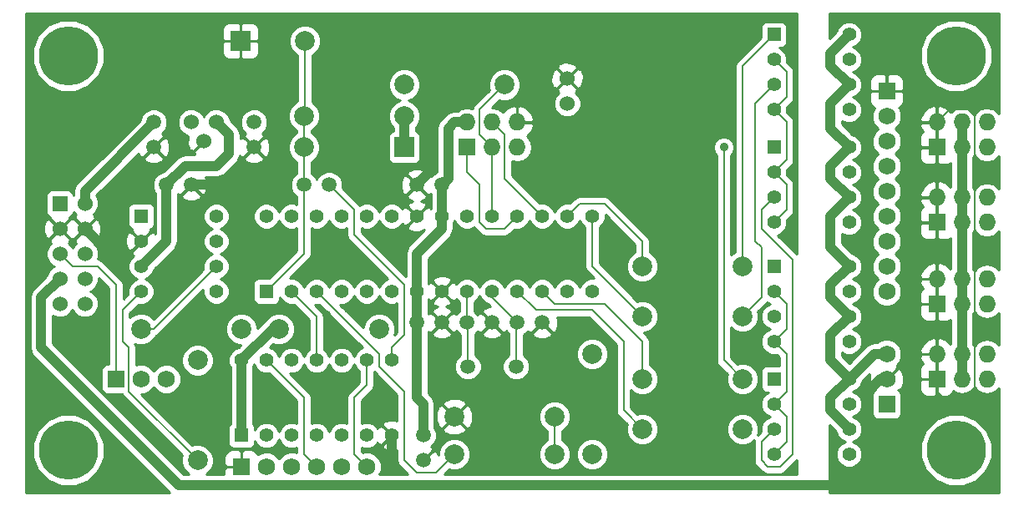
<source format=gtl>
%FSLAX36Y36*%
G04 Gerber Fmt 3.6, Leading zero omitted, Abs format (unit inch)*
G04 Created by KiCad (PCBNEW (2014-jul-16 BZR unknown)-product) date Sun 25 Jan 2015 02:29:34 PM PST*
%MOIN*%
G01*
G04 APERTURE LIST*
%ADD10C,0.003937*%
%ADD11C,0.059100*%
%ADD12C,0.078700*%
%ADD13R,0.078700X0.078700*%
%ADD14C,0.060000*%
%ADD15C,0.236220*%
%ADD16R,0.068000X0.068000*%
%ADD17C,0.068000*%
%ADD18R,0.060000X0.060000*%
%ADD19O,0.068000X0.068000*%
%ADD20R,0.055000X0.055000*%
%ADD21C,0.055000*%
%ADD22C,0.035000*%
%ADD23C,0.040000*%
%ADD24C,0.008000*%
%ADD25C,0.010000*%
G04 APERTURE END LIST*
D10*
D11*
X4475000Y-4400000D03*
X4475000Y-4500000D03*
X4875000Y-4400000D03*
X4875000Y-4500000D03*
X5725000Y-5200000D03*
X5825000Y-5200000D03*
X5525000Y-5200000D03*
X5625000Y-5200000D03*
X5625000Y-4650000D03*
X5525000Y-4650000D03*
X4525000Y-4650000D03*
X4625000Y-4650000D03*
X5925000Y-5200000D03*
X6025000Y-5200000D03*
X5550000Y-5650000D03*
X5550000Y-5750000D03*
X5175000Y-4650000D03*
X5075000Y-4650000D03*
D12*
X5075000Y-4500000D03*
D13*
X5475000Y-4500000D03*
D14*
X6125000Y-4325000D03*
X6125000Y-4225000D03*
D15*
X4133858Y-4133858D03*
X7677165Y-4133858D03*
X4133858Y-5708661D03*
X7677165Y-5708661D03*
D16*
X4325000Y-5425000D03*
D17*
X4425000Y-5425000D03*
X4525000Y-5425000D03*
D18*
X4100000Y-4725000D03*
D14*
X4200000Y-4725000D03*
X4100000Y-4825000D03*
X4200000Y-4825000D03*
X4100000Y-4925000D03*
X4200000Y-4925000D03*
X4100000Y-5025000D03*
X4200000Y-5025000D03*
X4100000Y-5125000D03*
X4200000Y-5125000D03*
D16*
X4825000Y-5775000D03*
D17*
X4925000Y-5775000D03*
X5025000Y-5775000D03*
X5125000Y-5775000D03*
X5225000Y-5775000D03*
X5325000Y-5775000D03*
D16*
X5725000Y-4500000D03*
D19*
X5725000Y-4400000D03*
X5825000Y-4500000D03*
X5825000Y-4400000D03*
X5925000Y-4500000D03*
X5925000Y-4400000D03*
D16*
X7600000Y-4500000D03*
D19*
X7600000Y-4400000D03*
X7700000Y-4500000D03*
X7700000Y-4400000D03*
X7800000Y-4500000D03*
X7800000Y-4400000D03*
D16*
X7600000Y-4800000D03*
D19*
X7600000Y-4700000D03*
X7700000Y-4800000D03*
X7700000Y-4700000D03*
X7800000Y-4800000D03*
X7800000Y-4700000D03*
D16*
X7600000Y-5125000D03*
D19*
X7600000Y-5025000D03*
X7700000Y-5125000D03*
X7700000Y-5025000D03*
X7800000Y-5125000D03*
X7800000Y-5025000D03*
D16*
X7600000Y-5425000D03*
D19*
X7600000Y-5325000D03*
X7700000Y-5425000D03*
X7700000Y-5325000D03*
X7800000Y-5425000D03*
X7800000Y-5325000D03*
D12*
X4425000Y-5225000D03*
X4825000Y-5225000D03*
X6075000Y-5725000D03*
X5675000Y-5725000D03*
X5675000Y-5575000D03*
X6075000Y-5575000D03*
X6225000Y-5725000D03*
X6225000Y-5325000D03*
X5375000Y-5225000D03*
X4975000Y-5225000D03*
X4650000Y-5750000D03*
X4650000Y-5350000D03*
X5075000Y-4375000D03*
X5475000Y-4375000D03*
D16*
X7400000Y-4275000D03*
D17*
X7400000Y-4375000D03*
X7400000Y-4475000D03*
X7400000Y-4575000D03*
X7400000Y-4675000D03*
X7400000Y-4775000D03*
X7400000Y-4875000D03*
X7400000Y-4975000D03*
X7400000Y-5075000D03*
D13*
X4822000Y-4075000D03*
D12*
X5078000Y-4075000D03*
D20*
X4825000Y-5650000D03*
D21*
X4925000Y-5650000D03*
X5025000Y-5650000D03*
X5125000Y-5650000D03*
X5225000Y-5650000D03*
X5325000Y-5650000D03*
X5425000Y-5650000D03*
X5425000Y-5350000D03*
X5325000Y-5350000D03*
X5225000Y-5350000D03*
X5125000Y-5350000D03*
X5025000Y-5350000D03*
X4925000Y-5350000D03*
X4825000Y-5350000D03*
D20*
X4425000Y-4775000D03*
D21*
X4425000Y-4875000D03*
X4425000Y-4975000D03*
X4425000Y-5075000D03*
X4725000Y-5075000D03*
X4725000Y-4975000D03*
X4725000Y-4875000D03*
X4725000Y-4775000D03*
X5025000Y-5075000D03*
X5125000Y-5075000D03*
X5225000Y-5075000D03*
X5325000Y-5075000D03*
X5425000Y-5075000D03*
X5525000Y-5075000D03*
X5625000Y-5075000D03*
X5725000Y-5075000D03*
X5825000Y-5075000D03*
X5925000Y-5075000D03*
X6025000Y-5075000D03*
X6125000Y-5075000D03*
X6225000Y-5075000D03*
D20*
X4925000Y-5075000D03*
D21*
X6225000Y-4775000D03*
X6125000Y-4775000D03*
X6025000Y-4775000D03*
X5925000Y-4775000D03*
X5825000Y-4775000D03*
X5725000Y-4775000D03*
X5625000Y-4775000D03*
X5525000Y-4775000D03*
X5425000Y-4775000D03*
X5325000Y-4775000D03*
X5225000Y-4775000D03*
X5125000Y-4775000D03*
X5025000Y-4775000D03*
X4925000Y-4775000D03*
D20*
X6950000Y-4050000D03*
D21*
X6950000Y-4150000D03*
X6950000Y-4250000D03*
X6950000Y-4350000D03*
X7250000Y-4350000D03*
X7250000Y-4250000D03*
X7250000Y-4150000D03*
X7250000Y-4050000D03*
D20*
X6950000Y-4500000D03*
D21*
X6950000Y-4600000D03*
X6950000Y-4700000D03*
X6950000Y-4800000D03*
X7250000Y-4800000D03*
X7250000Y-4700000D03*
X7250000Y-4600000D03*
X7250000Y-4500000D03*
D20*
X6950000Y-4975000D03*
D21*
X6950000Y-5075000D03*
X6950000Y-5175000D03*
X6950000Y-5275000D03*
X7250000Y-5275000D03*
X7250000Y-5175000D03*
X7250000Y-5075000D03*
X7250000Y-4975000D03*
D20*
X6950000Y-5425000D03*
D21*
X6950000Y-5525000D03*
X6950000Y-5625000D03*
X6950000Y-5725000D03*
X7250000Y-5725000D03*
X7250000Y-5625000D03*
X7250000Y-5525000D03*
X7250000Y-5425000D03*
D11*
X5728900Y-5375000D03*
X5921100Y-5375000D03*
D14*
X4725000Y-4400000D03*
X4675000Y-4475000D03*
X4625000Y-4400000D03*
D16*
X7400000Y-5525000D03*
D17*
X7400000Y-5425000D03*
X7400000Y-5325000D03*
D12*
X5475000Y-4250000D03*
X5875000Y-4250000D03*
X6425000Y-4975000D03*
X6825000Y-4975000D03*
X6425000Y-5175000D03*
X6825000Y-5175000D03*
X6425000Y-5425000D03*
X6825000Y-5425000D03*
X6425000Y-5625000D03*
X6825000Y-5625000D03*
D22*
X5575000Y-4500000D03*
X5200000Y-4950000D03*
X5425000Y-5775000D03*
X4825000Y-4775000D03*
X4825000Y-4875000D03*
X4275000Y-5200000D03*
X4325000Y-4975000D03*
X5250000Y-5145000D03*
X5175000Y-5550000D03*
X4970000Y-5145000D03*
X5165000Y-5170000D03*
X5175000Y-5290000D03*
X5800000Y-5575000D03*
X5800000Y-5725000D03*
X5000000Y-5550000D03*
X4750000Y-5650000D03*
X4750000Y-5425000D03*
X4900000Y-5425000D03*
X7800000Y-4600000D03*
X7800000Y-5225000D03*
X7800000Y-4925000D03*
X6750000Y-4500000D03*
D23*
X5525000Y-4650000D02*
X5575000Y-4600000D01*
X5575000Y-4600000D02*
X5575000Y-4500000D01*
X5425000Y-5650000D02*
X5425000Y-5775000D01*
X4825000Y-4875000D02*
X4825000Y-4775000D01*
X4700000Y-4650000D02*
X4825000Y-4775000D01*
X4700000Y-4650000D02*
X4625000Y-4650000D01*
X4200000Y-4825000D02*
X4325000Y-4950000D01*
X4325000Y-4950000D02*
X4325000Y-4975000D01*
D24*
X5165000Y-5280000D02*
X5165000Y-5170000D01*
X5175000Y-5290000D02*
X5165000Y-5280000D01*
D23*
X5800000Y-5725000D02*
X5800000Y-5575000D01*
X5000000Y-5550000D02*
X5000000Y-5525000D01*
X4750000Y-5425000D02*
X4750000Y-5650000D01*
X5000000Y-5525000D02*
X4900000Y-5425000D01*
D24*
X7800000Y-4600000D02*
X7750000Y-4550000D01*
X7750000Y-4875000D02*
X7750000Y-4650000D01*
X7750000Y-4650000D02*
X7800000Y-4600000D01*
X7800000Y-5225000D02*
X7750000Y-5175000D01*
X7600000Y-5475000D02*
X7625000Y-5500000D01*
X7625000Y-5500000D02*
X7725000Y-5500000D01*
X7725000Y-5500000D02*
X7750000Y-5475000D01*
X7750000Y-5475000D02*
X7750000Y-5275000D01*
X7750000Y-5275000D02*
X7800000Y-5225000D01*
X7600000Y-5425000D02*
X7600000Y-5475000D01*
X7750000Y-4975000D02*
X7800000Y-4925000D01*
X7750000Y-5175000D02*
X7750000Y-4975000D01*
X7800000Y-4925000D02*
X7750000Y-4875000D01*
X7650000Y-4350000D02*
X7600000Y-4400000D01*
X7725000Y-4350000D02*
X7650000Y-4350000D01*
X7750000Y-4375000D02*
X7725000Y-4350000D01*
X7750000Y-4550000D02*
X7750000Y-4375000D01*
D23*
X4100000Y-5025000D02*
X4025000Y-5100000D01*
X7325000Y-5475000D02*
X7375000Y-5425000D01*
X7325000Y-5775000D02*
X7325000Y-5475000D01*
X7250000Y-5850000D02*
X7325000Y-5775000D01*
X4575000Y-5850000D02*
X7250000Y-5850000D01*
X4025000Y-5300000D02*
X4575000Y-5850000D01*
X4025000Y-5100000D02*
X4025000Y-5300000D01*
X7375000Y-5425000D02*
X7400000Y-5425000D01*
X5625000Y-4650000D02*
X5650000Y-4625000D01*
X5650000Y-4625000D02*
X5650000Y-4425000D01*
X5550000Y-5650000D02*
X5550000Y-5525000D01*
X5525000Y-5500000D02*
X5525000Y-5200000D01*
X5550000Y-5525000D02*
X5525000Y-5500000D01*
X5475000Y-4500000D02*
X5475000Y-4375000D01*
X5675000Y-4400000D02*
X5725000Y-4400000D01*
X4525000Y-4650000D02*
X4600000Y-4575000D01*
X4775000Y-4450000D02*
X4725000Y-4400000D01*
X4775000Y-4525000D02*
X4775000Y-4450000D01*
X4725000Y-4575000D02*
X4775000Y-4525000D01*
X4600000Y-4575000D02*
X4725000Y-4575000D01*
X4425000Y-4975000D02*
X4525000Y-4875000D01*
X4525000Y-4875000D02*
X4525000Y-4650000D01*
X4975000Y-5225000D02*
X4950000Y-5225000D01*
X4950000Y-5225000D02*
X4825000Y-5350000D01*
X4825000Y-5650000D02*
X4825000Y-5350000D01*
X5625000Y-4775000D02*
X5625000Y-4650000D01*
X5525000Y-5200000D02*
X5525000Y-5075000D01*
X5525000Y-5075000D02*
X5525000Y-4925000D01*
X5625000Y-4825000D02*
X5625000Y-4775000D01*
X5525000Y-4925000D02*
X5625000Y-4825000D01*
X5650000Y-4425000D02*
X5675000Y-4400000D01*
D24*
X5725000Y-5200000D02*
X5728900Y-5203900D01*
X5728900Y-5203900D02*
X5728900Y-5375000D01*
X5725000Y-5075000D02*
X5725000Y-5200000D01*
X5925000Y-5200000D02*
X5825000Y-5100000D01*
X5825000Y-5100000D02*
X5825000Y-5075000D01*
X5925000Y-5200000D02*
X5921100Y-5203900D01*
X5921100Y-5203900D02*
X5921100Y-5375000D01*
X5425000Y-5350000D02*
X5425000Y-5300000D01*
X5275000Y-4750000D02*
X5175000Y-4650000D01*
X5275000Y-4850000D02*
X5275000Y-4750000D01*
X5475000Y-5050000D02*
X5275000Y-4850000D01*
X5475000Y-5250000D02*
X5475000Y-5050000D01*
X5425000Y-5300000D02*
X5475000Y-5250000D01*
X5075000Y-4375000D02*
X5078000Y-4372000D01*
X5078000Y-4372000D02*
X5078000Y-4075000D01*
X4925000Y-5075000D02*
X5075000Y-4925000D01*
X5075000Y-4925000D02*
X5075000Y-4650000D01*
X5075000Y-4650000D02*
X5075000Y-4500000D01*
X5075000Y-4500000D02*
X5075000Y-4375000D01*
X4325000Y-5425000D02*
X4325000Y-5050000D01*
X4150000Y-4975000D02*
X4100000Y-4925000D01*
X4250000Y-4975000D02*
X4150000Y-4975000D01*
X4325000Y-5050000D02*
X4250000Y-4975000D01*
X4425000Y-5225000D02*
X4475000Y-5225000D01*
X4475000Y-5225000D02*
X4725000Y-4975000D01*
X5125000Y-5775000D02*
X5075000Y-5725000D01*
X5075000Y-5500000D02*
X4925000Y-5350000D01*
X5075000Y-5725000D02*
X5075000Y-5500000D01*
X6075000Y-5725000D02*
X6075000Y-5575000D01*
X5325000Y-5775000D02*
X5275000Y-5725000D01*
X5325000Y-5450000D02*
X5325000Y-5350000D01*
X5275000Y-5500000D02*
X5325000Y-5450000D01*
X5275000Y-5725000D02*
X5275000Y-5500000D01*
D23*
X7250000Y-5425000D02*
X7350000Y-5325000D01*
X7350000Y-5325000D02*
X7400000Y-5325000D01*
X7250000Y-5425000D02*
X7175000Y-5500000D01*
X7175000Y-5550000D02*
X7250000Y-5625000D01*
X7175000Y-5500000D02*
X7175000Y-5550000D01*
X7250000Y-5175000D02*
X7175000Y-5250000D01*
X7175000Y-5350000D02*
X7250000Y-5425000D01*
X7175000Y-5250000D02*
X7175000Y-5350000D01*
X7250000Y-4975000D02*
X7175000Y-5050000D01*
X7175000Y-5100000D02*
X7250000Y-5175000D01*
X7175000Y-5050000D02*
X7175000Y-5100000D01*
X7250000Y-4700000D02*
X7175000Y-4775000D01*
X7175000Y-4900000D02*
X7250000Y-4975000D01*
X7175000Y-4775000D02*
X7175000Y-4900000D01*
X7250000Y-4500000D02*
X7175000Y-4575000D01*
X7175000Y-4625000D02*
X7250000Y-4700000D01*
X7175000Y-4575000D02*
X7175000Y-4625000D01*
X7250000Y-4250000D02*
X7175000Y-4325000D01*
X7175000Y-4425000D02*
X7250000Y-4500000D01*
X7175000Y-4325000D02*
X7175000Y-4425000D01*
X7250000Y-4050000D02*
X7175000Y-4125000D01*
X7175000Y-4175000D02*
X7250000Y-4250000D01*
X7175000Y-4125000D02*
X7175000Y-4175000D01*
X7700000Y-5325000D02*
X7700000Y-5425000D01*
X7700000Y-5125000D02*
X7700000Y-5325000D01*
X7700000Y-5025000D02*
X7700000Y-5125000D01*
X7700000Y-4800000D02*
X7700000Y-5025000D01*
X7700000Y-4700000D02*
X7700000Y-4800000D01*
X7700000Y-4500000D02*
X7700000Y-4700000D01*
X7700000Y-4400000D02*
X7700000Y-4500000D01*
D24*
X5925000Y-4775000D02*
X5875000Y-4825000D01*
X5725000Y-4600000D02*
X5725000Y-4500000D01*
X5775000Y-4650000D02*
X5725000Y-4600000D01*
X5775000Y-4800000D02*
X5775000Y-4650000D01*
X5800000Y-4825000D02*
X5775000Y-4800000D01*
X5875000Y-4825000D02*
X5800000Y-4825000D01*
X5825000Y-4500000D02*
X5775000Y-4450000D01*
X5775000Y-4350000D02*
X5875000Y-4250000D01*
X5775000Y-4450000D02*
X5775000Y-4350000D01*
X5825000Y-4500000D02*
X5825000Y-4775000D01*
X5825000Y-4400000D02*
X5875000Y-4450000D01*
X5875000Y-4625000D02*
X6025000Y-4775000D01*
X5875000Y-4450000D02*
X5875000Y-4625000D01*
X5675000Y-5725000D02*
X5600000Y-5800000D01*
X5475000Y-5750000D02*
X5475000Y-5475000D01*
X5525000Y-5800000D02*
X5475000Y-5750000D01*
X5600000Y-5800000D02*
X5525000Y-5800000D01*
X5475000Y-5475000D02*
X5375000Y-5375000D01*
X5125000Y-5075000D02*
X5375000Y-5325000D01*
X5375000Y-5325000D02*
X5375000Y-5375000D01*
X4650000Y-5750000D02*
X4375000Y-5475000D01*
X4350000Y-5150000D02*
X4425000Y-5075000D01*
X4350000Y-5275000D02*
X4350000Y-5150000D01*
X4375000Y-5300000D02*
X4350000Y-5275000D01*
X4375000Y-5475000D02*
X4375000Y-5300000D01*
X6425000Y-4975000D02*
X6425000Y-4875000D01*
X6175000Y-4725000D02*
X6125000Y-4775000D01*
X6275000Y-4725000D02*
X6175000Y-4725000D01*
X6425000Y-4875000D02*
X6275000Y-4725000D01*
X6225000Y-4775000D02*
X6225000Y-4975000D01*
X6225000Y-4975000D02*
X6425000Y-5175000D01*
X6025000Y-5075000D02*
X6075000Y-5125000D01*
X6425000Y-5275000D02*
X6425000Y-5425000D01*
X6275000Y-5125000D02*
X6425000Y-5275000D01*
X6075000Y-5125000D02*
X6275000Y-5125000D01*
X5925000Y-5075000D02*
X6000000Y-5150000D01*
X6350000Y-5550000D02*
X6425000Y-5625000D01*
X6350000Y-5275000D02*
X6350000Y-5550000D01*
X6225000Y-5150000D02*
X6350000Y-5275000D01*
X6000000Y-5150000D02*
X6225000Y-5150000D01*
X6950000Y-4700000D02*
X6900000Y-4750000D01*
X6900000Y-4825000D02*
X7025000Y-4950000D01*
X6900000Y-4750000D02*
X6900000Y-4825000D01*
X6950000Y-5625000D02*
X6900000Y-5675000D01*
X7025000Y-5725000D02*
X7025000Y-4950000D01*
X6975000Y-5775000D02*
X7025000Y-5725000D01*
X6925000Y-5775000D02*
X6975000Y-5775000D01*
X6900000Y-5750000D02*
X6925000Y-5775000D01*
X6900000Y-5675000D02*
X6900000Y-5750000D01*
X6825000Y-5425000D02*
X6750000Y-5350000D01*
X6750000Y-5350000D02*
X6750000Y-4500000D01*
X6950000Y-4250000D02*
X6875000Y-4325000D01*
X6875000Y-4875000D02*
X6900000Y-4900000D01*
X6875000Y-4325000D02*
X6875000Y-4875000D01*
X6825000Y-5175000D02*
X6900000Y-5100000D01*
X6900000Y-5100000D02*
X6900000Y-4900000D01*
X6825000Y-4975000D02*
X6825000Y-4175000D01*
X6825000Y-4175000D02*
X6950000Y-4050000D01*
X5025000Y-5075000D02*
X5125000Y-5175000D01*
X5125000Y-5175000D02*
X5125000Y-5350000D01*
X6950000Y-5525000D02*
X7000000Y-5575000D01*
X7000000Y-5675000D02*
X6950000Y-5725000D01*
X7000000Y-5575000D02*
X7000000Y-5675000D01*
X6950000Y-5275000D02*
X7000000Y-5325000D01*
X7000000Y-5475000D02*
X6950000Y-5525000D01*
X7000000Y-5325000D02*
X7000000Y-5475000D01*
X6950000Y-5075000D02*
X7000000Y-5125000D01*
X7000000Y-5225000D02*
X6950000Y-5275000D01*
X7000000Y-5125000D02*
X7000000Y-5225000D01*
X6950000Y-4600000D02*
X7000000Y-4650000D01*
X7000000Y-4750000D02*
X6950000Y-4800000D01*
X7000000Y-4650000D02*
X7000000Y-4750000D01*
X6950000Y-4350000D02*
X7000000Y-4400000D01*
X7000000Y-4550000D02*
X6950000Y-4600000D01*
X7000000Y-4400000D02*
X7000000Y-4550000D01*
X6950000Y-4150000D02*
X7000000Y-4200000D01*
X7000000Y-4300000D02*
X6950000Y-4350000D01*
X7000000Y-4200000D02*
X7000000Y-4300000D01*
D23*
X4200000Y-4725000D02*
X4200000Y-4675000D01*
X4200000Y-4675000D02*
X4475000Y-4400000D01*
D25*
G36*
X4614653Y-5805000D02*
X4593640Y-5805000D01*
X4070000Y-5281360D01*
X4070000Y-5172096D01*
X4089012Y-5179990D01*
X4110892Y-5180010D01*
X4131114Y-5171654D01*
X4146600Y-5156196D01*
X4149998Y-5148011D01*
X4153346Y-5156114D01*
X4168804Y-5171600D01*
X4189012Y-5179990D01*
X4210892Y-5180010D01*
X4231114Y-5171654D01*
X4246600Y-5156196D01*
X4254990Y-5135988D01*
X4255010Y-5114108D01*
X4246654Y-5093886D01*
X4231196Y-5078400D01*
X4223011Y-5075002D01*
X4231114Y-5071654D01*
X4246600Y-5056196D01*
X4254990Y-5035988D01*
X4255003Y-5021016D01*
X4296000Y-5062012D01*
X4296000Y-5366000D01*
X4286027Y-5366000D01*
X4276839Y-5369806D01*
X4269806Y-5376839D01*
X4266000Y-5386027D01*
X4266000Y-5395973D01*
X4266000Y-5463973D01*
X4269806Y-5473161D01*
X4276839Y-5480194D01*
X4286027Y-5484000D01*
X4295973Y-5484000D01*
X4347790Y-5484000D01*
X4348207Y-5486098D01*
X4354494Y-5495506D01*
X4588733Y-5729745D01*
X4585661Y-5737144D01*
X4585639Y-5762744D01*
X4595415Y-5786404D01*
X4613501Y-5804521D01*
X4614653Y-5805000D01*
X4614653Y-5805000D01*
G37*
X4614653Y-5805000D02*
X4593640Y-5805000D01*
X4070000Y-5281360D01*
X4070000Y-5172096D01*
X4089012Y-5179990D01*
X4110892Y-5180010D01*
X4131114Y-5171654D01*
X4146600Y-5156196D01*
X4149998Y-5148011D01*
X4153346Y-5156114D01*
X4168804Y-5171600D01*
X4189012Y-5179990D01*
X4210892Y-5180010D01*
X4231114Y-5171654D01*
X4246600Y-5156196D01*
X4254990Y-5135988D01*
X4255010Y-5114108D01*
X4246654Y-5093886D01*
X4231196Y-5078400D01*
X4223011Y-5075002D01*
X4231114Y-5071654D01*
X4246600Y-5056196D01*
X4254990Y-5035988D01*
X4255003Y-5021016D01*
X4296000Y-5062012D01*
X4296000Y-5366000D01*
X4286027Y-5366000D01*
X4276839Y-5369806D01*
X4269806Y-5376839D01*
X4266000Y-5386027D01*
X4266000Y-5395973D01*
X4266000Y-5463973D01*
X4269806Y-5473161D01*
X4276839Y-5480194D01*
X4286027Y-5484000D01*
X4295973Y-5484000D01*
X4347790Y-5484000D01*
X4348207Y-5486098D01*
X4354494Y-5495506D01*
X4588733Y-5729745D01*
X4585661Y-5737144D01*
X4585639Y-5762744D01*
X4595415Y-5786404D01*
X4613501Y-5804521D01*
X4614653Y-5805000D01*
G36*
X5046000Y-5601874D02*
X5035489Y-5597509D01*
X5014603Y-5597491D01*
X4995300Y-5605467D01*
X4980519Y-5620222D01*
X4974996Y-5633521D01*
X4969533Y-5620300D01*
X4954778Y-5605519D01*
X4935489Y-5597509D01*
X4914603Y-5597491D01*
X4895300Y-5605467D01*
X4880519Y-5620222D01*
X4877500Y-5627492D01*
X4877500Y-5617527D01*
X4873694Y-5608339D01*
X4870000Y-5604645D01*
X4870000Y-5378529D01*
X4875004Y-5366478D01*
X4880467Y-5379700D01*
X4895222Y-5394481D01*
X4914511Y-5402491D01*
X4935397Y-5402509D01*
X4936175Y-5402188D01*
X5046000Y-5512012D01*
X5046000Y-5601874D01*
X5046000Y-5601874D01*
G37*
X5046000Y-5601874D02*
X5035489Y-5597509D01*
X5014603Y-5597491D01*
X4995300Y-5605467D01*
X4980519Y-5620222D01*
X4974996Y-5633521D01*
X4969533Y-5620300D01*
X4954778Y-5605519D01*
X4935489Y-5597509D01*
X4914603Y-5597491D01*
X4895300Y-5605467D01*
X4880519Y-5620222D01*
X4877500Y-5627492D01*
X4877500Y-5617527D01*
X4873694Y-5608339D01*
X4870000Y-5604645D01*
X4870000Y-5378529D01*
X4875004Y-5366478D01*
X4880467Y-5379700D01*
X4895222Y-5394481D01*
X4914511Y-5402491D01*
X4935397Y-5402509D01*
X4936175Y-5402188D01*
X5046000Y-5512012D01*
X5046000Y-5601874D01*
G36*
X5296000Y-5437988D02*
X5254494Y-5479494D01*
X5248207Y-5488902D01*
X5246000Y-5500000D01*
X5246000Y-5601874D01*
X5235489Y-5597509D01*
X5214603Y-5597491D01*
X5195300Y-5605467D01*
X5180519Y-5620222D01*
X5174996Y-5633521D01*
X5169533Y-5620300D01*
X5154778Y-5605519D01*
X5135489Y-5597509D01*
X5114603Y-5597491D01*
X5104000Y-5601872D01*
X5104000Y-5500000D01*
X5101793Y-5488902D01*
X5101793Y-5488902D01*
X5095506Y-5479494D01*
X5018507Y-5402494D01*
X5035397Y-5402509D01*
X5054700Y-5394533D01*
X5069481Y-5379778D01*
X5075004Y-5366478D01*
X5080467Y-5379700D01*
X5095222Y-5394481D01*
X5114511Y-5402491D01*
X5135397Y-5402509D01*
X5154700Y-5394533D01*
X5169481Y-5379778D01*
X5175004Y-5366478D01*
X5180467Y-5379700D01*
X5195222Y-5394481D01*
X5214511Y-5402491D01*
X5235397Y-5402509D01*
X5254700Y-5394533D01*
X5269481Y-5379778D01*
X5275004Y-5366478D01*
X5280467Y-5379700D01*
X5295222Y-5394481D01*
X5296000Y-5394804D01*
X5296000Y-5437988D01*
X5296000Y-5437988D01*
G37*
X5296000Y-5437988D02*
X5254494Y-5479494D01*
X5248207Y-5488902D01*
X5246000Y-5500000D01*
X5246000Y-5601874D01*
X5235489Y-5597509D01*
X5214603Y-5597491D01*
X5195300Y-5605467D01*
X5180519Y-5620222D01*
X5174996Y-5633521D01*
X5169533Y-5620300D01*
X5154778Y-5605519D01*
X5135489Y-5597509D01*
X5114603Y-5597491D01*
X5104000Y-5601872D01*
X5104000Y-5500000D01*
X5101793Y-5488902D01*
X5101793Y-5488902D01*
X5095506Y-5479494D01*
X5018507Y-5402494D01*
X5035397Y-5402509D01*
X5054700Y-5394533D01*
X5069481Y-5379778D01*
X5075004Y-5366478D01*
X5080467Y-5379700D01*
X5095222Y-5394481D01*
X5114511Y-5402491D01*
X5135397Y-5402509D01*
X5154700Y-5394533D01*
X5169481Y-5379778D01*
X5175004Y-5366478D01*
X5180467Y-5379700D01*
X5195222Y-5394481D01*
X5214511Y-5402491D01*
X5235397Y-5402509D01*
X5254700Y-5394533D01*
X5269481Y-5379778D01*
X5275004Y-5366478D01*
X5280467Y-5379700D01*
X5295222Y-5394481D01*
X5296000Y-5394804D01*
X5296000Y-5437988D01*
G36*
X5308854Y-5299866D02*
X5295300Y-5305467D01*
X5280519Y-5320222D01*
X5274996Y-5333521D01*
X5269533Y-5320300D01*
X5254778Y-5305519D01*
X5235489Y-5297509D01*
X5214603Y-5297491D01*
X5195300Y-5305467D01*
X5180519Y-5320222D01*
X5174996Y-5333521D01*
X5169533Y-5320300D01*
X5154778Y-5305519D01*
X5154000Y-5305196D01*
X5154000Y-5175000D01*
X5151793Y-5163902D01*
X5145506Y-5154494D01*
X5118507Y-5127494D01*
X5135397Y-5127509D01*
X5136175Y-5127188D01*
X5308854Y-5299866D01*
X5308854Y-5299866D01*
G37*
X5308854Y-5299866D02*
X5295300Y-5305467D01*
X5280519Y-5320222D01*
X5274996Y-5333521D01*
X5269533Y-5320300D01*
X5254778Y-5305519D01*
X5235489Y-5297509D01*
X5214603Y-5297491D01*
X5195300Y-5305467D01*
X5180519Y-5320222D01*
X5174996Y-5333521D01*
X5169533Y-5320300D01*
X5154778Y-5305519D01*
X5154000Y-5305196D01*
X5154000Y-5175000D01*
X5151793Y-5163902D01*
X5145506Y-5154494D01*
X5118507Y-5127494D01*
X5135397Y-5127509D01*
X5136175Y-5127188D01*
X5308854Y-5299866D01*
G36*
X5408854Y-5024866D02*
X5395300Y-5030467D01*
X5380519Y-5045222D01*
X5374996Y-5058521D01*
X5369533Y-5045300D01*
X5354778Y-5030519D01*
X5335489Y-5022509D01*
X5314603Y-5022491D01*
X5295300Y-5030467D01*
X5280519Y-5045222D01*
X5274996Y-5058521D01*
X5269533Y-5045300D01*
X5254778Y-5030519D01*
X5235489Y-5022509D01*
X5214603Y-5022491D01*
X5195300Y-5030467D01*
X5180519Y-5045222D01*
X5174996Y-5058521D01*
X5169533Y-5045300D01*
X5154778Y-5030519D01*
X5135489Y-5022509D01*
X5114603Y-5022491D01*
X5095300Y-5030467D01*
X5080519Y-5045222D01*
X5074996Y-5058521D01*
X5069533Y-5045300D01*
X5054778Y-5030519D01*
X5035489Y-5022509D01*
X5018518Y-5022494D01*
X5095506Y-4945506D01*
X5101793Y-4936098D01*
X5101793Y-4936098D01*
X5104000Y-4925000D01*
X5104000Y-4823126D01*
X5114511Y-4827491D01*
X5135397Y-4827509D01*
X5154700Y-4819533D01*
X5169481Y-4804778D01*
X5175004Y-4791478D01*
X5180467Y-4804700D01*
X5195222Y-4819481D01*
X5214511Y-4827491D01*
X5235397Y-4827509D01*
X5246000Y-4823128D01*
X5246000Y-4850000D01*
X5248207Y-4861098D01*
X5254494Y-4870506D01*
X5408854Y-5024866D01*
X5408854Y-5024866D01*
G37*
X5408854Y-5024866D02*
X5395300Y-5030467D01*
X5380519Y-5045222D01*
X5374996Y-5058521D01*
X5369533Y-5045300D01*
X5354778Y-5030519D01*
X5335489Y-5022509D01*
X5314603Y-5022491D01*
X5295300Y-5030467D01*
X5280519Y-5045222D01*
X5274996Y-5058521D01*
X5269533Y-5045300D01*
X5254778Y-5030519D01*
X5235489Y-5022509D01*
X5214603Y-5022491D01*
X5195300Y-5030467D01*
X5180519Y-5045222D01*
X5174996Y-5058521D01*
X5169533Y-5045300D01*
X5154778Y-5030519D01*
X5135489Y-5022509D01*
X5114603Y-5022491D01*
X5095300Y-5030467D01*
X5080519Y-5045222D01*
X5074996Y-5058521D01*
X5069533Y-5045300D01*
X5054778Y-5030519D01*
X5035489Y-5022509D01*
X5018518Y-5022494D01*
X5095506Y-4945506D01*
X5101793Y-4936098D01*
X5101793Y-4936098D01*
X5104000Y-4925000D01*
X5104000Y-4823126D01*
X5114511Y-4827491D01*
X5135397Y-4827509D01*
X5154700Y-4819533D01*
X5169481Y-4804778D01*
X5175004Y-4791478D01*
X5180467Y-4804700D01*
X5195222Y-4819481D01*
X5214511Y-4827491D01*
X5235397Y-4827509D01*
X5246000Y-4823128D01*
X5246000Y-4850000D01*
X5248207Y-4861098D01*
X5254494Y-4870506D01*
X5408854Y-5024866D01*
G36*
X5446000Y-5237988D02*
X5434515Y-5249472D01*
X5439339Y-5237856D01*
X5439361Y-5212256D01*
X5429585Y-5188596D01*
X5411499Y-5170479D01*
X5387856Y-5160661D01*
X5362256Y-5160639D01*
X5338596Y-5170415D01*
X5320479Y-5188501D01*
X5310661Y-5212144D01*
X5310655Y-5219642D01*
X5218507Y-5127494D01*
X5235397Y-5127509D01*
X5254700Y-5119533D01*
X5269481Y-5104778D01*
X5275004Y-5091478D01*
X5280467Y-5104700D01*
X5295222Y-5119481D01*
X5314511Y-5127491D01*
X5335397Y-5127509D01*
X5354700Y-5119533D01*
X5369481Y-5104778D01*
X5375004Y-5091478D01*
X5380467Y-5104700D01*
X5395222Y-5119481D01*
X5414511Y-5127491D01*
X5435397Y-5127509D01*
X5446000Y-5123128D01*
X5446000Y-5237988D01*
X5446000Y-5237988D01*
G37*
X5446000Y-5237988D02*
X5434515Y-5249472D01*
X5439339Y-5237856D01*
X5439361Y-5212256D01*
X5429585Y-5188596D01*
X5411499Y-5170479D01*
X5387856Y-5160661D01*
X5362256Y-5160639D01*
X5338596Y-5170415D01*
X5320479Y-5188501D01*
X5310661Y-5212144D01*
X5310655Y-5219642D01*
X5218507Y-5127494D01*
X5235397Y-5127509D01*
X5254700Y-5119533D01*
X5269481Y-5104778D01*
X5275004Y-5091478D01*
X5280467Y-5104700D01*
X5295222Y-5119481D01*
X5314511Y-5127491D01*
X5335397Y-5127509D01*
X5354700Y-5119533D01*
X5369481Y-5104778D01*
X5375004Y-5091478D01*
X5380467Y-5104700D01*
X5395222Y-5119481D01*
X5414511Y-5127491D01*
X5435397Y-5127509D01*
X5446000Y-5123128D01*
X5446000Y-5237988D01*
G36*
X5488988Y-5805000D02*
X5376427Y-5805000D01*
X5383990Y-5786787D01*
X5384010Y-5763316D01*
X5375047Y-5741623D01*
X5358464Y-5725011D01*
X5336787Y-5716010D01*
X5313316Y-5715990D01*
X5308848Y-5717836D01*
X5304000Y-5712988D01*
X5304000Y-5698126D01*
X5314511Y-5702491D01*
X5335397Y-5702509D01*
X5354700Y-5694533D01*
X5369481Y-5679778D01*
X5369494Y-5679747D01*
X5371195Y-5684145D01*
X5372864Y-5686643D01*
X5385427Y-5688159D01*
X5423586Y-5650000D01*
X5385427Y-5611841D01*
X5372864Y-5613357D01*
X5369660Y-5620606D01*
X5369533Y-5620300D01*
X5354778Y-5605519D01*
X5335489Y-5597509D01*
X5314603Y-5597491D01*
X5304000Y-5601872D01*
X5304000Y-5512012D01*
X5345506Y-5470506D01*
X5351793Y-5461098D01*
X5354000Y-5450000D01*
X5354000Y-5394823D01*
X5354029Y-5394810D01*
X5354494Y-5395506D01*
X5446000Y-5487012D01*
X5446000Y-5590949D01*
X5438902Y-5587810D01*
X5414045Y-5587224D01*
X5390855Y-5596195D01*
X5388357Y-5597864D01*
X5386841Y-5610427D01*
X5425000Y-5648586D01*
X5425557Y-5648029D01*
X5426971Y-5649443D01*
X5426414Y-5650000D01*
X5426971Y-5650557D01*
X5425557Y-5651971D01*
X5425000Y-5651414D01*
X5386841Y-5689573D01*
X5388357Y-5702136D01*
X5411098Y-5712190D01*
X5435955Y-5712776D01*
X5446000Y-5708890D01*
X5446000Y-5750000D01*
X5448207Y-5761098D01*
X5454494Y-5770506D01*
X5488988Y-5805000D01*
X5488988Y-5805000D01*
G37*
X5488988Y-5805000D02*
X5376427Y-5805000D01*
X5383990Y-5786787D01*
X5384010Y-5763316D01*
X5375047Y-5741623D01*
X5358464Y-5725011D01*
X5336787Y-5716010D01*
X5313316Y-5715990D01*
X5308848Y-5717836D01*
X5304000Y-5712988D01*
X5304000Y-5698126D01*
X5314511Y-5702491D01*
X5335397Y-5702509D01*
X5354700Y-5694533D01*
X5369481Y-5679778D01*
X5369494Y-5679747D01*
X5371195Y-5684145D01*
X5372864Y-5686643D01*
X5385427Y-5688159D01*
X5423586Y-5650000D01*
X5385427Y-5611841D01*
X5372864Y-5613357D01*
X5369660Y-5620606D01*
X5369533Y-5620300D01*
X5354778Y-5605519D01*
X5335489Y-5597509D01*
X5314603Y-5597491D01*
X5304000Y-5601872D01*
X5304000Y-5512012D01*
X5345506Y-5470506D01*
X5351793Y-5461098D01*
X5354000Y-5450000D01*
X5354000Y-5394823D01*
X5354029Y-5394810D01*
X5354494Y-5395506D01*
X5446000Y-5487012D01*
X5446000Y-5590949D01*
X5438902Y-5587810D01*
X5414045Y-5587224D01*
X5390855Y-5596195D01*
X5388357Y-5597864D01*
X5386841Y-5610427D01*
X5425000Y-5648586D01*
X5425557Y-5648029D01*
X5426971Y-5649443D01*
X5426414Y-5650000D01*
X5426971Y-5650557D01*
X5425557Y-5651971D01*
X5425000Y-5651414D01*
X5386841Y-5689573D01*
X5388357Y-5702136D01*
X5411098Y-5712190D01*
X5435955Y-5712776D01*
X5446000Y-5708890D01*
X5446000Y-5750000D01*
X5448207Y-5761098D01*
X5454494Y-5770506D01*
X5488988Y-5805000D01*
G36*
X7042239Y-3963976D02*
X7042046Y-4926034D01*
X6966146Y-4850134D01*
X6979700Y-4844533D01*
X6994481Y-4829778D01*
X7002491Y-4810489D01*
X7002509Y-4789603D01*
X7002188Y-4788825D01*
X7020506Y-4770506D01*
X7026793Y-4761098D01*
X7029000Y-4750000D01*
X7029000Y-4650000D01*
X7026793Y-4638902D01*
X7020506Y-4629494D01*
X7002200Y-4611188D01*
X7002491Y-4610489D01*
X7002509Y-4589603D01*
X7002188Y-4588825D01*
X7020506Y-4570506D01*
X7026793Y-4561098D01*
X7029000Y-4550000D01*
X7029000Y-4400000D01*
X7026793Y-4388902D01*
X7020506Y-4379494D01*
X7002200Y-4361188D01*
X7002491Y-4360489D01*
X7002509Y-4339603D01*
X7002188Y-4338825D01*
X7020506Y-4320506D01*
X7026793Y-4311098D01*
X7029000Y-4300000D01*
X7029000Y-4200000D01*
X7026793Y-4188902D01*
X7020506Y-4179494D01*
X7002200Y-4161188D01*
X7002491Y-4160489D01*
X7002509Y-4139603D01*
X6994533Y-4120300D01*
X6979778Y-4105519D01*
X6972508Y-4102500D01*
X6982473Y-4102500D01*
X6991661Y-4098694D01*
X6998694Y-4091661D01*
X7002500Y-4082473D01*
X7002500Y-4072527D01*
X7002500Y-4017527D01*
X6998694Y-4008339D01*
X6991661Y-4001306D01*
X6982473Y-3997500D01*
X6972527Y-3997500D01*
X6917527Y-3997500D01*
X6908339Y-4001306D01*
X6901306Y-4008339D01*
X6897500Y-4017527D01*
X6897500Y-4027473D01*
X6897500Y-4061488D01*
X6804494Y-4154494D01*
X6798207Y-4163902D01*
X6796000Y-4175000D01*
X6796000Y-4917356D01*
X6788596Y-4920415D01*
X6779000Y-4929994D01*
X6779000Y-4531102D01*
X6786009Y-4524106D01*
X6792493Y-4508491D01*
X6792507Y-4491583D01*
X6786051Y-4475957D01*
X6774106Y-4463991D01*
X6758491Y-4457507D01*
X6741583Y-4457493D01*
X6725957Y-4463949D01*
X6713991Y-4475894D01*
X6707507Y-4491509D01*
X6707493Y-4508417D01*
X6713949Y-4524043D01*
X6721000Y-4531106D01*
X6721000Y-5350000D01*
X6723207Y-5361098D01*
X6729494Y-5370506D01*
X6763733Y-5404745D01*
X6760661Y-5412144D01*
X6760639Y-5437744D01*
X6770415Y-5461404D01*
X6788501Y-5479521D01*
X6812144Y-5489339D01*
X6837744Y-5489361D01*
X6861404Y-5479585D01*
X6879521Y-5461499D01*
X6889339Y-5437856D01*
X6889361Y-5412256D01*
X6879585Y-5388596D01*
X6861499Y-5370479D01*
X6837856Y-5360661D01*
X6812256Y-5360639D01*
X6804752Y-5363740D01*
X6779000Y-5337988D01*
X6779000Y-5220004D01*
X6788501Y-5229521D01*
X6812144Y-5239339D01*
X6837744Y-5239361D01*
X6861404Y-5229585D01*
X6879521Y-5211499D01*
X6889339Y-5187856D01*
X6889361Y-5162256D01*
X6886260Y-5154752D01*
X6920506Y-5120506D01*
X6920980Y-5119796D01*
X6933521Y-5125004D01*
X6920300Y-5130467D01*
X6905519Y-5145222D01*
X6897509Y-5164511D01*
X6897491Y-5185397D01*
X6905467Y-5204700D01*
X6920222Y-5219481D01*
X6933521Y-5225004D01*
X6920300Y-5230467D01*
X6905519Y-5245222D01*
X6897509Y-5264511D01*
X6897491Y-5285397D01*
X6905467Y-5304700D01*
X6920222Y-5319481D01*
X6939511Y-5327491D01*
X6960397Y-5327509D01*
X6961175Y-5327188D01*
X6971000Y-5337012D01*
X6971000Y-5372500D01*
X6917527Y-5372500D01*
X6908339Y-5376306D01*
X6901306Y-5383339D01*
X6897500Y-5392527D01*
X6897500Y-5402473D01*
X6897500Y-5457473D01*
X6901306Y-5466661D01*
X6908339Y-5473694D01*
X6917527Y-5477500D01*
X6927473Y-5477500D01*
X6927480Y-5477500D01*
X6920300Y-5480467D01*
X6905519Y-5495222D01*
X6897509Y-5514511D01*
X6897491Y-5535397D01*
X6905467Y-5554700D01*
X6920222Y-5569481D01*
X6933521Y-5575004D01*
X6920300Y-5580467D01*
X6905519Y-5595222D01*
X6897509Y-5614511D01*
X6897491Y-5635397D01*
X6897812Y-5636175D01*
X6884515Y-5649472D01*
X6889339Y-5637856D01*
X6889361Y-5612256D01*
X6879585Y-5588596D01*
X6861499Y-5570479D01*
X6837856Y-5560661D01*
X6812256Y-5560639D01*
X6788596Y-5570415D01*
X6770479Y-5588501D01*
X6760661Y-5612144D01*
X6760639Y-5637744D01*
X6770415Y-5661404D01*
X6788501Y-5679521D01*
X6812144Y-5689339D01*
X6837744Y-5689361D01*
X6861404Y-5679585D01*
X6872240Y-5668768D01*
X6871000Y-5675000D01*
X6871000Y-5750000D01*
X6873207Y-5761098D01*
X6879494Y-5770506D01*
X6904494Y-5795506D01*
X6913902Y-5801793D01*
X6913902Y-5801793D01*
X6925000Y-5804000D01*
X6975000Y-5804000D01*
X6986098Y-5801793D01*
X6995506Y-5795506D01*
X7041882Y-5749131D01*
X7041870Y-5805000D01*
X6289361Y-5805000D01*
X6289361Y-5712256D01*
X6289361Y-5312256D01*
X6279585Y-5288596D01*
X6261499Y-5270479D01*
X6237856Y-5260661D01*
X6212256Y-5260639D01*
X6188596Y-5270415D01*
X6170479Y-5288501D01*
X6160661Y-5312144D01*
X6160639Y-5337744D01*
X6170415Y-5361404D01*
X6188501Y-5379521D01*
X6212144Y-5389339D01*
X6237744Y-5389361D01*
X6261404Y-5379585D01*
X6279521Y-5361499D01*
X6289339Y-5337856D01*
X6289361Y-5312256D01*
X6289361Y-5712256D01*
X6279585Y-5688596D01*
X6261499Y-5670479D01*
X6237856Y-5660661D01*
X6212256Y-5660639D01*
X6188596Y-5670415D01*
X6170479Y-5688501D01*
X6160661Y-5712144D01*
X6160639Y-5737744D01*
X6170415Y-5761404D01*
X6188501Y-5779521D01*
X6212144Y-5789339D01*
X6237744Y-5789361D01*
X6261404Y-5779585D01*
X6279521Y-5761499D01*
X6289339Y-5737856D01*
X6289361Y-5712256D01*
X6289361Y-5805000D01*
X6139361Y-5805000D01*
X6139361Y-5712256D01*
X6129585Y-5688596D01*
X6111499Y-5670479D01*
X6104000Y-5667365D01*
X6104000Y-5632644D01*
X6111404Y-5629585D01*
X6129521Y-5611499D01*
X6139339Y-5587856D01*
X6139361Y-5562256D01*
X6129585Y-5538596D01*
X6111499Y-5520479D01*
X6087856Y-5510661D01*
X6064637Y-5510641D01*
X6064637Y-5241052D01*
X6025000Y-5201414D01*
X5985363Y-5241052D01*
X5987129Y-5253827D01*
X6010610Y-5264222D01*
X6036282Y-5264840D01*
X6060237Y-5255587D01*
X6062871Y-5253827D01*
X6064637Y-5241052D01*
X6064637Y-5510641D01*
X6062256Y-5510639D01*
X6038596Y-5520415D01*
X6020479Y-5538501D01*
X6010661Y-5562144D01*
X6010639Y-5587744D01*
X6020415Y-5611404D01*
X6038501Y-5629521D01*
X6046000Y-5632635D01*
X6046000Y-5667356D01*
X6038596Y-5670415D01*
X6020479Y-5688501D01*
X6010661Y-5712144D01*
X6010639Y-5737744D01*
X6020415Y-5761404D01*
X6038501Y-5779521D01*
X6062144Y-5789339D01*
X6087744Y-5789361D01*
X6111404Y-5779585D01*
X6129521Y-5761499D01*
X6139339Y-5737856D01*
X6139361Y-5712256D01*
X6139361Y-5805000D01*
X5864637Y-5805000D01*
X5864637Y-5241052D01*
X5825000Y-5201414D01*
X5785363Y-5241052D01*
X5787129Y-5253827D01*
X5810610Y-5264222D01*
X5836282Y-5264840D01*
X5860237Y-5255587D01*
X5862871Y-5253827D01*
X5864637Y-5241052D01*
X5864637Y-5805000D01*
X5749710Y-5805000D01*
X5749710Y-5562155D01*
X5739108Y-5534542D01*
X5736911Y-5531255D01*
X5723118Y-5528296D01*
X5721704Y-5529710D01*
X5721704Y-5526882D01*
X5718745Y-5513089D01*
X5691723Y-5501061D01*
X5664637Y-5500354D01*
X5664637Y-5241052D01*
X5625000Y-5201414D01*
X5585363Y-5241052D01*
X5587129Y-5253827D01*
X5610610Y-5264222D01*
X5636282Y-5264840D01*
X5660237Y-5255587D01*
X5662871Y-5253827D01*
X5664637Y-5241052D01*
X5664637Y-5500354D01*
X5662155Y-5500290D01*
X5634542Y-5510892D01*
X5631255Y-5513089D01*
X5628296Y-5526882D01*
X5675000Y-5573586D01*
X5721704Y-5526882D01*
X5721704Y-5529710D01*
X5676414Y-5575000D01*
X5723118Y-5621704D01*
X5736911Y-5618745D01*
X5748939Y-5591723D01*
X5749710Y-5562155D01*
X5749710Y-5805000D01*
X5636012Y-5805000D01*
X5654745Y-5786267D01*
X5662144Y-5789339D01*
X5687744Y-5789361D01*
X5711404Y-5779585D01*
X5729521Y-5761499D01*
X5739339Y-5737856D01*
X5739361Y-5712256D01*
X5729585Y-5688596D01*
X5721704Y-5680701D01*
X5721704Y-5623118D01*
X5675000Y-5576414D01*
X5673586Y-5577828D01*
X5673586Y-5575000D01*
X5626882Y-5528296D01*
X5613089Y-5531255D01*
X5601061Y-5558277D01*
X5600290Y-5587845D01*
X5610892Y-5615458D01*
X5613089Y-5618745D01*
X5626882Y-5621704D01*
X5673586Y-5575000D01*
X5673586Y-5577828D01*
X5628296Y-5623118D01*
X5631255Y-5636911D01*
X5658277Y-5648939D01*
X5687845Y-5649710D01*
X5715458Y-5639108D01*
X5718745Y-5636911D01*
X5721704Y-5623118D01*
X5721704Y-5680701D01*
X5711499Y-5670479D01*
X5687856Y-5660661D01*
X5662256Y-5660639D01*
X5638596Y-5670415D01*
X5620479Y-5688501D01*
X5610661Y-5712144D01*
X5610647Y-5727863D01*
X5605587Y-5714763D01*
X5603827Y-5712129D01*
X5591052Y-5710363D01*
X5551414Y-5750000D01*
X5551971Y-5750557D01*
X5550557Y-5751971D01*
X5550000Y-5751414D01*
X5549443Y-5751971D01*
X5548029Y-5750557D01*
X5548586Y-5750000D01*
X5548029Y-5749443D01*
X5549443Y-5748029D01*
X5550000Y-5748586D01*
X5589637Y-5708948D01*
X5587871Y-5696173D01*
X5583083Y-5694053D01*
X5596218Y-5680940D01*
X5604541Y-5660898D01*
X5604559Y-5639197D01*
X5596272Y-5619140D01*
X5595000Y-5617866D01*
X5595000Y-5525000D01*
X5591575Y-5507779D01*
X5581820Y-5493180D01*
X5570000Y-5481360D01*
X5570000Y-5236116D01*
X5571173Y-5237871D01*
X5583948Y-5239637D01*
X5623586Y-5200000D01*
X5583948Y-5160363D01*
X5571173Y-5162129D01*
X5570000Y-5164779D01*
X5570000Y-5106055D01*
X5571195Y-5109145D01*
X5572864Y-5111643D01*
X5585427Y-5113159D01*
X5623586Y-5075000D01*
X5585427Y-5036841D01*
X5572864Y-5038357D01*
X5570000Y-5044836D01*
X5570000Y-4943640D01*
X5656820Y-4856820D01*
X5666575Y-4842221D01*
X5670000Y-4825000D01*
X5670000Y-4803529D01*
X5675004Y-4791478D01*
X5680467Y-4804700D01*
X5695222Y-4819481D01*
X5714511Y-4827491D01*
X5735397Y-4827509D01*
X5754029Y-4819810D01*
X5754494Y-4820506D01*
X5779494Y-4845506D01*
X5788902Y-4851793D01*
X5788902Y-4851793D01*
X5800000Y-4854000D01*
X5875000Y-4854000D01*
X5886098Y-4851793D01*
X5895506Y-4845506D01*
X5913812Y-4827200D01*
X5914511Y-4827491D01*
X5935397Y-4827509D01*
X5954700Y-4819533D01*
X5969481Y-4804778D01*
X5975004Y-4791478D01*
X5980467Y-4804700D01*
X5995222Y-4819481D01*
X6014511Y-4827491D01*
X6035397Y-4827509D01*
X6054700Y-4819533D01*
X6069481Y-4804778D01*
X6075004Y-4791478D01*
X6080467Y-4804700D01*
X6095222Y-4819481D01*
X6114511Y-4827491D01*
X6135397Y-4827509D01*
X6154700Y-4819533D01*
X6169481Y-4804778D01*
X6175004Y-4791478D01*
X6180467Y-4804700D01*
X6195222Y-4819481D01*
X6196000Y-4819804D01*
X6196000Y-4975000D01*
X6198207Y-4986098D01*
X6204494Y-4995506D01*
X6231493Y-5022506D01*
X6214603Y-5022491D01*
X6195300Y-5030467D01*
X6180519Y-5045222D01*
X6174996Y-5058521D01*
X6169533Y-5045300D01*
X6154778Y-5030519D01*
X6135489Y-5022509D01*
X6114603Y-5022491D01*
X6095300Y-5030467D01*
X6080519Y-5045222D01*
X6074996Y-5058521D01*
X6069533Y-5045300D01*
X6054778Y-5030519D01*
X6035489Y-5022509D01*
X6014603Y-5022491D01*
X5995300Y-5030467D01*
X5980519Y-5045222D01*
X5974996Y-5058521D01*
X5969533Y-5045300D01*
X5954778Y-5030519D01*
X5935489Y-5022509D01*
X5914603Y-5022491D01*
X5895300Y-5030467D01*
X5880519Y-5045222D01*
X5874996Y-5058521D01*
X5869533Y-5045300D01*
X5854778Y-5030519D01*
X5835489Y-5022509D01*
X5814603Y-5022491D01*
X5795300Y-5030467D01*
X5780519Y-5045222D01*
X5774996Y-5058521D01*
X5769533Y-5045300D01*
X5754778Y-5030519D01*
X5735489Y-5022509D01*
X5714603Y-5022491D01*
X5695300Y-5030467D01*
X5680519Y-5045222D01*
X5680506Y-5045253D01*
X5678805Y-5040855D01*
X5677136Y-5038357D01*
X5664573Y-5036841D01*
X5663159Y-5038255D01*
X5663159Y-5035427D01*
X5661643Y-5022864D01*
X5638902Y-5012810D01*
X5614045Y-5012224D01*
X5590855Y-5021195D01*
X5588357Y-5022864D01*
X5586841Y-5035427D01*
X5625000Y-5073586D01*
X5663159Y-5035427D01*
X5663159Y-5038255D01*
X5626414Y-5075000D01*
X5664573Y-5113159D01*
X5677136Y-5111643D01*
X5680340Y-5104394D01*
X5680467Y-5104700D01*
X5695222Y-5119481D01*
X5696000Y-5119804D01*
X5696000Y-5152959D01*
X5694140Y-5153728D01*
X5681282Y-5166563D01*
X5680587Y-5164763D01*
X5678827Y-5162129D01*
X5666052Y-5160363D01*
X5664637Y-5161777D01*
X5664637Y-5158948D01*
X5662871Y-5146173D01*
X5640197Y-5136135D01*
X5659145Y-5128805D01*
X5661643Y-5127136D01*
X5663159Y-5114573D01*
X5625000Y-5076414D01*
X5586841Y-5114573D01*
X5588357Y-5127136D01*
X5609869Y-5136646D01*
X5589763Y-5144413D01*
X5587129Y-5146173D01*
X5585363Y-5158948D01*
X5625000Y-5198586D01*
X5664637Y-5158948D01*
X5664637Y-5161777D01*
X5626414Y-5200000D01*
X5666052Y-5239637D01*
X5678827Y-5237871D01*
X5680947Y-5233083D01*
X5694060Y-5246218D01*
X5699900Y-5248643D01*
X5699900Y-5327959D01*
X5698040Y-5328728D01*
X5682682Y-5344060D01*
X5674359Y-5364102D01*
X5674341Y-5385803D01*
X5682628Y-5405860D01*
X5697960Y-5421218D01*
X5718002Y-5429541D01*
X5739703Y-5429559D01*
X5759760Y-5421272D01*
X5775118Y-5405940D01*
X5783441Y-5385898D01*
X5783459Y-5364197D01*
X5775172Y-5344140D01*
X5759840Y-5328782D01*
X5757900Y-5327976D01*
X5757900Y-5244235D01*
X5768718Y-5233437D01*
X5769413Y-5235237D01*
X5771173Y-5237871D01*
X5783948Y-5239637D01*
X5823586Y-5200000D01*
X5783948Y-5160363D01*
X5771173Y-5162129D01*
X5769053Y-5166917D01*
X5755940Y-5153782D01*
X5754000Y-5152976D01*
X5754000Y-5119823D01*
X5754700Y-5119533D01*
X5769481Y-5104778D01*
X5775004Y-5091478D01*
X5780467Y-5104700D01*
X5795222Y-5119481D01*
X5809325Y-5125337D01*
X5819281Y-5135294D01*
X5813718Y-5135160D01*
X5789763Y-5144413D01*
X5787129Y-5146173D01*
X5785363Y-5158948D01*
X5825000Y-5198586D01*
X5825557Y-5198029D01*
X5826971Y-5199443D01*
X5826414Y-5200000D01*
X5866052Y-5239637D01*
X5878827Y-5237871D01*
X5880947Y-5233083D01*
X5892100Y-5244255D01*
X5892100Y-5327959D01*
X5890240Y-5328728D01*
X5874882Y-5344060D01*
X5866559Y-5364102D01*
X5866541Y-5385803D01*
X5874828Y-5405860D01*
X5890160Y-5421218D01*
X5910202Y-5429541D01*
X5931903Y-5429559D01*
X5951960Y-5421272D01*
X5967318Y-5405940D01*
X5975641Y-5385898D01*
X5975659Y-5364197D01*
X5967372Y-5344140D01*
X5952040Y-5328782D01*
X5950100Y-5327976D01*
X5950100Y-5248652D01*
X5955860Y-5246272D01*
X5968718Y-5233437D01*
X5969413Y-5235237D01*
X5971173Y-5237871D01*
X5983948Y-5239637D01*
X6023586Y-5200000D01*
X6023029Y-5199443D01*
X6024443Y-5198029D01*
X6025000Y-5198586D01*
X6025557Y-5198029D01*
X6026971Y-5199443D01*
X6026414Y-5200000D01*
X6066052Y-5239637D01*
X6078827Y-5237871D01*
X6089222Y-5214390D01*
X6089840Y-5188718D01*
X6086087Y-5179000D01*
X6212988Y-5179000D01*
X6321000Y-5287012D01*
X6321000Y-5550000D01*
X6323207Y-5561098D01*
X6329494Y-5570506D01*
X6363733Y-5604745D01*
X6360661Y-5612144D01*
X6360639Y-5637744D01*
X6370415Y-5661404D01*
X6388501Y-5679521D01*
X6412144Y-5689339D01*
X6437744Y-5689361D01*
X6461404Y-5679585D01*
X6479521Y-5661499D01*
X6489339Y-5637856D01*
X6489361Y-5612256D01*
X6479585Y-5588596D01*
X6461499Y-5570479D01*
X6437856Y-5560661D01*
X6412256Y-5560639D01*
X6404752Y-5563740D01*
X6379000Y-5537988D01*
X6379000Y-5470004D01*
X6388501Y-5479521D01*
X6412144Y-5489339D01*
X6437744Y-5489361D01*
X6461404Y-5479585D01*
X6479521Y-5461499D01*
X6489339Y-5437856D01*
X6489361Y-5412256D01*
X6479585Y-5388596D01*
X6461499Y-5370479D01*
X6454000Y-5367365D01*
X6454000Y-5275000D01*
X6451793Y-5263902D01*
X6451793Y-5263902D01*
X6445506Y-5254494D01*
X6430367Y-5239355D01*
X6437744Y-5239361D01*
X6461404Y-5229585D01*
X6479521Y-5211499D01*
X6489339Y-5187856D01*
X6489361Y-5162256D01*
X6479585Y-5138596D01*
X6461499Y-5120479D01*
X6437856Y-5110661D01*
X6412256Y-5110639D01*
X6404752Y-5113740D01*
X6254000Y-4962988D01*
X6254000Y-4819823D01*
X6254700Y-4819533D01*
X6269481Y-4804778D01*
X6277491Y-4785489D01*
X6277506Y-4768518D01*
X6396000Y-4887012D01*
X6396000Y-4917356D01*
X6388596Y-4920415D01*
X6370479Y-4938501D01*
X6360661Y-4962144D01*
X6360639Y-4987744D01*
X6370415Y-5011404D01*
X6388501Y-5029521D01*
X6412144Y-5039339D01*
X6437744Y-5039361D01*
X6461404Y-5029585D01*
X6479521Y-5011499D01*
X6489339Y-4987856D01*
X6489361Y-4962256D01*
X6479585Y-4938596D01*
X6461499Y-4920479D01*
X6454000Y-4917365D01*
X6454000Y-4875000D01*
X6451793Y-4863902D01*
X6451793Y-4863902D01*
X6445506Y-4854494D01*
X6295506Y-4704494D01*
X6286098Y-4698207D01*
X6275000Y-4696000D01*
X6190294Y-4696000D01*
X6190294Y-4213646D01*
X6180978Y-4189524D01*
X6179198Y-4186859D01*
X6166376Y-4185038D01*
X6164962Y-4186452D01*
X6164962Y-4183624D01*
X6163141Y-4170802D01*
X6139497Y-4160332D01*
X6113646Y-4159706D01*
X6089524Y-4169022D01*
X6086859Y-4170802D01*
X6085038Y-4183624D01*
X6125000Y-4223586D01*
X6164962Y-4183624D01*
X6164962Y-4186452D01*
X6126414Y-4225000D01*
X6166376Y-4264962D01*
X6179198Y-4263141D01*
X6189668Y-4239497D01*
X6190294Y-4213646D01*
X6190294Y-4696000D01*
X6180010Y-4696000D01*
X6180010Y-4314108D01*
X6171654Y-4293886D01*
X6159244Y-4281454D01*
X6160476Y-4280978D01*
X6163141Y-4279198D01*
X6164962Y-4266376D01*
X6125000Y-4226414D01*
X6123586Y-4227828D01*
X6123586Y-4225000D01*
X6083624Y-4185038D01*
X6070802Y-4186859D01*
X6060332Y-4210503D01*
X6059706Y-4236354D01*
X6069022Y-4260476D01*
X6070802Y-4263141D01*
X6083624Y-4264962D01*
X6123586Y-4225000D01*
X6123586Y-4227828D01*
X6085038Y-4266376D01*
X6086859Y-4279198D01*
X6091135Y-4281092D01*
X6078400Y-4293804D01*
X6070010Y-4314012D01*
X6069990Y-4335892D01*
X6078346Y-4356114D01*
X6093804Y-4371600D01*
X6114012Y-4379990D01*
X6135892Y-4380010D01*
X6156114Y-4371654D01*
X6171600Y-4356196D01*
X6179990Y-4335988D01*
X6180010Y-4314108D01*
X6180010Y-4696000D01*
X6175000Y-4696000D01*
X6163902Y-4698207D01*
X6154494Y-4704494D01*
X6136188Y-4722800D01*
X6135489Y-4722509D01*
X6114603Y-4722491D01*
X6095300Y-4730467D01*
X6080519Y-4745222D01*
X6074996Y-4758521D01*
X6069533Y-4745300D01*
X6054778Y-4730519D01*
X6035489Y-4722509D01*
X6014603Y-4722491D01*
X6013825Y-4722812D01*
X5904000Y-4612988D01*
X5904000Y-4555053D01*
X5923844Y-4559000D01*
X5926156Y-4559000D01*
X5948734Y-4554509D01*
X5967875Y-4541719D01*
X5980665Y-4522578D01*
X5985156Y-4500000D01*
X5980665Y-4477422D01*
X5967875Y-4458281D01*
X5964380Y-4455945D01*
X5981404Y-4439744D01*
X5992320Y-4415134D01*
X5992987Y-4411781D01*
X5992987Y-4388219D01*
X5992320Y-4384866D01*
X5981404Y-4360256D01*
X5961901Y-4341696D01*
X5936781Y-4332013D01*
X5926000Y-4339757D01*
X5926000Y-4399000D01*
X5985242Y-4399000D01*
X5992987Y-4388219D01*
X5992987Y-4411781D01*
X5985242Y-4401000D01*
X5926000Y-4401000D01*
X5926000Y-4401787D01*
X5924000Y-4401787D01*
X5924000Y-4401000D01*
X5923213Y-4401000D01*
X5923213Y-4399000D01*
X5924000Y-4399000D01*
X5924000Y-4339757D01*
X5913219Y-4332013D01*
X5888099Y-4341696D01*
X5868962Y-4359907D01*
X5867875Y-4358281D01*
X5848734Y-4345491D01*
X5826156Y-4341000D01*
X5825012Y-4341000D01*
X5854745Y-4311267D01*
X5862144Y-4314339D01*
X5887744Y-4314361D01*
X5911404Y-4304585D01*
X5929521Y-4286499D01*
X5939339Y-4262856D01*
X5939361Y-4237256D01*
X5929585Y-4213596D01*
X5911499Y-4195479D01*
X5887856Y-4185661D01*
X5862256Y-4185639D01*
X5838596Y-4195415D01*
X5820479Y-4213501D01*
X5810661Y-4237144D01*
X5810639Y-4262744D01*
X5813740Y-4270248D01*
X5754494Y-4329494D01*
X5748207Y-4338902D01*
X5746967Y-4345140D01*
X5726156Y-4341000D01*
X5723844Y-4341000D01*
X5701266Y-4345491D01*
X5687035Y-4355000D01*
X5675000Y-4355000D01*
X5657779Y-4358425D01*
X5643180Y-4368180D01*
X5618180Y-4393180D01*
X5608425Y-4407779D01*
X5605000Y-4425000D01*
X5605000Y-4599241D01*
X5594140Y-4603728D01*
X5581282Y-4616563D01*
X5580587Y-4614763D01*
X5578827Y-4612129D01*
X5566052Y-4610363D01*
X5564637Y-4611777D01*
X5564637Y-4608948D01*
X5562871Y-4596173D01*
X5539390Y-4585778D01*
X5539361Y-4585777D01*
X5539361Y-4362256D01*
X5529585Y-4338596D01*
X5511499Y-4320479D01*
X5492266Y-4312492D01*
X5511404Y-4304585D01*
X5529521Y-4286499D01*
X5539339Y-4262856D01*
X5539361Y-4237256D01*
X5529585Y-4213596D01*
X5511499Y-4195479D01*
X5487856Y-4185661D01*
X5462256Y-4185639D01*
X5438596Y-4195415D01*
X5420479Y-4213501D01*
X5410661Y-4237144D01*
X5410639Y-4262744D01*
X5420415Y-4286404D01*
X5438501Y-4304521D01*
X5457734Y-4312507D01*
X5438596Y-4320415D01*
X5420479Y-4338501D01*
X5410661Y-4362144D01*
X5410639Y-4387744D01*
X5420415Y-4411404D01*
X5430000Y-4421006D01*
X5430000Y-4435930D01*
X5421489Y-4439456D01*
X5414456Y-4446489D01*
X5410650Y-4455677D01*
X5410650Y-4465623D01*
X5410650Y-4544323D01*
X5414456Y-4553511D01*
X5421489Y-4560544D01*
X5430677Y-4564350D01*
X5440623Y-4564350D01*
X5519323Y-4564350D01*
X5528511Y-4560544D01*
X5535544Y-4553511D01*
X5539350Y-4544323D01*
X5539350Y-4534377D01*
X5539350Y-4455677D01*
X5535544Y-4446489D01*
X5528511Y-4439456D01*
X5520000Y-4435930D01*
X5520000Y-4421004D01*
X5529521Y-4411499D01*
X5539339Y-4387856D01*
X5539361Y-4362256D01*
X5539361Y-4585777D01*
X5513718Y-4585160D01*
X5489763Y-4594413D01*
X5487129Y-4596173D01*
X5485363Y-4608948D01*
X5525000Y-4648586D01*
X5564637Y-4608948D01*
X5564637Y-4611777D01*
X5526414Y-4650000D01*
X5566052Y-4689637D01*
X5578827Y-4687871D01*
X5580000Y-4685221D01*
X5580000Y-4743945D01*
X5578805Y-4740855D01*
X5577136Y-4738357D01*
X5564637Y-4736848D01*
X5564637Y-4691052D01*
X5525000Y-4651414D01*
X5523586Y-4652828D01*
X5523586Y-4650000D01*
X5483948Y-4610363D01*
X5471173Y-4612129D01*
X5460778Y-4635610D01*
X5460160Y-4661282D01*
X5469413Y-4685237D01*
X5471173Y-4687871D01*
X5483948Y-4689637D01*
X5523586Y-4650000D01*
X5523586Y-4652828D01*
X5485363Y-4691052D01*
X5487129Y-4703827D01*
X5509803Y-4713865D01*
X5490855Y-4721195D01*
X5488357Y-4722864D01*
X5486841Y-4735427D01*
X5525000Y-4773586D01*
X5563159Y-4735427D01*
X5561643Y-4722864D01*
X5540131Y-4713354D01*
X5560237Y-4705587D01*
X5562871Y-4703827D01*
X5564637Y-4691052D01*
X5564637Y-4736848D01*
X5564573Y-4736841D01*
X5526414Y-4775000D01*
X5526971Y-4775557D01*
X5525557Y-4776971D01*
X5525000Y-4776414D01*
X5486841Y-4814573D01*
X5488357Y-4827136D01*
X5511098Y-4837190D01*
X5535955Y-4837776D01*
X5556553Y-4829807D01*
X5493180Y-4893180D01*
X5483425Y-4907779D01*
X5480000Y-4925000D01*
X5480000Y-5013988D01*
X5304000Y-4837988D01*
X5304000Y-4823126D01*
X5314511Y-4827491D01*
X5335397Y-4827509D01*
X5354700Y-4819533D01*
X5369481Y-4804778D01*
X5375004Y-4791478D01*
X5380467Y-4804700D01*
X5395222Y-4819481D01*
X5414511Y-4827491D01*
X5435397Y-4827509D01*
X5454700Y-4819533D01*
X5469481Y-4804778D01*
X5469494Y-4804747D01*
X5471195Y-4809145D01*
X5472864Y-4811643D01*
X5485427Y-4813159D01*
X5523586Y-4775000D01*
X5485427Y-4736841D01*
X5472864Y-4738357D01*
X5469660Y-4745606D01*
X5469533Y-4745300D01*
X5454778Y-4730519D01*
X5435489Y-4722509D01*
X5414603Y-4722491D01*
X5395300Y-4730467D01*
X5380519Y-4745222D01*
X5374996Y-4758521D01*
X5369533Y-4745300D01*
X5354778Y-4730519D01*
X5335489Y-4722509D01*
X5314603Y-4722491D01*
X5295971Y-4730189D01*
X5295506Y-4729494D01*
X5228769Y-4662757D01*
X5229541Y-4660898D01*
X5229559Y-4639197D01*
X5221272Y-4619140D01*
X5205940Y-4603782D01*
X5185898Y-4595459D01*
X5164197Y-4595441D01*
X5144140Y-4603728D01*
X5128782Y-4619060D01*
X5125001Y-4628165D01*
X5121272Y-4619140D01*
X5105940Y-4603782D01*
X5104000Y-4602976D01*
X5104000Y-4557644D01*
X5111404Y-4554585D01*
X5129521Y-4536499D01*
X5139339Y-4512856D01*
X5139361Y-4487256D01*
X5129585Y-4463596D01*
X5111499Y-4445479D01*
X5104000Y-4442365D01*
X5104000Y-4432644D01*
X5111404Y-4429585D01*
X5129521Y-4411499D01*
X5139339Y-4387856D01*
X5139361Y-4362256D01*
X5129585Y-4338596D01*
X5111499Y-4320479D01*
X5107000Y-4318610D01*
X5107000Y-4132644D01*
X5114404Y-4129585D01*
X5132521Y-4111499D01*
X5142339Y-4087856D01*
X5142361Y-4062256D01*
X5132585Y-4038596D01*
X5114499Y-4020479D01*
X5090856Y-4010661D01*
X5065256Y-4010639D01*
X5041596Y-4020415D01*
X5023479Y-4038501D01*
X5013661Y-4062144D01*
X5013639Y-4087744D01*
X5023415Y-4111404D01*
X5041501Y-4129521D01*
X5049000Y-4132635D01*
X5049000Y-4316116D01*
X5038596Y-4320415D01*
X5020479Y-4338501D01*
X5010661Y-4362144D01*
X5010639Y-4387744D01*
X5020415Y-4411404D01*
X5038501Y-4429521D01*
X5046000Y-4432635D01*
X5046000Y-4442356D01*
X5038596Y-4445415D01*
X5020479Y-4463501D01*
X5010661Y-4487144D01*
X5010639Y-4512744D01*
X5020415Y-4536404D01*
X5038501Y-4554521D01*
X5046000Y-4557635D01*
X5046000Y-4602959D01*
X5044140Y-4603728D01*
X5028782Y-4619060D01*
X5020459Y-4639102D01*
X5020441Y-4660803D01*
X5028728Y-4680860D01*
X5044060Y-4696218D01*
X5046000Y-4697024D01*
X5046000Y-4726874D01*
X5035489Y-4722509D01*
X5014603Y-4722491D01*
X4995300Y-4730467D01*
X4980519Y-4745222D01*
X4974996Y-4758521D01*
X4969533Y-4745300D01*
X4954778Y-4730519D01*
X4939840Y-4724316D01*
X4939840Y-4488718D01*
X4930587Y-4464763D01*
X4929559Y-4463225D01*
X4929559Y-4389197D01*
X4921272Y-4369140D01*
X4905940Y-4353782D01*
X4896350Y-4349799D01*
X4896350Y-4121312D01*
X4896350Y-4107388D01*
X4896350Y-4084750D01*
X4896350Y-4065250D01*
X4896350Y-4042612D01*
X4896350Y-4028688D01*
X4891022Y-4015824D01*
X4881176Y-4005978D01*
X4868312Y-4000650D01*
X4831750Y-4000650D01*
X4823000Y-4009400D01*
X4823000Y-4074000D01*
X4887600Y-4074000D01*
X4896350Y-4065250D01*
X4896350Y-4084750D01*
X4887600Y-4076000D01*
X4823000Y-4076000D01*
X4823000Y-4140600D01*
X4831750Y-4149350D01*
X4868312Y-4149350D01*
X4881176Y-4144022D01*
X4891022Y-4134176D01*
X4896350Y-4121312D01*
X4896350Y-4349799D01*
X4885898Y-4345459D01*
X4864197Y-4345441D01*
X4844140Y-4353728D01*
X4828782Y-4369060D01*
X4821000Y-4387800D01*
X4821000Y-4140600D01*
X4821000Y-4076000D01*
X4821000Y-4074000D01*
X4821000Y-4009400D01*
X4812250Y-4000650D01*
X4775688Y-4000650D01*
X4762824Y-4005978D01*
X4752978Y-4015824D01*
X4747650Y-4028688D01*
X4747650Y-4042612D01*
X4747650Y-4065250D01*
X4756400Y-4074000D01*
X4821000Y-4074000D01*
X4821000Y-4076000D01*
X4756400Y-4076000D01*
X4747650Y-4084750D01*
X4747650Y-4107388D01*
X4747650Y-4121312D01*
X4752978Y-4134176D01*
X4762824Y-4144022D01*
X4775688Y-4149350D01*
X4812250Y-4149350D01*
X4821000Y-4140600D01*
X4821000Y-4387800D01*
X4820459Y-4389102D01*
X4820441Y-4410803D01*
X4828728Y-4430860D01*
X4841563Y-4443718D01*
X4839763Y-4444413D01*
X4837129Y-4446173D01*
X4835363Y-4458948D01*
X4875000Y-4498586D01*
X4914637Y-4458948D01*
X4912871Y-4446173D01*
X4908083Y-4444053D01*
X4921218Y-4430940D01*
X4929541Y-4410898D01*
X4929559Y-4389197D01*
X4929559Y-4463225D01*
X4928827Y-4462129D01*
X4916052Y-4460363D01*
X4876414Y-4500000D01*
X4916052Y-4539637D01*
X4928827Y-4537871D01*
X4939222Y-4514390D01*
X4939840Y-4488718D01*
X4939840Y-4724316D01*
X4935489Y-4722509D01*
X4914637Y-4722491D01*
X4914637Y-4541052D01*
X4875000Y-4501414D01*
X4835363Y-4541052D01*
X4837129Y-4553827D01*
X4860610Y-4564222D01*
X4886282Y-4564840D01*
X4910237Y-4555587D01*
X4912871Y-4553827D01*
X4914637Y-4541052D01*
X4914637Y-4722491D01*
X4914603Y-4722491D01*
X4895300Y-4730467D01*
X4880519Y-4745222D01*
X4872509Y-4764511D01*
X4872491Y-4785397D01*
X4880467Y-4804700D01*
X4895222Y-4819481D01*
X4914511Y-4827491D01*
X4935397Y-4827509D01*
X4954700Y-4819533D01*
X4969481Y-4804778D01*
X4975004Y-4791478D01*
X4980467Y-4804700D01*
X4995222Y-4819481D01*
X5014511Y-4827491D01*
X5035397Y-4827509D01*
X5046000Y-4823128D01*
X5046000Y-4912988D01*
X4936488Y-5022500D01*
X4892527Y-5022500D01*
X4883339Y-5026306D01*
X4876306Y-5033339D01*
X4872500Y-5042527D01*
X4872500Y-5052473D01*
X4872500Y-5107473D01*
X4876306Y-5116661D01*
X4883339Y-5123694D01*
X4892527Y-5127500D01*
X4902473Y-5127500D01*
X4957473Y-5127500D01*
X4966661Y-5123694D01*
X4973694Y-5116661D01*
X4977500Y-5107473D01*
X4977500Y-5097527D01*
X4977500Y-5097520D01*
X4980467Y-5104700D01*
X4995222Y-5119481D01*
X5014511Y-5127491D01*
X5035397Y-5127509D01*
X5036175Y-5127188D01*
X5096000Y-5187012D01*
X5096000Y-5305177D01*
X5095300Y-5305467D01*
X5080519Y-5320222D01*
X5074996Y-5333521D01*
X5069533Y-5320300D01*
X5054778Y-5305519D01*
X5035489Y-5297509D01*
X5014603Y-5297491D01*
X4995300Y-5305467D01*
X4980519Y-5320222D01*
X4974996Y-5333521D01*
X4969533Y-5320300D01*
X4954778Y-5305519D01*
X4939475Y-5299164D01*
X4953069Y-5285571D01*
X4962144Y-5289339D01*
X4987744Y-5289361D01*
X5011404Y-5279585D01*
X5029521Y-5261499D01*
X5039339Y-5237856D01*
X5039361Y-5212256D01*
X5029585Y-5188596D01*
X5011499Y-5170479D01*
X4987856Y-5160661D01*
X4962256Y-5160639D01*
X4938596Y-5170415D01*
X4920479Y-5188501D01*
X4918672Y-5192852D01*
X4918180Y-5193180D01*
X4889353Y-5222008D01*
X4889361Y-5212256D01*
X4879585Y-5188596D01*
X4861499Y-5170479D01*
X4837856Y-5160661D01*
X4812256Y-5160639D01*
X4788596Y-5170415D01*
X4770479Y-5188501D01*
X4760661Y-5212144D01*
X4760639Y-5237744D01*
X4770415Y-5261404D01*
X4788501Y-5279521D01*
X4812144Y-5289339D01*
X4822013Y-5289347D01*
X4813353Y-5298007D01*
X4795300Y-5305467D01*
X4780519Y-5320222D01*
X4772509Y-5339511D01*
X4772491Y-5360397D01*
X4780000Y-5378571D01*
X4780000Y-5604645D01*
X4776306Y-5608339D01*
X4772500Y-5617527D01*
X4772500Y-5627473D01*
X4772500Y-5682473D01*
X4776306Y-5691661D01*
X4783339Y-5698694D01*
X4792527Y-5702500D01*
X4802473Y-5702500D01*
X4857473Y-5702500D01*
X4866661Y-5698694D01*
X4873694Y-5691661D01*
X4877500Y-5682473D01*
X4877500Y-5672527D01*
X4877500Y-5672520D01*
X4880467Y-5679700D01*
X4895222Y-5694481D01*
X4914511Y-5702491D01*
X4935397Y-5702509D01*
X4954700Y-5694533D01*
X4969481Y-5679778D01*
X4975004Y-5666478D01*
X4980467Y-5679700D01*
X4995222Y-5694481D01*
X5014511Y-5702491D01*
X5035397Y-5702509D01*
X5046000Y-5698128D01*
X5046000Y-5719836D01*
X5036787Y-5716010D01*
X5013316Y-5715990D01*
X4991623Y-5724953D01*
X4975011Y-5741536D01*
X4974996Y-5741572D01*
X4958464Y-5725011D01*
X4936787Y-5716010D01*
X4913316Y-5715990D01*
X4891623Y-5724953D01*
X4890642Y-5725932D01*
X4888672Y-5721174D01*
X4878826Y-5711328D01*
X4865962Y-5706000D01*
X4834750Y-5706000D01*
X4826000Y-5714750D01*
X4826000Y-5774000D01*
X4826787Y-5774000D01*
X4826787Y-5776000D01*
X4826000Y-5776000D01*
X4826000Y-5776787D01*
X4824000Y-5776787D01*
X4824000Y-5776000D01*
X4824000Y-5774000D01*
X4824000Y-5714750D01*
X4815250Y-5706000D01*
X4784038Y-5706000D01*
X4771174Y-5711328D01*
X4761328Y-5721174D01*
X4756000Y-5734038D01*
X4756000Y-5747962D01*
X4756000Y-5765250D01*
X4764750Y-5774000D01*
X4824000Y-5774000D01*
X4824000Y-5776000D01*
X4764750Y-5776000D01*
X4756000Y-5784750D01*
X4756000Y-5802038D01*
X4756000Y-5805000D01*
X4685400Y-5805000D01*
X4686404Y-5804585D01*
X4704521Y-5786499D01*
X4714339Y-5762856D01*
X4714361Y-5737256D01*
X4714361Y-5337256D01*
X4704585Y-5313596D01*
X4686499Y-5295479D01*
X4662856Y-5285661D01*
X4637256Y-5285639D01*
X4613596Y-5295415D01*
X4595479Y-5313501D01*
X4585661Y-5337144D01*
X4585639Y-5362744D01*
X4595415Y-5386404D01*
X4613501Y-5404521D01*
X4637144Y-5414339D01*
X4662744Y-5414361D01*
X4686404Y-5404585D01*
X4704521Y-5386499D01*
X4714339Y-5362856D01*
X4714361Y-5337256D01*
X4714361Y-5737256D01*
X4704585Y-5713596D01*
X4686499Y-5695479D01*
X4662856Y-5685661D01*
X4637256Y-5685639D01*
X4629752Y-5688740D01*
X4425012Y-5484000D01*
X4436684Y-5484010D01*
X4458377Y-5475047D01*
X4474989Y-5458464D01*
X4475004Y-5458428D01*
X4491536Y-5474989D01*
X4513213Y-5483990D01*
X4536684Y-5484010D01*
X4558377Y-5475047D01*
X4574989Y-5458464D01*
X4583990Y-5436787D01*
X4584010Y-5413316D01*
X4575047Y-5391623D01*
X4558464Y-5375011D01*
X4536787Y-5366010D01*
X4513316Y-5365990D01*
X4491623Y-5374953D01*
X4475011Y-5391536D01*
X4474996Y-5391572D01*
X4458464Y-5375011D01*
X4436787Y-5366010D01*
X4413316Y-5365990D01*
X4404000Y-5369839D01*
X4404000Y-5300000D01*
X4401793Y-5288902D01*
X4401793Y-5288902D01*
X4398221Y-5283558D01*
X4412144Y-5289339D01*
X4437744Y-5289361D01*
X4461404Y-5279585D01*
X4479521Y-5261499D01*
X4483323Y-5252344D01*
X4486098Y-5251793D01*
X4495506Y-5245506D01*
X4672506Y-5068507D01*
X4672491Y-5085397D01*
X4680467Y-5104700D01*
X4695222Y-5119481D01*
X4714511Y-5127491D01*
X4735397Y-5127509D01*
X4754700Y-5119533D01*
X4769481Y-5104778D01*
X4777491Y-5085489D01*
X4777509Y-5064603D01*
X4769533Y-5045300D01*
X4754778Y-5030519D01*
X4741478Y-5024996D01*
X4754700Y-5019533D01*
X4769481Y-5004778D01*
X4777491Y-4985489D01*
X4777509Y-4964603D01*
X4769533Y-4945300D01*
X4754778Y-4930519D01*
X4741478Y-4924996D01*
X4754700Y-4919533D01*
X4769481Y-4904778D01*
X4777491Y-4885489D01*
X4777509Y-4864603D01*
X4769533Y-4845300D01*
X4754778Y-4830519D01*
X4741478Y-4824996D01*
X4754700Y-4819533D01*
X4769481Y-4804778D01*
X4777491Y-4785489D01*
X4777509Y-4764603D01*
X4769533Y-4745300D01*
X4754778Y-4730519D01*
X4735489Y-4722509D01*
X4714603Y-4722491D01*
X4695300Y-4730467D01*
X4680519Y-4745222D01*
X4672509Y-4764511D01*
X4672491Y-4785397D01*
X4680467Y-4804700D01*
X4695222Y-4819481D01*
X4708521Y-4825004D01*
X4695300Y-4830467D01*
X4680519Y-4845222D01*
X4672509Y-4864511D01*
X4672491Y-4885397D01*
X4680467Y-4904700D01*
X4695222Y-4919481D01*
X4708521Y-4925004D01*
X4695300Y-4930467D01*
X4680519Y-4945222D01*
X4672509Y-4964511D01*
X4672491Y-4985397D01*
X4672812Y-4986175D01*
X4664637Y-4994350D01*
X4664637Y-4691052D01*
X4625000Y-4651414D01*
X4585363Y-4691052D01*
X4587129Y-4703827D01*
X4610610Y-4714222D01*
X4636282Y-4714840D01*
X4660237Y-4705587D01*
X4662871Y-4703827D01*
X4664637Y-4691052D01*
X4664637Y-4994350D01*
X4474992Y-5183995D01*
X4461499Y-5170479D01*
X4437856Y-5160661D01*
X4412256Y-5160639D01*
X4388596Y-5170415D01*
X4379000Y-5179994D01*
X4379000Y-5162012D01*
X4413812Y-5127200D01*
X4414511Y-5127491D01*
X4435397Y-5127509D01*
X4454700Y-5119533D01*
X4469481Y-5104778D01*
X4477491Y-5085489D01*
X4477509Y-5064603D01*
X4469533Y-5045300D01*
X4454778Y-5030519D01*
X4441478Y-5024996D01*
X4454700Y-5019533D01*
X4469481Y-5004778D01*
X4477022Y-4986617D01*
X4556820Y-4906820D01*
X4566575Y-4892221D01*
X4570000Y-4875000D01*
X4570000Y-4686116D01*
X4571173Y-4687871D01*
X4583948Y-4689637D01*
X4623586Y-4650000D01*
X4623029Y-4649443D01*
X4624443Y-4648029D01*
X4625000Y-4648586D01*
X4625557Y-4648029D01*
X4626971Y-4649443D01*
X4626414Y-4650000D01*
X4666052Y-4689637D01*
X4678827Y-4687871D01*
X4689222Y-4664390D01*
X4689840Y-4638718D01*
X4682610Y-4620000D01*
X4725000Y-4620000D01*
X4742221Y-4616575D01*
X4756820Y-4606820D01*
X4806820Y-4556820D01*
X4816575Y-4542221D01*
X4818456Y-4532761D01*
X4819413Y-4535237D01*
X4821173Y-4537871D01*
X4833948Y-4539637D01*
X4873586Y-4500000D01*
X4833948Y-4460363D01*
X4821173Y-4462129D01*
X4820000Y-4464779D01*
X4820000Y-4450000D01*
X4816575Y-4432779D01*
X4806820Y-4418180D01*
X4780008Y-4391368D01*
X4780010Y-4389108D01*
X4771654Y-4368886D01*
X4756196Y-4353400D01*
X4735988Y-4345010D01*
X4714108Y-4344990D01*
X4693886Y-4353346D01*
X4678400Y-4368804D01*
X4675002Y-4376989D01*
X4671654Y-4368886D01*
X4656196Y-4353400D01*
X4635988Y-4345010D01*
X4614108Y-4344990D01*
X4593886Y-4353346D01*
X4578400Y-4368804D01*
X4570010Y-4389012D01*
X4569990Y-4410892D01*
X4578346Y-4431114D01*
X4593804Y-4446600D01*
X4612965Y-4454556D01*
X4610332Y-4460503D01*
X4609706Y-4486354D01*
X4619022Y-4510476D01*
X4620802Y-4513141D01*
X4633624Y-4514962D01*
X4673586Y-4475000D01*
X4673029Y-4474443D01*
X4674443Y-4473029D01*
X4675000Y-4473586D01*
X4675557Y-4473029D01*
X4676971Y-4474443D01*
X4676414Y-4475000D01*
X4676971Y-4475557D01*
X4675557Y-4476971D01*
X4675000Y-4476414D01*
X4635038Y-4516376D01*
X4636859Y-4529198D01*
X4638670Y-4530000D01*
X4600000Y-4530000D01*
X4582779Y-4533425D01*
X4568180Y-4543180D01*
X4539840Y-4571520D01*
X4539840Y-4488718D01*
X4530587Y-4464763D01*
X4529559Y-4463225D01*
X4529559Y-4389197D01*
X4521272Y-4369140D01*
X4505940Y-4353782D01*
X4485898Y-4345459D01*
X4464197Y-4345441D01*
X4444140Y-4353728D01*
X4428782Y-4369060D01*
X4420459Y-4389102D01*
X4420458Y-4390902D01*
X4276993Y-4534367D01*
X4276993Y-4105517D01*
X4255252Y-4052899D01*
X4215030Y-4012606D01*
X4162450Y-3990773D01*
X4105517Y-3990723D01*
X4052899Y-4012465D01*
X4012606Y-4052687D01*
X3990773Y-4105267D01*
X3990723Y-4162200D01*
X4012465Y-4214818D01*
X4052687Y-4255110D01*
X4105267Y-4276944D01*
X4162200Y-4276993D01*
X4214818Y-4255252D01*
X4255110Y-4215030D01*
X4276944Y-4162450D01*
X4276993Y-4105517D01*
X4276993Y-4534367D01*
X4168180Y-4643180D01*
X4158425Y-4657779D01*
X4155000Y-4675000D01*
X4155000Y-4690027D01*
X4151194Y-4680839D01*
X4144161Y-4673806D01*
X4134973Y-4670000D01*
X4125027Y-4670000D01*
X4065027Y-4670000D01*
X4055839Y-4673806D01*
X4048806Y-4680839D01*
X4045000Y-4690027D01*
X4045000Y-4699973D01*
X4045000Y-4759973D01*
X4048806Y-4769161D01*
X4055839Y-4776194D01*
X4060801Y-4778250D01*
X4060038Y-4783624D01*
X4100000Y-4823586D01*
X4139962Y-4783624D01*
X4139199Y-4778250D01*
X4144161Y-4776194D01*
X4151194Y-4769161D01*
X4155000Y-4759973D01*
X4155000Y-4757771D01*
X4165756Y-4768546D01*
X4164524Y-4769022D01*
X4161859Y-4770802D01*
X4160038Y-4783624D01*
X4200000Y-4823586D01*
X4239962Y-4783624D01*
X4238141Y-4770802D01*
X4233865Y-4768908D01*
X4246600Y-4756196D01*
X4254990Y-4735988D01*
X4255010Y-4714108D01*
X4246654Y-4693886D01*
X4245705Y-4692935D01*
X4414952Y-4523688D01*
X4419413Y-4535237D01*
X4421173Y-4537871D01*
X4433948Y-4539637D01*
X4473586Y-4500000D01*
X4473029Y-4499443D01*
X4474443Y-4498029D01*
X4475000Y-4498586D01*
X4514637Y-4458948D01*
X4512871Y-4446173D01*
X4508083Y-4444053D01*
X4521218Y-4430940D01*
X4529541Y-4410898D01*
X4529559Y-4389197D01*
X4529559Y-4463225D01*
X4528827Y-4462129D01*
X4516052Y-4460363D01*
X4476414Y-4500000D01*
X4516052Y-4539637D01*
X4528827Y-4537871D01*
X4539222Y-4514390D01*
X4539840Y-4488718D01*
X4539840Y-4571520D01*
X4515918Y-4595442D01*
X4514637Y-4595441D01*
X4514637Y-4541052D01*
X4475000Y-4501414D01*
X4435363Y-4541052D01*
X4437129Y-4553827D01*
X4460610Y-4564222D01*
X4486282Y-4564840D01*
X4510237Y-4555587D01*
X4512871Y-4553827D01*
X4514637Y-4541052D01*
X4514637Y-4595441D01*
X4514197Y-4595441D01*
X4494140Y-4603728D01*
X4478782Y-4619060D01*
X4470459Y-4639102D01*
X4470441Y-4660803D01*
X4478728Y-4680860D01*
X4480000Y-4682134D01*
X4480000Y-4843945D01*
X4478805Y-4840855D01*
X4477500Y-4838903D01*
X4477500Y-4807473D01*
X4477500Y-4797527D01*
X4477500Y-4742527D01*
X4473694Y-4733339D01*
X4466661Y-4726306D01*
X4457473Y-4722500D01*
X4447527Y-4722500D01*
X4392527Y-4722500D01*
X4383339Y-4726306D01*
X4376306Y-4733339D01*
X4372500Y-4742527D01*
X4372500Y-4752473D01*
X4372500Y-4807473D01*
X4376306Y-4816661D01*
X4383339Y-4823694D01*
X4388023Y-4825634D01*
X4386841Y-4835427D01*
X4425000Y-4873586D01*
X4463159Y-4835427D01*
X4461977Y-4825634D01*
X4466661Y-4823694D01*
X4473694Y-4816661D01*
X4477500Y-4807473D01*
X4477500Y-4838903D01*
X4477136Y-4838357D01*
X4464573Y-4836841D01*
X4426414Y-4875000D01*
X4426971Y-4875557D01*
X4425557Y-4876971D01*
X4425000Y-4876414D01*
X4423586Y-4877828D01*
X4423586Y-4875000D01*
X4385427Y-4836841D01*
X4372864Y-4838357D01*
X4362810Y-4861098D01*
X4362224Y-4885955D01*
X4371195Y-4909145D01*
X4372864Y-4911643D01*
X4385427Y-4913159D01*
X4423586Y-4875000D01*
X4423586Y-4877828D01*
X4386841Y-4914573D01*
X4388357Y-4927136D01*
X4395606Y-4930340D01*
X4395300Y-4930467D01*
X4380519Y-4945222D01*
X4372509Y-4964511D01*
X4372491Y-4985397D01*
X4380467Y-5004700D01*
X4395222Y-5019481D01*
X4408521Y-5025004D01*
X4395300Y-5030467D01*
X4380519Y-5045222D01*
X4372509Y-5064511D01*
X4372491Y-5085397D01*
X4372812Y-5086175D01*
X4354000Y-5104988D01*
X4354000Y-5050000D01*
X4351793Y-5038902D01*
X4351793Y-5038902D01*
X4345506Y-5029494D01*
X4270506Y-4954494D01*
X4265294Y-4951011D01*
X4265294Y-4813646D01*
X4255978Y-4789524D01*
X4254198Y-4786859D01*
X4241376Y-4785038D01*
X4201414Y-4825000D01*
X4241376Y-4864962D01*
X4254198Y-4863141D01*
X4264668Y-4839497D01*
X4265294Y-4813646D01*
X4265294Y-4951011D01*
X4261098Y-4948207D01*
X4250770Y-4946153D01*
X4254990Y-4935988D01*
X4255010Y-4914108D01*
X4246654Y-4893886D01*
X4234244Y-4881454D01*
X4235476Y-4880978D01*
X4238141Y-4879198D01*
X4239962Y-4866376D01*
X4200000Y-4826414D01*
X4198586Y-4827828D01*
X4198586Y-4825000D01*
X4158624Y-4785038D01*
X4150000Y-4786263D01*
X4141376Y-4785038D01*
X4101414Y-4825000D01*
X4141376Y-4864962D01*
X4150000Y-4863737D01*
X4158624Y-4864962D01*
X4198586Y-4825000D01*
X4198586Y-4827828D01*
X4160038Y-4866376D01*
X4161859Y-4879198D01*
X4166135Y-4881092D01*
X4153400Y-4893804D01*
X4150002Y-4901989D01*
X4146654Y-4893886D01*
X4134244Y-4881454D01*
X4135476Y-4880978D01*
X4138141Y-4879198D01*
X4139962Y-4866376D01*
X4100000Y-4826414D01*
X4098586Y-4827828D01*
X4098586Y-4825000D01*
X4058624Y-4785038D01*
X4045802Y-4786859D01*
X4035332Y-4810503D01*
X4034706Y-4836354D01*
X4044022Y-4860476D01*
X4045802Y-4863141D01*
X4058624Y-4864962D01*
X4098586Y-4825000D01*
X4098586Y-4827828D01*
X4060038Y-4866376D01*
X4061859Y-4879198D01*
X4066135Y-4881092D01*
X4053400Y-4893804D01*
X4045010Y-4914012D01*
X4044990Y-4935892D01*
X4053346Y-4956114D01*
X4068804Y-4971600D01*
X4076989Y-4974998D01*
X4068886Y-4978346D01*
X4053400Y-4993804D01*
X4045010Y-5014012D01*
X4045008Y-5016353D01*
X3993180Y-5068180D01*
X3983425Y-5082779D01*
X3980000Y-5100000D01*
X3980000Y-5300000D01*
X3983425Y-5317221D01*
X3993180Y-5331820D01*
X4539904Y-5878543D01*
X4276993Y-5878543D01*
X4276993Y-5680320D01*
X4255252Y-5627702D01*
X4215030Y-5587409D01*
X4162450Y-5565576D01*
X4105517Y-5565526D01*
X4052899Y-5587268D01*
X4012606Y-5627490D01*
X3990773Y-5680070D01*
X3990723Y-5737003D01*
X4012465Y-5789621D01*
X4052687Y-5829914D01*
X4105267Y-5851747D01*
X4162200Y-5851796D01*
X4214818Y-5830055D01*
X4255110Y-5789833D01*
X4276944Y-5737253D01*
X4276993Y-5680320D01*
X4276993Y-5878543D01*
X3963976Y-5878543D01*
X3963976Y-3963976D01*
X7042239Y-3963976D01*
X7042239Y-3963976D01*
G37*
X7042239Y-3963976D02*
X7042046Y-4926034D01*
X6966146Y-4850134D01*
X6979700Y-4844533D01*
X6994481Y-4829778D01*
X7002491Y-4810489D01*
X7002509Y-4789603D01*
X7002188Y-4788825D01*
X7020506Y-4770506D01*
X7026793Y-4761098D01*
X7029000Y-4750000D01*
X7029000Y-4650000D01*
X7026793Y-4638902D01*
X7020506Y-4629494D01*
X7002200Y-4611188D01*
X7002491Y-4610489D01*
X7002509Y-4589603D01*
X7002188Y-4588825D01*
X7020506Y-4570506D01*
X7026793Y-4561098D01*
X7029000Y-4550000D01*
X7029000Y-4400000D01*
X7026793Y-4388902D01*
X7020506Y-4379494D01*
X7002200Y-4361188D01*
X7002491Y-4360489D01*
X7002509Y-4339603D01*
X7002188Y-4338825D01*
X7020506Y-4320506D01*
X7026793Y-4311098D01*
X7029000Y-4300000D01*
X7029000Y-4200000D01*
X7026793Y-4188902D01*
X7020506Y-4179494D01*
X7002200Y-4161188D01*
X7002491Y-4160489D01*
X7002509Y-4139603D01*
X6994533Y-4120300D01*
X6979778Y-4105519D01*
X6972508Y-4102500D01*
X6982473Y-4102500D01*
X6991661Y-4098694D01*
X6998694Y-4091661D01*
X7002500Y-4082473D01*
X7002500Y-4072527D01*
X7002500Y-4017527D01*
X6998694Y-4008339D01*
X6991661Y-4001306D01*
X6982473Y-3997500D01*
X6972527Y-3997500D01*
X6917527Y-3997500D01*
X6908339Y-4001306D01*
X6901306Y-4008339D01*
X6897500Y-4017527D01*
X6897500Y-4027473D01*
X6897500Y-4061488D01*
X6804494Y-4154494D01*
X6798207Y-4163902D01*
X6796000Y-4175000D01*
X6796000Y-4917356D01*
X6788596Y-4920415D01*
X6779000Y-4929994D01*
X6779000Y-4531102D01*
X6786009Y-4524106D01*
X6792493Y-4508491D01*
X6792507Y-4491583D01*
X6786051Y-4475957D01*
X6774106Y-4463991D01*
X6758491Y-4457507D01*
X6741583Y-4457493D01*
X6725957Y-4463949D01*
X6713991Y-4475894D01*
X6707507Y-4491509D01*
X6707493Y-4508417D01*
X6713949Y-4524043D01*
X6721000Y-4531106D01*
X6721000Y-5350000D01*
X6723207Y-5361098D01*
X6729494Y-5370506D01*
X6763733Y-5404745D01*
X6760661Y-5412144D01*
X6760639Y-5437744D01*
X6770415Y-5461404D01*
X6788501Y-5479521D01*
X6812144Y-5489339D01*
X6837744Y-5489361D01*
X6861404Y-5479585D01*
X6879521Y-5461499D01*
X6889339Y-5437856D01*
X6889361Y-5412256D01*
X6879585Y-5388596D01*
X6861499Y-5370479D01*
X6837856Y-5360661D01*
X6812256Y-5360639D01*
X6804752Y-5363740D01*
X6779000Y-5337988D01*
X6779000Y-5220004D01*
X6788501Y-5229521D01*
X6812144Y-5239339D01*
X6837744Y-5239361D01*
X6861404Y-5229585D01*
X6879521Y-5211499D01*
X6889339Y-5187856D01*
X6889361Y-5162256D01*
X6886260Y-5154752D01*
X6920506Y-5120506D01*
X6920980Y-5119796D01*
X6933521Y-5125004D01*
X6920300Y-5130467D01*
X6905519Y-5145222D01*
X6897509Y-5164511D01*
X6897491Y-5185397D01*
X6905467Y-5204700D01*
X6920222Y-5219481D01*
X6933521Y-5225004D01*
X6920300Y-5230467D01*
X6905519Y-5245222D01*
X6897509Y-5264511D01*
X6897491Y-5285397D01*
X6905467Y-5304700D01*
X6920222Y-5319481D01*
X6939511Y-5327491D01*
X6960397Y-5327509D01*
X6961175Y-5327188D01*
X6971000Y-5337012D01*
X6971000Y-5372500D01*
X6917527Y-5372500D01*
X6908339Y-5376306D01*
X6901306Y-5383339D01*
X6897500Y-5392527D01*
X6897500Y-5402473D01*
X6897500Y-5457473D01*
X6901306Y-5466661D01*
X6908339Y-5473694D01*
X6917527Y-5477500D01*
X6927473Y-5477500D01*
X6927480Y-5477500D01*
X6920300Y-5480467D01*
X6905519Y-5495222D01*
X6897509Y-5514511D01*
X6897491Y-5535397D01*
X6905467Y-5554700D01*
X6920222Y-5569481D01*
X6933521Y-5575004D01*
X6920300Y-5580467D01*
X6905519Y-5595222D01*
X6897509Y-5614511D01*
X6897491Y-5635397D01*
X6897812Y-5636175D01*
X6884515Y-5649472D01*
X6889339Y-5637856D01*
X6889361Y-5612256D01*
X6879585Y-5588596D01*
X6861499Y-5570479D01*
X6837856Y-5560661D01*
X6812256Y-5560639D01*
X6788596Y-5570415D01*
X6770479Y-5588501D01*
X6760661Y-5612144D01*
X6760639Y-5637744D01*
X6770415Y-5661404D01*
X6788501Y-5679521D01*
X6812144Y-5689339D01*
X6837744Y-5689361D01*
X6861404Y-5679585D01*
X6872240Y-5668768D01*
X6871000Y-5675000D01*
X6871000Y-5750000D01*
X6873207Y-5761098D01*
X6879494Y-5770506D01*
X6904494Y-5795506D01*
X6913902Y-5801793D01*
X6913902Y-5801793D01*
X6925000Y-5804000D01*
X6975000Y-5804000D01*
X6986098Y-5801793D01*
X6995506Y-5795506D01*
X7041882Y-5749131D01*
X7041870Y-5805000D01*
X6289361Y-5805000D01*
X6289361Y-5712256D01*
X6289361Y-5312256D01*
X6279585Y-5288596D01*
X6261499Y-5270479D01*
X6237856Y-5260661D01*
X6212256Y-5260639D01*
X6188596Y-5270415D01*
X6170479Y-5288501D01*
X6160661Y-5312144D01*
X6160639Y-5337744D01*
X6170415Y-5361404D01*
X6188501Y-5379521D01*
X6212144Y-5389339D01*
X6237744Y-5389361D01*
X6261404Y-5379585D01*
X6279521Y-5361499D01*
X6289339Y-5337856D01*
X6289361Y-5312256D01*
X6289361Y-5712256D01*
X6279585Y-5688596D01*
X6261499Y-5670479D01*
X6237856Y-5660661D01*
X6212256Y-5660639D01*
X6188596Y-5670415D01*
X6170479Y-5688501D01*
X6160661Y-5712144D01*
X6160639Y-5737744D01*
X6170415Y-5761404D01*
X6188501Y-5779521D01*
X6212144Y-5789339D01*
X6237744Y-5789361D01*
X6261404Y-5779585D01*
X6279521Y-5761499D01*
X6289339Y-5737856D01*
X6289361Y-5712256D01*
X6289361Y-5805000D01*
X6139361Y-5805000D01*
X6139361Y-5712256D01*
X6129585Y-5688596D01*
X6111499Y-5670479D01*
X6104000Y-5667365D01*
X6104000Y-5632644D01*
X6111404Y-5629585D01*
X6129521Y-5611499D01*
X6139339Y-5587856D01*
X6139361Y-5562256D01*
X6129585Y-5538596D01*
X6111499Y-5520479D01*
X6087856Y-5510661D01*
X6064637Y-5510641D01*
X6064637Y-5241052D01*
X6025000Y-5201414D01*
X5985363Y-5241052D01*
X5987129Y-5253827D01*
X6010610Y-5264222D01*
X6036282Y-5264840D01*
X6060237Y-5255587D01*
X6062871Y-5253827D01*
X6064637Y-5241052D01*
X6064637Y-5510641D01*
X6062256Y-5510639D01*
X6038596Y-5520415D01*
X6020479Y-5538501D01*
X6010661Y-5562144D01*
X6010639Y-5587744D01*
X6020415Y-5611404D01*
X6038501Y-5629521D01*
X6046000Y-5632635D01*
X6046000Y-5667356D01*
X6038596Y-5670415D01*
X6020479Y-5688501D01*
X6010661Y-5712144D01*
X6010639Y-5737744D01*
X6020415Y-5761404D01*
X6038501Y-5779521D01*
X6062144Y-5789339D01*
X6087744Y-5789361D01*
X6111404Y-5779585D01*
X6129521Y-5761499D01*
X6139339Y-5737856D01*
X6139361Y-5712256D01*
X6139361Y-5805000D01*
X5864637Y-5805000D01*
X5864637Y-5241052D01*
X5825000Y-5201414D01*
X5785363Y-5241052D01*
X5787129Y-5253827D01*
X5810610Y-5264222D01*
X5836282Y-5264840D01*
X5860237Y-5255587D01*
X5862871Y-5253827D01*
X5864637Y-5241052D01*
X5864637Y-5805000D01*
X5749710Y-5805000D01*
X5749710Y-5562155D01*
X5739108Y-5534542D01*
X5736911Y-5531255D01*
X5723118Y-5528296D01*
X5721704Y-5529710D01*
X5721704Y-5526882D01*
X5718745Y-5513089D01*
X5691723Y-5501061D01*
X5664637Y-5500354D01*
X5664637Y-5241052D01*
X5625000Y-5201414D01*
X5585363Y-5241052D01*
X5587129Y-5253827D01*
X5610610Y-5264222D01*
X5636282Y-5264840D01*
X5660237Y-5255587D01*
X5662871Y-5253827D01*
X5664637Y-5241052D01*
X5664637Y-5500354D01*
X5662155Y-5500290D01*
X5634542Y-5510892D01*
X5631255Y-5513089D01*
X5628296Y-5526882D01*
X5675000Y-5573586D01*
X5721704Y-5526882D01*
X5721704Y-5529710D01*
X5676414Y-5575000D01*
X5723118Y-5621704D01*
X5736911Y-5618745D01*
X5748939Y-5591723D01*
X5749710Y-5562155D01*
X5749710Y-5805000D01*
X5636012Y-5805000D01*
X5654745Y-5786267D01*
X5662144Y-5789339D01*
X5687744Y-5789361D01*
X5711404Y-5779585D01*
X5729521Y-5761499D01*
X5739339Y-5737856D01*
X5739361Y-5712256D01*
X5729585Y-5688596D01*
X5721704Y-5680701D01*
X5721704Y-5623118D01*
X5675000Y-5576414D01*
X5673586Y-5577828D01*
X5673586Y-5575000D01*
X5626882Y-5528296D01*
X5613089Y-5531255D01*
X5601061Y-5558277D01*
X5600290Y-5587845D01*
X5610892Y-5615458D01*
X5613089Y-5618745D01*
X5626882Y-5621704D01*
X5673586Y-5575000D01*
X5673586Y-5577828D01*
X5628296Y-5623118D01*
X5631255Y-5636911D01*
X5658277Y-5648939D01*
X5687845Y-5649710D01*
X5715458Y-5639108D01*
X5718745Y-5636911D01*
X5721704Y-5623118D01*
X5721704Y-5680701D01*
X5711499Y-5670479D01*
X5687856Y-5660661D01*
X5662256Y-5660639D01*
X5638596Y-5670415D01*
X5620479Y-5688501D01*
X5610661Y-5712144D01*
X5610647Y-5727863D01*
X5605587Y-5714763D01*
X5603827Y-5712129D01*
X5591052Y-5710363D01*
X5551414Y-5750000D01*
X5551971Y-5750557D01*
X5550557Y-5751971D01*
X5550000Y-5751414D01*
X5549443Y-5751971D01*
X5548029Y-5750557D01*
X5548586Y-5750000D01*
X5548029Y-5749443D01*
X5549443Y-5748029D01*
X5550000Y-5748586D01*
X5589637Y-5708948D01*
X5587871Y-5696173D01*
X5583083Y-5694053D01*
X5596218Y-5680940D01*
X5604541Y-5660898D01*
X5604559Y-5639197D01*
X5596272Y-5619140D01*
X5595000Y-5617866D01*
X5595000Y-5525000D01*
X5591575Y-5507779D01*
X5581820Y-5493180D01*
X5570000Y-5481360D01*
X5570000Y-5236116D01*
X5571173Y-5237871D01*
X5583948Y-5239637D01*
X5623586Y-5200000D01*
X5583948Y-5160363D01*
X5571173Y-5162129D01*
X5570000Y-5164779D01*
X5570000Y-5106055D01*
X5571195Y-5109145D01*
X5572864Y-5111643D01*
X5585427Y-5113159D01*
X5623586Y-5075000D01*
X5585427Y-5036841D01*
X5572864Y-5038357D01*
X5570000Y-5044836D01*
X5570000Y-4943640D01*
X5656820Y-4856820D01*
X5666575Y-4842221D01*
X5670000Y-4825000D01*
X5670000Y-4803529D01*
X5675004Y-4791478D01*
X5680467Y-4804700D01*
X5695222Y-4819481D01*
X5714511Y-4827491D01*
X5735397Y-4827509D01*
X5754029Y-4819810D01*
X5754494Y-4820506D01*
X5779494Y-4845506D01*
X5788902Y-4851793D01*
X5788902Y-4851793D01*
X5800000Y-4854000D01*
X5875000Y-4854000D01*
X5886098Y-4851793D01*
X5895506Y-4845506D01*
X5913812Y-4827200D01*
X5914511Y-4827491D01*
X5935397Y-4827509D01*
X5954700Y-4819533D01*
X5969481Y-4804778D01*
X5975004Y-4791478D01*
X5980467Y-4804700D01*
X5995222Y-4819481D01*
X6014511Y-4827491D01*
X6035397Y-4827509D01*
X6054700Y-4819533D01*
X6069481Y-4804778D01*
X6075004Y-4791478D01*
X6080467Y-4804700D01*
X6095222Y-4819481D01*
X6114511Y-4827491D01*
X6135397Y-4827509D01*
X6154700Y-4819533D01*
X6169481Y-4804778D01*
X6175004Y-4791478D01*
X6180467Y-4804700D01*
X6195222Y-4819481D01*
X6196000Y-4819804D01*
X6196000Y-4975000D01*
X6198207Y-4986098D01*
X6204494Y-4995506D01*
X6231493Y-5022506D01*
X6214603Y-5022491D01*
X6195300Y-5030467D01*
X6180519Y-5045222D01*
X6174996Y-5058521D01*
X6169533Y-5045300D01*
X6154778Y-5030519D01*
X6135489Y-5022509D01*
X6114603Y-5022491D01*
X6095300Y-5030467D01*
X6080519Y-5045222D01*
X6074996Y-5058521D01*
X6069533Y-5045300D01*
X6054778Y-5030519D01*
X6035489Y-5022509D01*
X6014603Y-5022491D01*
X5995300Y-5030467D01*
X5980519Y-5045222D01*
X5974996Y-5058521D01*
X5969533Y-5045300D01*
X5954778Y-5030519D01*
X5935489Y-5022509D01*
X5914603Y-5022491D01*
X5895300Y-5030467D01*
X5880519Y-5045222D01*
X5874996Y-5058521D01*
X5869533Y-5045300D01*
X5854778Y-5030519D01*
X5835489Y-5022509D01*
X5814603Y-5022491D01*
X5795300Y-5030467D01*
X5780519Y-5045222D01*
X5774996Y-5058521D01*
X5769533Y-5045300D01*
X5754778Y-5030519D01*
X5735489Y-5022509D01*
X5714603Y-5022491D01*
X5695300Y-5030467D01*
X5680519Y-5045222D01*
X5680506Y-5045253D01*
X5678805Y-5040855D01*
X5677136Y-5038357D01*
X5664573Y-5036841D01*
X5663159Y-5038255D01*
X5663159Y-5035427D01*
X5661643Y-5022864D01*
X5638902Y-5012810D01*
X5614045Y-5012224D01*
X5590855Y-5021195D01*
X5588357Y-5022864D01*
X5586841Y-5035427D01*
X5625000Y-5073586D01*
X5663159Y-5035427D01*
X5663159Y-5038255D01*
X5626414Y-5075000D01*
X5664573Y-5113159D01*
X5677136Y-5111643D01*
X5680340Y-5104394D01*
X5680467Y-5104700D01*
X5695222Y-5119481D01*
X5696000Y-5119804D01*
X5696000Y-5152959D01*
X5694140Y-5153728D01*
X5681282Y-5166563D01*
X5680587Y-5164763D01*
X5678827Y-5162129D01*
X5666052Y-5160363D01*
X5664637Y-5161777D01*
X5664637Y-5158948D01*
X5662871Y-5146173D01*
X5640197Y-5136135D01*
X5659145Y-5128805D01*
X5661643Y-5127136D01*
X5663159Y-5114573D01*
X5625000Y-5076414D01*
X5586841Y-5114573D01*
X5588357Y-5127136D01*
X5609869Y-5136646D01*
X5589763Y-5144413D01*
X5587129Y-5146173D01*
X5585363Y-5158948D01*
X5625000Y-5198586D01*
X5664637Y-5158948D01*
X5664637Y-5161777D01*
X5626414Y-5200000D01*
X5666052Y-5239637D01*
X5678827Y-5237871D01*
X5680947Y-5233083D01*
X5694060Y-5246218D01*
X5699900Y-5248643D01*
X5699900Y-5327959D01*
X5698040Y-5328728D01*
X5682682Y-5344060D01*
X5674359Y-5364102D01*
X5674341Y-5385803D01*
X5682628Y-5405860D01*
X5697960Y-5421218D01*
X5718002Y-5429541D01*
X5739703Y-5429559D01*
X5759760Y-5421272D01*
X5775118Y-5405940D01*
X5783441Y-5385898D01*
X5783459Y-5364197D01*
X5775172Y-5344140D01*
X5759840Y-5328782D01*
X5757900Y-5327976D01*
X5757900Y-5244235D01*
X5768718Y-5233437D01*
X5769413Y-5235237D01*
X5771173Y-5237871D01*
X5783948Y-5239637D01*
X5823586Y-5200000D01*
X5783948Y-5160363D01*
X5771173Y-5162129D01*
X5769053Y-5166917D01*
X5755940Y-5153782D01*
X5754000Y-5152976D01*
X5754000Y-5119823D01*
X5754700Y-5119533D01*
X5769481Y-5104778D01*
X5775004Y-5091478D01*
X5780467Y-5104700D01*
X5795222Y-5119481D01*
X5809325Y-5125337D01*
X5819281Y-5135294D01*
X5813718Y-5135160D01*
X5789763Y-5144413D01*
X5787129Y-5146173D01*
X5785363Y-5158948D01*
X5825000Y-5198586D01*
X5825557Y-5198029D01*
X5826971Y-5199443D01*
X5826414Y-5200000D01*
X5866052Y-5239637D01*
X5878827Y-5237871D01*
X5880947Y-5233083D01*
X5892100Y-5244255D01*
X5892100Y-5327959D01*
X5890240Y-5328728D01*
X5874882Y-5344060D01*
X5866559Y-5364102D01*
X5866541Y-5385803D01*
X5874828Y-5405860D01*
X5890160Y-5421218D01*
X5910202Y-5429541D01*
X5931903Y-5429559D01*
X5951960Y-5421272D01*
X5967318Y-5405940D01*
X5975641Y-5385898D01*
X5975659Y-5364197D01*
X5967372Y-5344140D01*
X5952040Y-5328782D01*
X5950100Y-5327976D01*
X5950100Y-5248652D01*
X5955860Y-5246272D01*
X5968718Y-5233437D01*
X5969413Y-5235237D01*
X5971173Y-5237871D01*
X5983948Y-5239637D01*
X6023586Y-5200000D01*
X6023029Y-5199443D01*
X6024443Y-5198029D01*
X6025000Y-5198586D01*
X6025557Y-5198029D01*
X6026971Y-5199443D01*
X6026414Y-5200000D01*
X6066052Y-5239637D01*
X6078827Y-5237871D01*
X6089222Y-5214390D01*
X6089840Y-5188718D01*
X6086087Y-5179000D01*
X6212988Y-5179000D01*
X6321000Y-5287012D01*
X6321000Y-5550000D01*
X6323207Y-5561098D01*
X6329494Y-5570506D01*
X6363733Y-5604745D01*
X6360661Y-5612144D01*
X6360639Y-5637744D01*
X6370415Y-5661404D01*
X6388501Y-5679521D01*
X6412144Y-5689339D01*
X6437744Y-5689361D01*
X6461404Y-5679585D01*
X6479521Y-5661499D01*
X6489339Y-5637856D01*
X6489361Y-5612256D01*
X6479585Y-5588596D01*
X6461499Y-5570479D01*
X6437856Y-5560661D01*
X6412256Y-5560639D01*
X6404752Y-5563740D01*
X6379000Y-5537988D01*
X6379000Y-5470004D01*
X6388501Y-5479521D01*
X6412144Y-5489339D01*
X6437744Y-5489361D01*
X6461404Y-5479585D01*
X6479521Y-5461499D01*
X6489339Y-5437856D01*
X6489361Y-5412256D01*
X6479585Y-5388596D01*
X6461499Y-5370479D01*
X6454000Y-5367365D01*
X6454000Y-5275000D01*
X6451793Y-5263902D01*
X6451793Y-5263902D01*
X6445506Y-5254494D01*
X6430367Y-5239355D01*
X6437744Y-5239361D01*
X6461404Y-5229585D01*
X6479521Y-5211499D01*
X6489339Y-5187856D01*
X6489361Y-5162256D01*
X6479585Y-5138596D01*
X6461499Y-5120479D01*
X6437856Y-5110661D01*
X6412256Y-5110639D01*
X6404752Y-5113740D01*
X6254000Y-4962988D01*
X6254000Y-4819823D01*
X6254700Y-4819533D01*
X6269481Y-4804778D01*
X6277491Y-4785489D01*
X6277506Y-4768518D01*
X6396000Y-4887012D01*
X6396000Y-4917356D01*
X6388596Y-4920415D01*
X6370479Y-4938501D01*
X6360661Y-4962144D01*
X6360639Y-4987744D01*
X6370415Y-5011404D01*
X6388501Y-5029521D01*
X6412144Y-5039339D01*
X6437744Y-5039361D01*
X6461404Y-5029585D01*
X6479521Y-5011499D01*
X6489339Y-4987856D01*
X6489361Y-4962256D01*
X6479585Y-4938596D01*
X6461499Y-4920479D01*
X6454000Y-4917365D01*
X6454000Y-4875000D01*
X6451793Y-4863902D01*
X6451793Y-4863902D01*
X6445506Y-4854494D01*
X6295506Y-4704494D01*
X6286098Y-4698207D01*
X6275000Y-4696000D01*
X6190294Y-4696000D01*
X6190294Y-4213646D01*
X6180978Y-4189524D01*
X6179198Y-4186859D01*
X6166376Y-4185038D01*
X6164962Y-4186452D01*
X6164962Y-4183624D01*
X6163141Y-4170802D01*
X6139497Y-4160332D01*
X6113646Y-4159706D01*
X6089524Y-4169022D01*
X6086859Y-4170802D01*
X6085038Y-4183624D01*
X6125000Y-4223586D01*
X6164962Y-4183624D01*
X6164962Y-4186452D01*
X6126414Y-4225000D01*
X6166376Y-4264962D01*
X6179198Y-4263141D01*
X6189668Y-4239497D01*
X6190294Y-4213646D01*
X6190294Y-4696000D01*
X6180010Y-4696000D01*
X6180010Y-4314108D01*
X6171654Y-4293886D01*
X6159244Y-4281454D01*
X6160476Y-4280978D01*
X6163141Y-4279198D01*
X6164962Y-4266376D01*
X6125000Y-4226414D01*
X6123586Y-4227828D01*
X6123586Y-4225000D01*
X6083624Y-4185038D01*
X6070802Y-4186859D01*
X6060332Y-4210503D01*
X6059706Y-4236354D01*
X6069022Y-4260476D01*
X6070802Y-4263141D01*
X6083624Y-4264962D01*
X6123586Y-4225000D01*
X6123586Y-4227828D01*
X6085038Y-4266376D01*
X6086859Y-4279198D01*
X6091135Y-4281092D01*
X6078400Y-4293804D01*
X6070010Y-4314012D01*
X6069990Y-4335892D01*
X6078346Y-4356114D01*
X6093804Y-4371600D01*
X6114012Y-4379990D01*
X6135892Y-4380010D01*
X6156114Y-4371654D01*
X6171600Y-4356196D01*
X6179990Y-4335988D01*
X6180010Y-4314108D01*
X6180010Y-4696000D01*
X6175000Y-4696000D01*
X6163902Y-4698207D01*
X6154494Y-4704494D01*
X6136188Y-4722800D01*
X6135489Y-4722509D01*
X6114603Y-4722491D01*
X6095300Y-4730467D01*
X6080519Y-4745222D01*
X6074996Y-4758521D01*
X6069533Y-4745300D01*
X6054778Y-4730519D01*
X6035489Y-4722509D01*
X6014603Y-4722491D01*
X6013825Y-4722812D01*
X5904000Y-4612988D01*
X5904000Y-4555053D01*
X5923844Y-4559000D01*
X5926156Y-4559000D01*
X5948734Y-4554509D01*
X5967875Y-4541719D01*
X5980665Y-4522578D01*
X5985156Y-4500000D01*
X5980665Y-4477422D01*
X5967875Y-4458281D01*
X5964380Y-4455945D01*
X5981404Y-4439744D01*
X5992320Y-4415134D01*
X5992987Y-4411781D01*
X5992987Y-4388219D01*
X5992320Y-4384866D01*
X5981404Y-4360256D01*
X5961901Y-4341696D01*
X5936781Y-4332013D01*
X5926000Y-4339757D01*
X5926000Y-4399000D01*
X5985242Y-4399000D01*
X5992987Y-4388219D01*
X5992987Y-4411781D01*
X5985242Y-4401000D01*
X5926000Y-4401000D01*
X5926000Y-4401787D01*
X5924000Y-4401787D01*
X5924000Y-4401000D01*
X5923213Y-4401000D01*
X5923213Y-4399000D01*
X5924000Y-4399000D01*
X5924000Y-4339757D01*
X5913219Y-4332013D01*
X5888099Y-4341696D01*
X5868962Y-4359907D01*
X5867875Y-4358281D01*
X5848734Y-4345491D01*
X5826156Y-4341000D01*
X5825012Y-4341000D01*
X5854745Y-4311267D01*
X5862144Y-4314339D01*
X5887744Y-4314361D01*
X5911404Y-4304585D01*
X5929521Y-4286499D01*
X5939339Y-4262856D01*
X5939361Y-4237256D01*
X5929585Y-4213596D01*
X5911499Y-4195479D01*
X5887856Y-4185661D01*
X5862256Y-4185639D01*
X5838596Y-4195415D01*
X5820479Y-4213501D01*
X5810661Y-4237144D01*
X5810639Y-4262744D01*
X5813740Y-4270248D01*
X5754494Y-4329494D01*
X5748207Y-4338902D01*
X5746967Y-4345140D01*
X5726156Y-4341000D01*
X5723844Y-4341000D01*
X5701266Y-4345491D01*
X5687035Y-4355000D01*
X5675000Y-4355000D01*
X5657779Y-4358425D01*
X5643180Y-4368180D01*
X5618180Y-4393180D01*
X5608425Y-4407779D01*
X5605000Y-4425000D01*
X5605000Y-4599241D01*
X5594140Y-4603728D01*
X5581282Y-4616563D01*
X5580587Y-4614763D01*
X5578827Y-4612129D01*
X5566052Y-4610363D01*
X5564637Y-4611777D01*
X5564637Y-4608948D01*
X5562871Y-4596173D01*
X5539390Y-4585778D01*
X5539361Y-4585777D01*
X5539361Y-4362256D01*
X5529585Y-4338596D01*
X5511499Y-4320479D01*
X5492266Y-4312492D01*
X5511404Y-4304585D01*
X5529521Y-4286499D01*
X5539339Y-4262856D01*
X5539361Y-4237256D01*
X5529585Y-4213596D01*
X5511499Y-4195479D01*
X5487856Y-4185661D01*
X5462256Y-4185639D01*
X5438596Y-4195415D01*
X5420479Y-4213501D01*
X5410661Y-4237144D01*
X5410639Y-4262744D01*
X5420415Y-4286404D01*
X5438501Y-4304521D01*
X5457734Y-4312507D01*
X5438596Y-4320415D01*
X5420479Y-4338501D01*
X5410661Y-4362144D01*
X5410639Y-4387744D01*
X5420415Y-4411404D01*
X5430000Y-4421006D01*
X5430000Y-4435930D01*
X5421489Y-4439456D01*
X5414456Y-4446489D01*
X5410650Y-4455677D01*
X5410650Y-4465623D01*
X5410650Y-4544323D01*
X5414456Y-4553511D01*
X5421489Y-4560544D01*
X5430677Y-4564350D01*
X5440623Y-4564350D01*
X5519323Y-4564350D01*
X5528511Y-4560544D01*
X5535544Y-4553511D01*
X5539350Y-4544323D01*
X5539350Y-4534377D01*
X5539350Y-4455677D01*
X5535544Y-4446489D01*
X5528511Y-4439456D01*
X5520000Y-4435930D01*
X5520000Y-4421004D01*
X5529521Y-4411499D01*
X5539339Y-4387856D01*
X5539361Y-4362256D01*
X5539361Y-4585777D01*
X5513718Y-4585160D01*
X5489763Y-4594413D01*
X5487129Y-4596173D01*
X5485363Y-4608948D01*
X5525000Y-4648586D01*
X5564637Y-4608948D01*
X5564637Y-4611777D01*
X5526414Y-4650000D01*
X5566052Y-4689637D01*
X5578827Y-4687871D01*
X5580000Y-4685221D01*
X5580000Y-4743945D01*
X5578805Y-4740855D01*
X5577136Y-4738357D01*
X5564637Y-4736848D01*
X5564637Y-4691052D01*
X5525000Y-4651414D01*
X5523586Y-4652828D01*
X5523586Y-4650000D01*
X5483948Y-4610363D01*
X5471173Y-4612129D01*
X5460778Y-4635610D01*
X5460160Y-4661282D01*
X5469413Y-4685237D01*
X5471173Y-4687871D01*
X5483948Y-4689637D01*
X5523586Y-4650000D01*
X5523586Y-4652828D01*
X5485363Y-4691052D01*
X5487129Y-4703827D01*
X5509803Y-4713865D01*
X5490855Y-4721195D01*
X5488357Y-4722864D01*
X5486841Y-4735427D01*
X5525000Y-4773586D01*
X5563159Y-4735427D01*
X5561643Y-4722864D01*
X5540131Y-4713354D01*
X5560237Y-4705587D01*
X5562871Y-4703827D01*
X5564637Y-4691052D01*
X5564637Y-4736848D01*
X5564573Y-4736841D01*
X5526414Y-4775000D01*
X5526971Y-4775557D01*
X5525557Y-4776971D01*
X5525000Y-4776414D01*
X5486841Y-4814573D01*
X5488357Y-4827136D01*
X5511098Y-4837190D01*
X5535955Y-4837776D01*
X5556553Y-4829807D01*
X5493180Y-4893180D01*
X5483425Y-4907779D01*
X5480000Y-4925000D01*
X5480000Y-5013988D01*
X5304000Y-4837988D01*
X5304000Y-4823126D01*
X5314511Y-4827491D01*
X5335397Y-4827509D01*
X5354700Y-4819533D01*
X5369481Y-4804778D01*
X5375004Y-4791478D01*
X5380467Y-4804700D01*
X5395222Y-4819481D01*
X5414511Y-4827491D01*
X5435397Y-4827509D01*
X5454700Y-4819533D01*
X5469481Y-4804778D01*
X5469494Y-4804747D01*
X5471195Y-4809145D01*
X5472864Y-4811643D01*
X5485427Y-4813159D01*
X5523586Y-4775000D01*
X5485427Y-4736841D01*
X5472864Y-4738357D01*
X5469660Y-4745606D01*
X5469533Y-4745300D01*
X5454778Y-4730519D01*
X5435489Y-4722509D01*
X5414603Y-4722491D01*
X5395300Y-4730467D01*
X5380519Y-4745222D01*
X5374996Y-4758521D01*
X5369533Y-4745300D01*
X5354778Y-4730519D01*
X5335489Y-4722509D01*
X5314603Y-4722491D01*
X5295971Y-4730189D01*
X5295506Y-4729494D01*
X5228769Y-4662757D01*
X5229541Y-4660898D01*
X5229559Y-4639197D01*
X5221272Y-4619140D01*
X5205940Y-4603782D01*
X5185898Y-4595459D01*
X5164197Y-4595441D01*
X5144140Y-4603728D01*
X5128782Y-4619060D01*
X5125001Y-4628165D01*
X5121272Y-4619140D01*
X5105940Y-4603782D01*
X5104000Y-4602976D01*
X5104000Y-4557644D01*
X5111404Y-4554585D01*
X5129521Y-4536499D01*
X5139339Y-4512856D01*
X5139361Y-4487256D01*
X5129585Y-4463596D01*
X5111499Y-4445479D01*
X5104000Y-4442365D01*
X5104000Y-4432644D01*
X5111404Y-4429585D01*
X5129521Y-4411499D01*
X5139339Y-4387856D01*
X5139361Y-4362256D01*
X5129585Y-4338596D01*
X5111499Y-4320479D01*
X5107000Y-4318610D01*
X5107000Y-4132644D01*
X5114404Y-4129585D01*
X5132521Y-4111499D01*
X5142339Y-4087856D01*
X5142361Y-4062256D01*
X5132585Y-4038596D01*
X5114499Y-4020479D01*
X5090856Y-4010661D01*
X5065256Y-4010639D01*
X5041596Y-4020415D01*
X5023479Y-4038501D01*
X5013661Y-4062144D01*
X5013639Y-4087744D01*
X5023415Y-4111404D01*
X5041501Y-4129521D01*
X5049000Y-4132635D01*
X5049000Y-4316116D01*
X5038596Y-4320415D01*
X5020479Y-4338501D01*
X5010661Y-4362144D01*
X5010639Y-4387744D01*
X5020415Y-4411404D01*
X5038501Y-4429521D01*
X5046000Y-4432635D01*
X5046000Y-4442356D01*
X5038596Y-4445415D01*
X5020479Y-4463501D01*
X5010661Y-4487144D01*
X5010639Y-4512744D01*
X5020415Y-4536404D01*
X5038501Y-4554521D01*
X5046000Y-4557635D01*
X5046000Y-4602959D01*
X5044140Y-4603728D01*
X5028782Y-4619060D01*
X5020459Y-4639102D01*
X5020441Y-4660803D01*
X5028728Y-4680860D01*
X5044060Y-4696218D01*
X5046000Y-4697024D01*
X5046000Y-4726874D01*
X5035489Y-4722509D01*
X5014603Y-4722491D01*
X4995300Y-4730467D01*
X4980519Y-4745222D01*
X4974996Y-4758521D01*
X4969533Y-4745300D01*
X4954778Y-4730519D01*
X4939840Y-4724316D01*
X4939840Y-4488718D01*
X4930587Y-4464763D01*
X4929559Y-4463225D01*
X4929559Y-4389197D01*
X4921272Y-4369140D01*
X4905940Y-4353782D01*
X4896350Y-4349799D01*
X4896350Y-4121312D01*
X4896350Y-4107388D01*
X4896350Y-4084750D01*
X4896350Y-4065250D01*
X4896350Y-4042612D01*
X4896350Y-4028688D01*
X4891022Y-4015824D01*
X4881176Y-4005978D01*
X4868312Y-4000650D01*
X4831750Y-4000650D01*
X4823000Y-4009400D01*
X4823000Y-4074000D01*
X4887600Y-4074000D01*
X4896350Y-4065250D01*
X4896350Y-4084750D01*
X4887600Y-4076000D01*
X4823000Y-4076000D01*
X4823000Y-4140600D01*
X4831750Y-4149350D01*
X4868312Y-4149350D01*
X4881176Y-4144022D01*
X4891022Y-4134176D01*
X4896350Y-4121312D01*
X4896350Y-4349799D01*
X4885898Y-4345459D01*
X4864197Y-4345441D01*
X4844140Y-4353728D01*
X4828782Y-4369060D01*
X4821000Y-4387800D01*
X4821000Y-4140600D01*
X4821000Y-4076000D01*
X4821000Y-4074000D01*
X4821000Y-4009400D01*
X4812250Y-4000650D01*
X4775688Y-4000650D01*
X4762824Y-4005978D01*
X4752978Y-4015824D01*
X4747650Y-4028688D01*
X4747650Y-4042612D01*
X4747650Y-4065250D01*
X4756400Y-4074000D01*
X4821000Y-4074000D01*
X4821000Y-4076000D01*
X4756400Y-4076000D01*
X4747650Y-4084750D01*
X4747650Y-4107388D01*
X4747650Y-4121312D01*
X4752978Y-4134176D01*
X4762824Y-4144022D01*
X4775688Y-4149350D01*
X4812250Y-4149350D01*
X4821000Y-4140600D01*
X4821000Y-4387800D01*
X4820459Y-4389102D01*
X4820441Y-4410803D01*
X4828728Y-4430860D01*
X4841563Y-4443718D01*
X4839763Y-4444413D01*
X4837129Y-4446173D01*
X4835363Y-4458948D01*
X4875000Y-4498586D01*
X4914637Y-4458948D01*
X4912871Y-4446173D01*
X4908083Y-4444053D01*
X4921218Y-4430940D01*
X4929541Y-4410898D01*
X4929559Y-4389197D01*
X4929559Y-4463225D01*
X4928827Y-4462129D01*
X4916052Y-4460363D01*
X4876414Y-4500000D01*
X4916052Y-4539637D01*
X4928827Y-4537871D01*
X4939222Y-4514390D01*
X4939840Y-4488718D01*
X4939840Y-4724316D01*
X4935489Y-4722509D01*
X4914637Y-4722491D01*
X4914637Y-4541052D01*
X4875000Y-4501414D01*
X4835363Y-4541052D01*
X4837129Y-4553827D01*
X4860610Y-4564222D01*
X4886282Y-4564840D01*
X4910237Y-4555587D01*
X4912871Y-4553827D01*
X4914637Y-4541052D01*
X4914637Y-4722491D01*
X4914603Y-4722491D01*
X4895300Y-4730467D01*
X4880519Y-4745222D01*
X4872509Y-4764511D01*
X4872491Y-4785397D01*
X4880467Y-4804700D01*
X4895222Y-4819481D01*
X4914511Y-4827491D01*
X4935397Y-4827509D01*
X4954700Y-4819533D01*
X4969481Y-4804778D01*
X4975004Y-4791478D01*
X4980467Y-4804700D01*
X4995222Y-4819481D01*
X5014511Y-4827491D01*
X5035397Y-4827509D01*
X5046000Y-4823128D01*
X5046000Y-4912988D01*
X4936488Y-5022500D01*
X4892527Y-5022500D01*
X4883339Y-5026306D01*
X4876306Y-5033339D01*
X4872500Y-5042527D01*
X4872500Y-5052473D01*
X4872500Y-5107473D01*
X4876306Y-5116661D01*
X4883339Y-5123694D01*
X4892527Y-5127500D01*
X4902473Y-5127500D01*
X4957473Y-5127500D01*
X4966661Y-5123694D01*
X4973694Y-5116661D01*
X4977500Y-5107473D01*
X4977500Y-5097527D01*
X4977500Y-5097520D01*
X4980467Y-5104700D01*
X4995222Y-5119481D01*
X5014511Y-5127491D01*
X5035397Y-5127509D01*
X5036175Y-5127188D01*
X5096000Y-5187012D01*
X5096000Y-5305177D01*
X5095300Y-5305467D01*
X5080519Y-5320222D01*
X5074996Y-5333521D01*
X5069533Y-5320300D01*
X5054778Y-5305519D01*
X5035489Y-5297509D01*
X5014603Y-5297491D01*
X4995300Y-5305467D01*
X4980519Y-5320222D01*
X4974996Y-5333521D01*
X4969533Y-5320300D01*
X4954778Y-5305519D01*
X4939475Y-5299164D01*
X4953069Y-5285571D01*
X4962144Y-5289339D01*
X4987744Y-5289361D01*
X5011404Y-5279585D01*
X5029521Y-5261499D01*
X5039339Y-5237856D01*
X5039361Y-5212256D01*
X5029585Y-5188596D01*
X5011499Y-5170479D01*
X4987856Y-5160661D01*
X4962256Y-5160639D01*
X4938596Y-5170415D01*
X4920479Y-5188501D01*
X4918672Y-5192852D01*
X4918180Y-5193180D01*
X4889353Y-5222008D01*
X4889361Y-5212256D01*
X4879585Y-5188596D01*
X4861499Y-5170479D01*
X4837856Y-5160661D01*
X4812256Y-5160639D01*
X4788596Y-5170415D01*
X4770479Y-5188501D01*
X4760661Y-5212144D01*
X4760639Y-5237744D01*
X4770415Y-5261404D01*
X4788501Y-5279521D01*
X4812144Y-5289339D01*
X4822013Y-5289347D01*
X4813353Y-5298007D01*
X4795300Y-5305467D01*
X4780519Y-5320222D01*
X4772509Y-5339511D01*
X4772491Y-5360397D01*
X4780000Y-5378571D01*
X4780000Y-5604645D01*
X4776306Y-5608339D01*
X4772500Y-5617527D01*
X4772500Y-5627473D01*
X4772500Y-5682473D01*
X4776306Y-5691661D01*
X4783339Y-5698694D01*
X4792527Y-5702500D01*
X4802473Y-5702500D01*
X4857473Y-5702500D01*
X4866661Y-5698694D01*
X4873694Y-5691661D01*
X4877500Y-5682473D01*
X4877500Y-5672527D01*
X4877500Y-5672520D01*
X4880467Y-5679700D01*
X4895222Y-5694481D01*
X4914511Y-5702491D01*
X4935397Y-5702509D01*
X4954700Y-5694533D01*
X4969481Y-5679778D01*
X4975004Y-5666478D01*
X4980467Y-5679700D01*
X4995222Y-5694481D01*
X5014511Y-5702491D01*
X5035397Y-5702509D01*
X5046000Y-5698128D01*
X5046000Y-5719836D01*
X5036787Y-5716010D01*
X5013316Y-5715990D01*
X4991623Y-5724953D01*
X4975011Y-5741536D01*
X4974996Y-5741572D01*
X4958464Y-5725011D01*
X4936787Y-5716010D01*
X4913316Y-5715990D01*
X4891623Y-5724953D01*
X4890642Y-5725932D01*
X4888672Y-5721174D01*
X4878826Y-5711328D01*
X4865962Y-5706000D01*
X4834750Y-5706000D01*
X4826000Y-5714750D01*
X4826000Y-5774000D01*
X4826787Y-5774000D01*
X4826787Y-5776000D01*
X4826000Y-5776000D01*
X4826000Y-5776787D01*
X4824000Y-5776787D01*
X4824000Y-5776000D01*
X4824000Y-5774000D01*
X4824000Y-5714750D01*
X4815250Y-5706000D01*
X4784038Y-5706000D01*
X4771174Y-5711328D01*
X4761328Y-5721174D01*
X4756000Y-5734038D01*
X4756000Y-5747962D01*
X4756000Y-5765250D01*
X4764750Y-5774000D01*
X4824000Y-5774000D01*
X4824000Y-5776000D01*
X4764750Y-5776000D01*
X4756000Y-5784750D01*
X4756000Y-5802038D01*
X4756000Y-5805000D01*
X4685400Y-5805000D01*
X4686404Y-5804585D01*
X4704521Y-5786499D01*
X4714339Y-5762856D01*
X4714361Y-5737256D01*
X4714361Y-5337256D01*
X4704585Y-5313596D01*
X4686499Y-5295479D01*
X4662856Y-5285661D01*
X4637256Y-5285639D01*
X4613596Y-5295415D01*
X4595479Y-5313501D01*
X4585661Y-5337144D01*
X4585639Y-5362744D01*
X4595415Y-5386404D01*
X4613501Y-5404521D01*
X4637144Y-5414339D01*
X4662744Y-5414361D01*
X4686404Y-5404585D01*
X4704521Y-5386499D01*
X4714339Y-5362856D01*
X4714361Y-5337256D01*
X4714361Y-5737256D01*
X4704585Y-5713596D01*
X4686499Y-5695479D01*
X4662856Y-5685661D01*
X4637256Y-5685639D01*
X4629752Y-5688740D01*
X4425012Y-5484000D01*
X4436684Y-5484010D01*
X4458377Y-5475047D01*
X4474989Y-5458464D01*
X4475004Y-5458428D01*
X4491536Y-5474989D01*
X4513213Y-5483990D01*
X4536684Y-5484010D01*
X4558377Y-5475047D01*
X4574989Y-5458464D01*
X4583990Y-5436787D01*
X4584010Y-5413316D01*
X4575047Y-5391623D01*
X4558464Y-5375011D01*
X4536787Y-5366010D01*
X4513316Y-5365990D01*
X4491623Y-5374953D01*
X4475011Y-5391536D01*
X4474996Y-5391572D01*
X4458464Y-5375011D01*
X4436787Y-5366010D01*
X4413316Y-5365990D01*
X4404000Y-5369839D01*
X4404000Y-5300000D01*
X4401793Y-5288902D01*
X4401793Y-5288902D01*
X4398221Y-5283558D01*
X4412144Y-5289339D01*
X4437744Y-5289361D01*
X4461404Y-5279585D01*
X4479521Y-5261499D01*
X4483323Y-5252344D01*
X4486098Y-5251793D01*
X4495506Y-5245506D01*
X4672506Y-5068507D01*
X4672491Y-5085397D01*
X4680467Y-5104700D01*
X4695222Y-5119481D01*
X4714511Y-5127491D01*
X4735397Y-5127509D01*
X4754700Y-5119533D01*
X4769481Y-5104778D01*
X4777491Y-5085489D01*
X4777509Y-5064603D01*
X4769533Y-5045300D01*
X4754778Y-5030519D01*
X4741478Y-5024996D01*
X4754700Y-5019533D01*
X4769481Y-5004778D01*
X4777491Y-4985489D01*
X4777509Y-4964603D01*
X4769533Y-4945300D01*
X4754778Y-4930519D01*
X4741478Y-4924996D01*
X4754700Y-4919533D01*
X4769481Y-4904778D01*
X4777491Y-4885489D01*
X4777509Y-4864603D01*
X4769533Y-4845300D01*
X4754778Y-4830519D01*
X4741478Y-4824996D01*
X4754700Y-4819533D01*
X4769481Y-4804778D01*
X4777491Y-4785489D01*
X4777509Y-4764603D01*
X4769533Y-4745300D01*
X4754778Y-4730519D01*
X4735489Y-4722509D01*
X4714603Y-4722491D01*
X4695300Y-4730467D01*
X4680519Y-4745222D01*
X4672509Y-4764511D01*
X4672491Y-4785397D01*
X4680467Y-4804700D01*
X4695222Y-4819481D01*
X4708521Y-4825004D01*
X4695300Y-4830467D01*
X4680519Y-4845222D01*
X4672509Y-4864511D01*
X4672491Y-4885397D01*
X4680467Y-4904700D01*
X4695222Y-4919481D01*
X4708521Y-4925004D01*
X4695300Y-4930467D01*
X4680519Y-4945222D01*
X4672509Y-4964511D01*
X4672491Y-4985397D01*
X4672812Y-4986175D01*
X4664637Y-4994350D01*
X4664637Y-4691052D01*
X4625000Y-4651414D01*
X4585363Y-4691052D01*
X4587129Y-4703827D01*
X4610610Y-4714222D01*
X4636282Y-4714840D01*
X4660237Y-4705587D01*
X4662871Y-4703827D01*
X4664637Y-4691052D01*
X4664637Y-4994350D01*
X4474992Y-5183995D01*
X4461499Y-5170479D01*
X4437856Y-5160661D01*
X4412256Y-5160639D01*
X4388596Y-5170415D01*
X4379000Y-5179994D01*
X4379000Y-5162012D01*
X4413812Y-5127200D01*
X4414511Y-5127491D01*
X4435397Y-5127509D01*
X4454700Y-5119533D01*
X4469481Y-5104778D01*
X4477491Y-5085489D01*
X4477509Y-5064603D01*
X4469533Y-5045300D01*
X4454778Y-5030519D01*
X4441478Y-5024996D01*
X4454700Y-5019533D01*
X4469481Y-5004778D01*
X4477022Y-4986617D01*
X4556820Y-4906820D01*
X4566575Y-4892221D01*
X4570000Y-4875000D01*
X4570000Y-4686116D01*
X4571173Y-4687871D01*
X4583948Y-4689637D01*
X4623586Y-4650000D01*
X4623029Y-4649443D01*
X4624443Y-4648029D01*
X4625000Y-4648586D01*
X4625557Y-4648029D01*
X4626971Y-4649443D01*
X4626414Y-4650000D01*
X4666052Y-4689637D01*
X4678827Y-4687871D01*
X4689222Y-4664390D01*
X4689840Y-4638718D01*
X4682610Y-4620000D01*
X4725000Y-4620000D01*
X4742221Y-4616575D01*
X4756820Y-4606820D01*
X4806820Y-4556820D01*
X4816575Y-4542221D01*
X4818456Y-4532761D01*
X4819413Y-4535237D01*
X4821173Y-4537871D01*
X4833948Y-4539637D01*
X4873586Y-4500000D01*
X4833948Y-4460363D01*
X4821173Y-4462129D01*
X4820000Y-4464779D01*
X4820000Y-4450000D01*
X4816575Y-4432779D01*
X4806820Y-4418180D01*
X4780008Y-4391368D01*
X4780010Y-4389108D01*
X4771654Y-4368886D01*
X4756196Y-4353400D01*
X4735988Y-4345010D01*
X4714108Y-4344990D01*
X4693886Y-4353346D01*
X4678400Y-4368804D01*
X4675002Y-4376989D01*
X4671654Y-4368886D01*
X4656196Y-4353400D01*
X4635988Y-4345010D01*
X4614108Y-4344990D01*
X4593886Y-4353346D01*
X4578400Y-4368804D01*
X4570010Y-4389012D01*
X4569990Y-4410892D01*
X4578346Y-4431114D01*
X4593804Y-4446600D01*
X4612965Y-4454556D01*
X4610332Y-4460503D01*
X4609706Y-4486354D01*
X4619022Y-4510476D01*
X4620802Y-4513141D01*
X4633624Y-4514962D01*
X4673586Y-4475000D01*
X4673029Y-4474443D01*
X4674443Y-4473029D01*
X4675000Y-4473586D01*
X4675557Y-4473029D01*
X4676971Y-4474443D01*
X4676414Y-4475000D01*
X4676971Y-4475557D01*
X4675557Y-4476971D01*
X4675000Y-4476414D01*
X4635038Y-4516376D01*
X4636859Y-4529198D01*
X4638670Y-4530000D01*
X4600000Y-4530000D01*
X4582779Y-4533425D01*
X4568180Y-4543180D01*
X4539840Y-4571520D01*
X4539840Y-4488718D01*
X4530587Y-4464763D01*
X4529559Y-4463225D01*
X4529559Y-4389197D01*
X4521272Y-4369140D01*
X4505940Y-4353782D01*
X4485898Y-4345459D01*
X4464197Y-4345441D01*
X4444140Y-4353728D01*
X4428782Y-4369060D01*
X4420459Y-4389102D01*
X4420458Y-4390902D01*
X4276993Y-4534367D01*
X4276993Y-4105517D01*
X4255252Y-4052899D01*
X4215030Y-4012606D01*
X4162450Y-3990773D01*
X4105517Y-3990723D01*
X4052899Y-4012465D01*
X4012606Y-4052687D01*
X3990773Y-4105267D01*
X3990723Y-4162200D01*
X4012465Y-4214818D01*
X4052687Y-4255110D01*
X4105267Y-4276944D01*
X4162200Y-4276993D01*
X4214818Y-4255252D01*
X4255110Y-4215030D01*
X4276944Y-4162450D01*
X4276993Y-4105517D01*
X4276993Y-4534367D01*
X4168180Y-4643180D01*
X4158425Y-4657779D01*
X4155000Y-4675000D01*
X4155000Y-4690027D01*
X4151194Y-4680839D01*
X4144161Y-4673806D01*
X4134973Y-4670000D01*
X4125027Y-4670000D01*
X4065027Y-4670000D01*
X4055839Y-4673806D01*
X4048806Y-4680839D01*
X4045000Y-4690027D01*
X4045000Y-4699973D01*
X4045000Y-4759973D01*
X4048806Y-4769161D01*
X4055839Y-4776194D01*
X4060801Y-4778250D01*
X4060038Y-4783624D01*
X4100000Y-4823586D01*
X4139962Y-4783624D01*
X4139199Y-4778250D01*
X4144161Y-4776194D01*
X4151194Y-4769161D01*
X4155000Y-4759973D01*
X4155000Y-4757771D01*
X4165756Y-4768546D01*
X4164524Y-4769022D01*
X4161859Y-4770802D01*
X4160038Y-4783624D01*
X4200000Y-4823586D01*
X4239962Y-4783624D01*
X4238141Y-4770802D01*
X4233865Y-4768908D01*
X4246600Y-4756196D01*
X4254990Y-4735988D01*
X4255010Y-4714108D01*
X4246654Y-4693886D01*
X4245705Y-4692935D01*
X4414952Y-4523688D01*
X4419413Y-4535237D01*
X4421173Y-4537871D01*
X4433948Y-4539637D01*
X4473586Y-4500000D01*
X4473029Y-4499443D01*
X4474443Y-4498029D01*
X4475000Y-4498586D01*
X4514637Y-4458948D01*
X4512871Y-4446173D01*
X4508083Y-4444053D01*
X4521218Y-4430940D01*
X4529541Y-4410898D01*
X4529559Y-4389197D01*
X4529559Y-4463225D01*
X4528827Y-4462129D01*
X4516052Y-4460363D01*
X4476414Y-4500000D01*
X4516052Y-4539637D01*
X4528827Y-4537871D01*
X4539222Y-4514390D01*
X4539840Y-4488718D01*
X4539840Y-4571520D01*
X4515918Y-4595442D01*
X4514637Y-4595441D01*
X4514637Y-4541052D01*
X4475000Y-4501414D01*
X4435363Y-4541052D01*
X4437129Y-4553827D01*
X4460610Y-4564222D01*
X4486282Y-4564840D01*
X4510237Y-4555587D01*
X4512871Y-4553827D01*
X4514637Y-4541052D01*
X4514637Y-4595441D01*
X4514197Y-4595441D01*
X4494140Y-4603728D01*
X4478782Y-4619060D01*
X4470459Y-4639102D01*
X4470441Y-4660803D01*
X4478728Y-4680860D01*
X4480000Y-4682134D01*
X4480000Y-4843945D01*
X4478805Y-4840855D01*
X4477500Y-4838903D01*
X4477500Y-4807473D01*
X4477500Y-4797527D01*
X4477500Y-4742527D01*
X4473694Y-4733339D01*
X4466661Y-4726306D01*
X4457473Y-4722500D01*
X4447527Y-4722500D01*
X4392527Y-4722500D01*
X4383339Y-4726306D01*
X4376306Y-4733339D01*
X4372500Y-4742527D01*
X4372500Y-4752473D01*
X4372500Y-4807473D01*
X4376306Y-4816661D01*
X4383339Y-4823694D01*
X4388023Y-4825634D01*
X4386841Y-4835427D01*
X4425000Y-4873586D01*
X4463159Y-4835427D01*
X4461977Y-4825634D01*
X4466661Y-4823694D01*
X4473694Y-4816661D01*
X4477500Y-4807473D01*
X4477500Y-4838903D01*
X4477136Y-4838357D01*
X4464573Y-4836841D01*
X4426414Y-4875000D01*
X4426971Y-4875557D01*
X4425557Y-4876971D01*
X4425000Y-4876414D01*
X4423586Y-4877828D01*
X4423586Y-4875000D01*
X4385427Y-4836841D01*
X4372864Y-4838357D01*
X4362810Y-4861098D01*
X4362224Y-4885955D01*
X4371195Y-4909145D01*
X4372864Y-4911643D01*
X4385427Y-4913159D01*
X4423586Y-4875000D01*
X4423586Y-4877828D01*
X4386841Y-4914573D01*
X4388357Y-4927136D01*
X4395606Y-4930340D01*
X4395300Y-4930467D01*
X4380519Y-4945222D01*
X4372509Y-4964511D01*
X4372491Y-4985397D01*
X4380467Y-5004700D01*
X4395222Y-5019481D01*
X4408521Y-5025004D01*
X4395300Y-5030467D01*
X4380519Y-5045222D01*
X4372509Y-5064511D01*
X4372491Y-5085397D01*
X4372812Y-5086175D01*
X4354000Y-5104988D01*
X4354000Y-5050000D01*
X4351793Y-5038902D01*
X4351793Y-5038902D01*
X4345506Y-5029494D01*
X4270506Y-4954494D01*
X4265294Y-4951011D01*
X4265294Y-4813646D01*
X4255978Y-4789524D01*
X4254198Y-4786859D01*
X4241376Y-4785038D01*
X4201414Y-4825000D01*
X4241376Y-4864962D01*
X4254198Y-4863141D01*
X4264668Y-4839497D01*
X4265294Y-4813646D01*
X4265294Y-4951011D01*
X4261098Y-4948207D01*
X4250770Y-4946153D01*
X4254990Y-4935988D01*
X4255010Y-4914108D01*
X4246654Y-4893886D01*
X4234244Y-4881454D01*
X4235476Y-4880978D01*
X4238141Y-4879198D01*
X4239962Y-4866376D01*
X4200000Y-4826414D01*
X4198586Y-4827828D01*
X4198586Y-4825000D01*
X4158624Y-4785038D01*
X4150000Y-4786263D01*
X4141376Y-4785038D01*
X4101414Y-4825000D01*
X4141376Y-4864962D01*
X4150000Y-4863737D01*
X4158624Y-4864962D01*
X4198586Y-4825000D01*
X4198586Y-4827828D01*
X4160038Y-4866376D01*
X4161859Y-4879198D01*
X4166135Y-4881092D01*
X4153400Y-4893804D01*
X4150002Y-4901989D01*
X4146654Y-4893886D01*
X4134244Y-4881454D01*
X4135476Y-4880978D01*
X4138141Y-4879198D01*
X4139962Y-4866376D01*
X4100000Y-4826414D01*
X4098586Y-4827828D01*
X4098586Y-4825000D01*
X4058624Y-4785038D01*
X4045802Y-4786859D01*
X4035332Y-4810503D01*
X4034706Y-4836354D01*
X4044022Y-4860476D01*
X4045802Y-4863141D01*
X4058624Y-4864962D01*
X4098586Y-4825000D01*
X4098586Y-4827828D01*
X4060038Y-4866376D01*
X4061859Y-4879198D01*
X4066135Y-4881092D01*
X4053400Y-4893804D01*
X4045010Y-4914012D01*
X4044990Y-4935892D01*
X4053346Y-4956114D01*
X4068804Y-4971600D01*
X4076989Y-4974998D01*
X4068886Y-4978346D01*
X4053400Y-4993804D01*
X4045010Y-5014012D01*
X4045008Y-5016353D01*
X3993180Y-5068180D01*
X3983425Y-5082779D01*
X3980000Y-5100000D01*
X3980000Y-5300000D01*
X3983425Y-5317221D01*
X3993180Y-5331820D01*
X4539904Y-5878543D01*
X4276993Y-5878543D01*
X4276993Y-5680320D01*
X4255252Y-5627702D01*
X4215030Y-5587409D01*
X4162450Y-5565576D01*
X4105517Y-5565526D01*
X4052899Y-5587268D01*
X4012606Y-5627490D01*
X3990773Y-5680070D01*
X3990723Y-5737003D01*
X4012465Y-5789621D01*
X4052687Y-5829914D01*
X4105267Y-5851747D01*
X4162200Y-5851796D01*
X4214818Y-5830055D01*
X4255110Y-5789833D01*
X4276944Y-5737253D01*
X4276993Y-5680320D01*
X4276993Y-5878543D01*
X3963976Y-5878543D01*
X3963976Y-3963976D01*
X7042239Y-3963976D01*
G36*
X7847047Y-4664525D02*
X7842875Y-4658281D01*
X7823734Y-4645491D01*
X7801156Y-4641000D01*
X7798844Y-4641000D01*
X7776266Y-4645491D01*
X7757125Y-4658281D01*
X7750000Y-4668944D01*
X7745000Y-4661461D01*
X7745000Y-4538539D01*
X7750000Y-4531056D01*
X7757125Y-4541719D01*
X7776266Y-4554509D01*
X7798844Y-4559000D01*
X7801156Y-4559000D01*
X7823734Y-4554509D01*
X7842875Y-4541719D01*
X7847047Y-4535475D01*
X7847047Y-4664525D01*
X7847047Y-4664525D01*
G37*
X7847047Y-4664525D02*
X7842875Y-4658281D01*
X7823734Y-4645491D01*
X7801156Y-4641000D01*
X7798844Y-4641000D01*
X7776266Y-4645491D01*
X7757125Y-4658281D01*
X7750000Y-4668944D01*
X7745000Y-4661461D01*
X7745000Y-4538539D01*
X7750000Y-4531056D01*
X7757125Y-4541719D01*
X7776266Y-4554509D01*
X7798844Y-4559000D01*
X7801156Y-4559000D01*
X7823734Y-4554509D01*
X7842875Y-4541719D01*
X7847047Y-4535475D01*
X7847047Y-4664525D01*
G36*
X7847047Y-4989525D02*
X7842875Y-4983281D01*
X7823734Y-4970491D01*
X7801156Y-4966000D01*
X7798844Y-4966000D01*
X7776266Y-4970491D01*
X7757125Y-4983281D01*
X7750000Y-4993944D01*
X7745000Y-4986461D01*
X7745000Y-4838539D01*
X7750000Y-4831056D01*
X7757125Y-4841719D01*
X7776266Y-4854509D01*
X7798844Y-4859000D01*
X7801156Y-4859000D01*
X7823734Y-4854509D01*
X7842875Y-4841719D01*
X7847047Y-4835475D01*
X7847047Y-4989525D01*
X7847047Y-4989525D01*
G37*
X7847047Y-4989525D02*
X7842875Y-4983281D01*
X7823734Y-4970491D01*
X7801156Y-4966000D01*
X7798844Y-4966000D01*
X7776266Y-4970491D01*
X7757125Y-4983281D01*
X7750000Y-4993944D01*
X7745000Y-4986461D01*
X7745000Y-4838539D01*
X7750000Y-4831056D01*
X7757125Y-4841719D01*
X7776266Y-4854509D01*
X7798844Y-4859000D01*
X7801156Y-4859000D01*
X7823734Y-4854509D01*
X7842875Y-4841719D01*
X7847047Y-4835475D01*
X7847047Y-4989525D01*
G36*
X7847047Y-5289525D02*
X7842875Y-5283281D01*
X7823734Y-5270491D01*
X7801156Y-5266000D01*
X7798844Y-5266000D01*
X7776266Y-5270491D01*
X7757125Y-5283281D01*
X7750000Y-5293944D01*
X7745000Y-5286461D01*
X7745000Y-5163539D01*
X7750000Y-5156056D01*
X7757125Y-5166719D01*
X7776266Y-5179509D01*
X7798844Y-5184000D01*
X7801156Y-5184000D01*
X7823734Y-5179509D01*
X7842875Y-5166719D01*
X7847047Y-5160475D01*
X7847047Y-5289525D01*
X7847047Y-5289525D01*
G37*
X7847047Y-5289525D02*
X7842875Y-5283281D01*
X7823734Y-5270491D01*
X7801156Y-5266000D01*
X7798844Y-5266000D01*
X7776266Y-5270491D01*
X7757125Y-5283281D01*
X7750000Y-5293944D01*
X7745000Y-5286461D01*
X7745000Y-5163539D01*
X7750000Y-5156056D01*
X7757125Y-5166719D01*
X7776266Y-5179509D01*
X7798844Y-5184000D01*
X7801156Y-5184000D01*
X7823734Y-5179509D01*
X7842875Y-5166719D01*
X7847047Y-5160475D01*
X7847047Y-5289525D01*
G36*
X7847047Y-5878543D02*
X7820300Y-5878543D01*
X7820300Y-5680320D01*
X7798559Y-5627702D01*
X7758337Y-5587409D01*
X7705757Y-5565576D01*
X7648824Y-5565526D01*
X7599000Y-5586113D01*
X7599000Y-5485250D01*
X7599000Y-5426000D01*
X7599000Y-5424000D01*
X7599000Y-5385243D01*
X7599000Y-5364750D01*
X7599000Y-5326000D01*
X7599000Y-5324000D01*
X7599000Y-5264757D01*
X7599000Y-5185250D01*
X7599000Y-5126000D01*
X7599000Y-5124000D01*
X7599000Y-5085243D01*
X7599000Y-5064750D01*
X7599000Y-5026000D01*
X7599000Y-5024000D01*
X7599000Y-4964757D01*
X7599000Y-4860250D01*
X7599000Y-4801000D01*
X7599000Y-4799000D01*
X7599000Y-4760243D01*
X7599000Y-4739750D01*
X7599000Y-4701000D01*
X7599000Y-4699000D01*
X7599000Y-4639757D01*
X7599000Y-4560250D01*
X7599000Y-4501000D01*
X7599000Y-4499000D01*
X7599000Y-4460243D01*
X7599000Y-4439750D01*
X7599000Y-4401000D01*
X7599000Y-4399000D01*
X7599000Y-4339757D01*
X7588219Y-4332013D01*
X7563099Y-4341696D01*
X7543596Y-4360256D01*
X7532680Y-4384866D01*
X7532013Y-4388219D01*
X7539758Y-4399000D01*
X7599000Y-4399000D01*
X7599000Y-4401000D01*
X7539758Y-4401000D01*
X7532013Y-4411781D01*
X7532680Y-4415134D01*
X7543339Y-4439164D01*
X7536328Y-4446174D01*
X7531000Y-4459038D01*
X7531000Y-4472962D01*
X7531000Y-4490250D01*
X7539750Y-4499000D01*
X7599000Y-4499000D01*
X7599000Y-4501000D01*
X7539750Y-4501000D01*
X7531000Y-4509750D01*
X7531000Y-4527038D01*
X7531000Y-4540962D01*
X7536328Y-4553826D01*
X7546174Y-4563672D01*
X7559038Y-4569000D01*
X7590250Y-4569000D01*
X7599000Y-4560250D01*
X7599000Y-4639757D01*
X7588219Y-4632013D01*
X7563099Y-4641696D01*
X7543596Y-4660256D01*
X7532680Y-4684866D01*
X7532013Y-4688219D01*
X7539758Y-4699000D01*
X7599000Y-4699000D01*
X7599000Y-4701000D01*
X7539758Y-4701000D01*
X7532013Y-4711781D01*
X7532680Y-4715134D01*
X7543339Y-4739164D01*
X7536328Y-4746174D01*
X7531000Y-4759038D01*
X7531000Y-4772962D01*
X7531000Y-4790250D01*
X7539750Y-4799000D01*
X7599000Y-4799000D01*
X7599000Y-4801000D01*
X7539750Y-4801000D01*
X7531000Y-4809750D01*
X7531000Y-4827038D01*
X7531000Y-4840962D01*
X7536328Y-4853826D01*
X7546174Y-4863672D01*
X7559038Y-4869000D01*
X7590250Y-4869000D01*
X7599000Y-4860250D01*
X7599000Y-4964757D01*
X7588219Y-4957013D01*
X7563099Y-4966696D01*
X7543596Y-4985256D01*
X7532680Y-5009866D01*
X7532013Y-5013219D01*
X7539758Y-5024000D01*
X7599000Y-5024000D01*
X7599000Y-5026000D01*
X7539758Y-5026000D01*
X7532013Y-5036781D01*
X7532680Y-5040134D01*
X7543339Y-5064164D01*
X7536328Y-5071174D01*
X7531000Y-5084038D01*
X7531000Y-5097962D01*
X7531000Y-5115250D01*
X7539750Y-5124000D01*
X7599000Y-5124000D01*
X7599000Y-5126000D01*
X7539750Y-5126000D01*
X7531000Y-5134750D01*
X7531000Y-5152038D01*
X7531000Y-5165962D01*
X7536328Y-5178826D01*
X7546174Y-5188672D01*
X7559038Y-5194000D01*
X7590250Y-5194000D01*
X7599000Y-5185250D01*
X7599000Y-5264757D01*
X7588219Y-5257013D01*
X7563099Y-5266696D01*
X7543596Y-5285256D01*
X7532680Y-5309866D01*
X7532013Y-5313219D01*
X7539758Y-5324000D01*
X7599000Y-5324000D01*
X7599000Y-5326000D01*
X7539758Y-5326000D01*
X7532013Y-5336781D01*
X7532680Y-5340134D01*
X7543339Y-5364164D01*
X7536328Y-5371174D01*
X7531000Y-5384038D01*
X7531000Y-5397962D01*
X7531000Y-5415250D01*
X7539750Y-5424000D01*
X7599000Y-5424000D01*
X7599000Y-5426000D01*
X7539750Y-5426000D01*
X7531000Y-5434750D01*
X7531000Y-5452038D01*
X7531000Y-5465962D01*
X7536328Y-5478826D01*
X7546174Y-5488672D01*
X7559038Y-5494000D01*
X7590250Y-5494000D01*
X7599000Y-5485250D01*
X7599000Y-5586113D01*
X7596206Y-5587268D01*
X7555913Y-5627490D01*
X7534080Y-5680070D01*
X7534030Y-5737003D01*
X7555772Y-5789621D01*
X7595994Y-5829914D01*
X7648574Y-5851747D01*
X7705507Y-5851796D01*
X7758125Y-5830055D01*
X7798418Y-5789833D01*
X7820251Y-5737253D01*
X7820300Y-5680320D01*
X7820300Y-5878543D01*
X7469322Y-5878543D01*
X7459000Y-5878543D01*
X7170354Y-5878543D01*
X7170354Y-5608994D01*
X7198007Y-5636647D01*
X7205467Y-5654700D01*
X7220222Y-5669481D01*
X7233521Y-5675004D01*
X7220300Y-5680467D01*
X7205519Y-5695222D01*
X7197509Y-5714511D01*
X7197491Y-5735397D01*
X7205467Y-5754700D01*
X7220222Y-5769481D01*
X7239511Y-5777491D01*
X7260397Y-5777509D01*
X7279700Y-5769533D01*
X7294481Y-5754778D01*
X7302491Y-5735489D01*
X7302509Y-5714603D01*
X7294533Y-5695300D01*
X7279778Y-5680519D01*
X7266478Y-5674996D01*
X7279700Y-5669533D01*
X7294481Y-5654778D01*
X7302491Y-5635489D01*
X7302509Y-5614603D01*
X7294533Y-5595300D01*
X7279778Y-5580519D01*
X7266478Y-5574996D01*
X7279700Y-5569533D01*
X7294481Y-5554778D01*
X7302491Y-5535489D01*
X7302509Y-5514603D01*
X7294533Y-5495300D01*
X7279778Y-5480519D01*
X7266478Y-5474996D01*
X7279700Y-5469533D01*
X7294481Y-5454778D01*
X7302022Y-5436617D01*
X7333183Y-5405457D01*
X7331366Y-5409551D01*
X7330678Y-5436992D01*
X7340544Y-5462608D01*
X7342502Y-5465539D01*
X7355739Y-5467846D01*
X7355152Y-5468434D01*
X7351839Y-5469806D01*
X7344806Y-5476839D01*
X7341000Y-5486027D01*
X7341000Y-5495973D01*
X7341000Y-5563973D01*
X7344806Y-5573161D01*
X7351839Y-5580194D01*
X7361027Y-5584000D01*
X7370973Y-5584000D01*
X7438973Y-5584000D01*
X7448161Y-5580194D01*
X7455194Y-5573161D01*
X7459000Y-5563973D01*
X7459000Y-5554027D01*
X7459000Y-5486027D01*
X7455194Y-5476839D01*
X7448161Y-5469806D01*
X7444848Y-5468433D01*
X7444260Y-5467846D01*
X7457498Y-5465539D01*
X7468634Y-5440449D01*
X7469322Y-5413008D01*
X7469000Y-5412172D01*
X7469000Y-4315962D01*
X7469000Y-4284750D01*
X7469000Y-4265250D01*
X7469000Y-4234038D01*
X7463672Y-4221174D01*
X7453826Y-4211328D01*
X7440962Y-4206000D01*
X7427038Y-4206000D01*
X7409750Y-4206000D01*
X7401000Y-4214750D01*
X7401000Y-4274000D01*
X7460250Y-4274000D01*
X7469000Y-4265250D01*
X7469000Y-4284750D01*
X7460250Y-4276000D01*
X7401000Y-4276000D01*
X7401000Y-4276787D01*
X7399000Y-4276787D01*
X7399000Y-4276000D01*
X7399000Y-4274000D01*
X7399000Y-4214750D01*
X7390250Y-4206000D01*
X7372962Y-4206000D01*
X7359038Y-4206000D01*
X7346174Y-4211328D01*
X7336328Y-4221174D01*
X7331000Y-4234038D01*
X7331000Y-4265250D01*
X7339750Y-4274000D01*
X7399000Y-4274000D01*
X7399000Y-4276000D01*
X7339750Y-4276000D01*
X7331000Y-4284750D01*
X7331000Y-4315962D01*
X7336328Y-4328826D01*
X7346174Y-4338672D01*
X7350914Y-4340635D01*
X7350011Y-4341536D01*
X7341010Y-4363213D01*
X7340990Y-4386684D01*
X7349953Y-4408377D01*
X7366536Y-4424989D01*
X7366572Y-4425004D01*
X7350011Y-4441536D01*
X7341010Y-4463213D01*
X7340990Y-4486684D01*
X7349953Y-4508377D01*
X7366536Y-4524989D01*
X7366572Y-4525004D01*
X7350011Y-4541536D01*
X7341010Y-4563213D01*
X7340990Y-4586684D01*
X7349953Y-4608377D01*
X7366536Y-4624989D01*
X7366572Y-4625004D01*
X7350011Y-4641536D01*
X7341010Y-4663213D01*
X7340990Y-4686684D01*
X7349953Y-4708377D01*
X7366536Y-4724989D01*
X7366572Y-4725004D01*
X7350011Y-4741536D01*
X7341010Y-4763213D01*
X7340990Y-4786684D01*
X7349953Y-4808377D01*
X7366536Y-4824989D01*
X7366572Y-4825004D01*
X7350011Y-4841536D01*
X7341010Y-4863213D01*
X7340990Y-4886684D01*
X7349953Y-4908377D01*
X7366536Y-4924989D01*
X7366572Y-4925004D01*
X7350011Y-4941536D01*
X7341010Y-4963213D01*
X7340990Y-4986684D01*
X7349953Y-5008377D01*
X7366536Y-5024989D01*
X7366572Y-5025004D01*
X7350011Y-5041536D01*
X7341010Y-5063213D01*
X7340990Y-5086684D01*
X7349953Y-5108377D01*
X7366536Y-5124989D01*
X7388213Y-5133990D01*
X7411684Y-5134010D01*
X7433377Y-5125047D01*
X7449989Y-5108464D01*
X7458990Y-5086787D01*
X7459010Y-5063316D01*
X7450047Y-5041623D01*
X7433464Y-5025011D01*
X7433428Y-5024996D01*
X7449989Y-5008464D01*
X7458990Y-4986787D01*
X7459010Y-4963316D01*
X7450047Y-4941623D01*
X7433464Y-4925011D01*
X7433428Y-4924996D01*
X7449989Y-4908464D01*
X7458990Y-4886787D01*
X7459010Y-4863316D01*
X7450047Y-4841623D01*
X7433464Y-4825011D01*
X7433428Y-4824996D01*
X7449989Y-4808464D01*
X7458990Y-4786787D01*
X7459010Y-4763316D01*
X7450047Y-4741623D01*
X7433464Y-4725011D01*
X7433428Y-4724996D01*
X7449989Y-4708464D01*
X7458990Y-4686787D01*
X7459010Y-4663316D01*
X7450047Y-4641623D01*
X7433464Y-4625011D01*
X7433428Y-4624996D01*
X7449989Y-4608464D01*
X7458990Y-4586787D01*
X7459010Y-4563316D01*
X7450047Y-4541623D01*
X7433464Y-4525011D01*
X7433428Y-4524996D01*
X7449989Y-4508464D01*
X7458990Y-4486787D01*
X7459010Y-4463316D01*
X7450047Y-4441623D01*
X7433464Y-4425011D01*
X7433428Y-4424996D01*
X7449989Y-4408464D01*
X7458990Y-4386787D01*
X7459010Y-4363316D01*
X7450047Y-4341623D01*
X7449068Y-4340642D01*
X7453826Y-4338672D01*
X7463672Y-4328826D01*
X7469000Y-4315962D01*
X7469000Y-5412172D01*
X7459456Y-5387392D01*
X7457498Y-5384461D01*
X7444260Y-5382154D01*
X7401414Y-5425000D01*
X7401971Y-5425557D01*
X7400557Y-5426971D01*
X7400000Y-5426414D01*
X7399443Y-5426971D01*
X7398029Y-5425557D01*
X7398586Y-5425000D01*
X7398029Y-5424443D01*
X7399443Y-5423029D01*
X7400000Y-5423586D01*
X7442846Y-5380740D01*
X7440597Y-5367839D01*
X7449989Y-5358464D01*
X7458990Y-5336787D01*
X7459010Y-5313316D01*
X7450047Y-5291623D01*
X7433464Y-5275011D01*
X7411787Y-5266010D01*
X7388316Y-5265990D01*
X7366623Y-5274953D01*
X7361567Y-5280000D01*
X7350000Y-5280000D01*
X7332779Y-5283425D01*
X7318180Y-5293180D01*
X7250000Y-5361360D01*
X7220000Y-5331360D01*
X7220000Y-5319259D01*
X7220222Y-5319481D01*
X7239511Y-5327491D01*
X7260397Y-5327509D01*
X7279700Y-5319533D01*
X7294481Y-5304778D01*
X7302491Y-5285489D01*
X7302509Y-5264603D01*
X7294533Y-5245300D01*
X7279778Y-5230519D01*
X7266478Y-5224996D01*
X7279700Y-5219533D01*
X7294481Y-5204778D01*
X7302491Y-5185489D01*
X7302509Y-5164603D01*
X7294533Y-5145300D01*
X7279778Y-5130519D01*
X7266478Y-5124996D01*
X7279700Y-5119533D01*
X7294481Y-5104778D01*
X7302491Y-5085489D01*
X7302509Y-5064603D01*
X7294533Y-5045300D01*
X7279778Y-5030519D01*
X7266478Y-5024996D01*
X7279700Y-5019533D01*
X7294481Y-5004778D01*
X7302491Y-4985489D01*
X7302509Y-4964603D01*
X7294533Y-4945300D01*
X7279778Y-4930519D01*
X7261617Y-4922978D01*
X7220000Y-4881360D01*
X7220000Y-4844259D01*
X7220222Y-4844481D01*
X7239511Y-4852491D01*
X7260397Y-4852509D01*
X7279700Y-4844533D01*
X7294481Y-4829778D01*
X7302491Y-4810489D01*
X7302509Y-4789603D01*
X7294533Y-4770300D01*
X7279778Y-4755519D01*
X7266478Y-4749996D01*
X7279700Y-4744533D01*
X7294481Y-4729778D01*
X7302491Y-4710489D01*
X7302509Y-4689603D01*
X7294533Y-4670300D01*
X7279778Y-4655519D01*
X7266478Y-4649996D01*
X7279700Y-4644533D01*
X7294481Y-4629778D01*
X7302491Y-4610489D01*
X7302509Y-4589603D01*
X7294533Y-4570300D01*
X7279778Y-4555519D01*
X7266478Y-4549996D01*
X7279700Y-4544533D01*
X7294481Y-4529778D01*
X7302491Y-4510489D01*
X7302509Y-4489603D01*
X7294533Y-4470300D01*
X7279778Y-4455519D01*
X7261617Y-4447978D01*
X7220000Y-4406360D01*
X7220000Y-4394259D01*
X7220222Y-4394481D01*
X7239511Y-4402491D01*
X7260397Y-4402509D01*
X7279700Y-4394533D01*
X7294481Y-4379778D01*
X7302491Y-4360489D01*
X7302509Y-4339603D01*
X7294533Y-4320300D01*
X7279778Y-4305519D01*
X7266478Y-4299996D01*
X7279700Y-4294533D01*
X7294481Y-4279778D01*
X7302491Y-4260489D01*
X7302509Y-4239603D01*
X7294533Y-4220300D01*
X7279778Y-4205519D01*
X7266478Y-4199996D01*
X7279700Y-4194533D01*
X7294481Y-4179778D01*
X7302491Y-4160489D01*
X7302509Y-4139603D01*
X7294533Y-4120300D01*
X7279778Y-4105519D01*
X7266478Y-4099996D01*
X7279700Y-4094533D01*
X7294481Y-4079778D01*
X7302491Y-4060489D01*
X7302509Y-4039603D01*
X7294533Y-4020300D01*
X7279778Y-4005519D01*
X7260489Y-3997509D01*
X7239603Y-3997491D01*
X7220300Y-4005467D01*
X7205519Y-4020222D01*
X7197978Y-4038383D01*
X7170354Y-4066006D01*
X7170354Y-3963976D01*
X7847047Y-3963976D01*
X7847047Y-4364525D01*
X7842875Y-4358281D01*
X7823734Y-4345491D01*
X7820300Y-4344808D01*
X7820300Y-4105517D01*
X7798559Y-4052899D01*
X7758337Y-4012606D01*
X7705757Y-3990773D01*
X7648824Y-3990723D01*
X7596206Y-4012465D01*
X7555913Y-4052687D01*
X7534080Y-4105267D01*
X7534030Y-4162200D01*
X7555772Y-4214818D01*
X7595994Y-4255110D01*
X7648574Y-4276944D01*
X7705507Y-4276993D01*
X7758125Y-4255252D01*
X7798418Y-4215030D01*
X7820251Y-4162450D01*
X7820300Y-4105517D01*
X7820300Y-4344808D01*
X7801156Y-4341000D01*
X7798844Y-4341000D01*
X7776266Y-4345491D01*
X7757125Y-4358281D01*
X7750000Y-4368944D01*
X7742875Y-4358281D01*
X7723734Y-4345491D01*
X7701156Y-4341000D01*
X7698844Y-4341000D01*
X7676266Y-4345491D01*
X7657125Y-4358281D01*
X7656038Y-4359907D01*
X7636901Y-4341696D01*
X7611781Y-4332013D01*
X7601000Y-4339757D01*
X7601000Y-4399000D01*
X7601787Y-4399000D01*
X7601787Y-4401000D01*
X7601000Y-4401000D01*
X7601000Y-4439750D01*
X7601000Y-4460243D01*
X7601000Y-4499000D01*
X7601787Y-4499000D01*
X7601787Y-4501000D01*
X7601000Y-4501000D01*
X7601000Y-4560250D01*
X7609750Y-4569000D01*
X7640962Y-4569000D01*
X7653826Y-4563672D01*
X7655000Y-4562497D01*
X7655000Y-4658920D01*
X7636901Y-4641696D01*
X7611781Y-4632013D01*
X7601000Y-4639757D01*
X7601000Y-4699000D01*
X7601787Y-4699000D01*
X7601787Y-4701000D01*
X7601000Y-4701000D01*
X7601000Y-4739750D01*
X7601000Y-4760243D01*
X7601000Y-4799000D01*
X7601787Y-4799000D01*
X7601787Y-4801000D01*
X7601000Y-4801000D01*
X7601000Y-4860250D01*
X7609750Y-4869000D01*
X7640962Y-4869000D01*
X7653826Y-4863672D01*
X7655000Y-4862497D01*
X7655000Y-4983920D01*
X7636901Y-4966696D01*
X7611781Y-4957013D01*
X7601000Y-4964757D01*
X7601000Y-5024000D01*
X7601787Y-5024000D01*
X7601787Y-5026000D01*
X7601000Y-5026000D01*
X7601000Y-5064750D01*
X7601000Y-5085243D01*
X7601000Y-5124000D01*
X7601787Y-5124000D01*
X7601787Y-5126000D01*
X7601000Y-5126000D01*
X7601000Y-5185250D01*
X7609750Y-5194000D01*
X7640962Y-5194000D01*
X7653826Y-5188672D01*
X7655000Y-5187497D01*
X7655000Y-5283920D01*
X7636901Y-5266696D01*
X7611781Y-5257013D01*
X7601000Y-5264757D01*
X7601000Y-5324000D01*
X7601787Y-5324000D01*
X7601787Y-5326000D01*
X7601000Y-5326000D01*
X7601000Y-5364750D01*
X7601000Y-5385243D01*
X7601000Y-5424000D01*
X7601787Y-5424000D01*
X7601787Y-5426000D01*
X7601000Y-5426000D01*
X7601000Y-5485250D01*
X7609750Y-5494000D01*
X7640962Y-5494000D01*
X7653826Y-5488672D01*
X7663672Y-5478826D01*
X7666180Y-5472770D01*
X7676266Y-5479509D01*
X7698844Y-5484000D01*
X7701156Y-5484000D01*
X7723734Y-5479509D01*
X7742875Y-5466719D01*
X7750000Y-5456056D01*
X7757125Y-5466719D01*
X7776266Y-5479509D01*
X7798844Y-5484000D01*
X7801156Y-5484000D01*
X7823734Y-5479509D01*
X7842875Y-5466719D01*
X7847047Y-5460475D01*
X7847047Y-5878543D01*
X7847047Y-5878543D01*
G37*
X7847047Y-5878543D02*
X7820300Y-5878543D01*
X7820300Y-5680320D01*
X7798559Y-5627702D01*
X7758337Y-5587409D01*
X7705757Y-5565576D01*
X7648824Y-5565526D01*
X7599000Y-5586113D01*
X7599000Y-5485250D01*
X7599000Y-5426000D01*
X7599000Y-5424000D01*
X7599000Y-5385243D01*
X7599000Y-5364750D01*
X7599000Y-5326000D01*
X7599000Y-5324000D01*
X7599000Y-5264757D01*
X7599000Y-5185250D01*
X7599000Y-5126000D01*
X7599000Y-5124000D01*
X7599000Y-5085243D01*
X7599000Y-5064750D01*
X7599000Y-5026000D01*
X7599000Y-5024000D01*
X7599000Y-4964757D01*
X7599000Y-4860250D01*
X7599000Y-4801000D01*
X7599000Y-4799000D01*
X7599000Y-4760243D01*
X7599000Y-4739750D01*
X7599000Y-4701000D01*
X7599000Y-4699000D01*
X7599000Y-4639757D01*
X7599000Y-4560250D01*
X7599000Y-4501000D01*
X7599000Y-4499000D01*
X7599000Y-4460243D01*
X7599000Y-4439750D01*
X7599000Y-4401000D01*
X7599000Y-4399000D01*
X7599000Y-4339757D01*
X7588219Y-4332013D01*
X7563099Y-4341696D01*
X7543596Y-4360256D01*
X7532680Y-4384866D01*
X7532013Y-4388219D01*
X7539758Y-4399000D01*
X7599000Y-4399000D01*
X7599000Y-4401000D01*
X7539758Y-4401000D01*
X7532013Y-4411781D01*
X7532680Y-4415134D01*
X7543339Y-4439164D01*
X7536328Y-4446174D01*
X7531000Y-4459038D01*
X7531000Y-4472962D01*
X7531000Y-4490250D01*
X7539750Y-4499000D01*
X7599000Y-4499000D01*
X7599000Y-4501000D01*
X7539750Y-4501000D01*
X7531000Y-4509750D01*
X7531000Y-4527038D01*
X7531000Y-4540962D01*
X7536328Y-4553826D01*
X7546174Y-4563672D01*
X7559038Y-4569000D01*
X7590250Y-4569000D01*
X7599000Y-4560250D01*
X7599000Y-4639757D01*
X7588219Y-4632013D01*
X7563099Y-4641696D01*
X7543596Y-4660256D01*
X7532680Y-4684866D01*
X7532013Y-4688219D01*
X7539758Y-4699000D01*
X7599000Y-4699000D01*
X7599000Y-4701000D01*
X7539758Y-4701000D01*
X7532013Y-4711781D01*
X7532680Y-4715134D01*
X7543339Y-4739164D01*
X7536328Y-4746174D01*
X7531000Y-4759038D01*
X7531000Y-4772962D01*
X7531000Y-4790250D01*
X7539750Y-4799000D01*
X7599000Y-4799000D01*
X7599000Y-4801000D01*
X7539750Y-4801000D01*
X7531000Y-4809750D01*
X7531000Y-4827038D01*
X7531000Y-4840962D01*
X7536328Y-4853826D01*
X7546174Y-4863672D01*
X7559038Y-4869000D01*
X7590250Y-4869000D01*
X7599000Y-4860250D01*
X7599000Y-4964757D01*
X7588219Y-4957013D01*
X7563099Y-4966696D01*
X7543596Y-4985256D01*
X7532680Y-5009866D01*
X7532013Y-5013219D01*
X7539758Y-5024000D01*
X7599000Y-5024000D01*
X7599000Y-5026000D01*
X7539758Y-5026000D01*
X7532013Y-5036781D01*
X7532680Y-5040134D01*
X7543339Y-5064164D01*
X7536328Y-5071174D01*
X7531000Y-5084038D01*
X7531000Y-5097962D01*
X7531000Y-5115250D01*
X7539750Y-5124000D01*
X7599000Y-5124000D01*
X7599000Y-5126000D01*
X7539750Y-5126000D01*
X7531000Y-5134750D01*
X7531000Y-5152038D01*
X7531000Y-5165962D01*
X7536328Y-5178826D01*
X7546174Y-5188672D01*
X7559038Y-5194000D01*
X7590250Y-5194000D01*
X7599000Y-5185250D01*
X7599000Y-5264757D01*
X7588219Y-5257013D01*
X7563099Y-5266696D01*
X7543596Y-5285256D01*
X7532680Y-5309866D01*
X7532013Y-5313219D01*
X7539758Y-5324000D01*
X7599000Y-5324000D01*
X7599000Y-5326000D01*
X7539758Y-5326000D01*
X7532013Y-5336781D01*
X7532680Y-5340134D01*
X7543339Y-5364164D01*
X7536328Y-5371174D01*
X7531000Y-5384038D01*
X7531000Y-5397962D01*
X7531000Y-5415250D01*
X7539750Y-5424000D01*
X7599000Y-5424000D01*
X7599000Y-5426000D01*
X7539750Y-5426000D01*
X7531000Y-5434750D01*
X7531000Y-5452038D01*
X7531000Y-5465962D01*
X7536328Y-5478826D01*
X7546174Y-5488672D01*
X7559038Y-5494000D01*
X7590250Y-5494000D01*
X7599000Y-5485250D01*
X7599000Y-5586113D01*
X7596206Y-5587268D01*
X7555913Y-5627490D01*
X7534080Y-5680070D01*
X7534030Y-5737003D01*
X7555772Y-5789621D01*
X7595994Y-5829914D01*
X7648574Y-5851747D01*
X7705507Y-5851796D01*
X7758125Y-5830055D01*
X7798418Y-5789833D01*
X7820251Y-5737253D01*
X7820300Y-5680320D01*
X7820300Y-5878543D01*
X7469322Y-5878543D01*
X7459000Y-5878543D01*
X7170354Y-5878543D01*
X7170354Y-5608994D01*
X7198007Y-5636647D01*
X7205467Y-5654700D01*
X7220222Y-5669481D01*
X7233521Y-5675004D01*
X7220300Y-5680467D01*
X7205519Y-5695222D01*
X7197509Y-5714511D01*
X7197491Y-5735397D01*
X7205467Y-5754700D01*
X7220222Y-5769481D01*
X7239511Y-5777491D01*
X7260397Y-5777509D01*
X7279700Y-5769533D01*
X7294481Y-5754778D01*
X7302491Y-5735489D01*
X7302509Y-5714603D01*
X7294533Y-5695300D01*
X7279778Y-5680519D01*
X7266478Y-5674996D01*
X7279700Y-5669533D01*
X7294481Y-5654778D01*
X7302491Y-5635489D01*
X7302509Y-5614603D01*
X7294533Y-5595300D01*
X7279778Y-5580519D01*
X7266478Y-5574996D01*
X7279700Y-5569533D01*
X7294481Y-5554778D01*
X7302491Y-5535489D01*
X7302509Y-5514603D01*
X7294533Y-5495300D01*
X7279778Y-5480519D01*
X7266478Y-5474996D01*
X7279700Y-5469533D01*
X7294481Y-5454778D01*
X7302022Y-5436617D01*
X7333183Y-5405457D01*
X7331366Y-5409551D01*
X7330678Y-5436992D01*
X7340544Y-5462608D01*
X7342502Y-5465539D01*
X7355739Y-5467846D01*
X7355152Y-5468434D01*
X7351839Y-5469806D01*
X7344806Y-5476839D01*
X7341000Y-5486027D01*
X7341000Y-5495973D01*
X7341000Y-5563973D01*
X7344806Y-5573161D01*
X7351839Y-5580194D01*
X7361027Y-5584000D01*
X7370973Y-5584000D01*
X7438973Y-5584000D01*
X7448161Y-5580194D01*
X7455194Y-5573161D01*
X7459000Y-5563973D01*
X7459000Y-5554027D01*
X7459000Y-5486027D01*
X7455194Y-5476839D01*
X7448161Y-5469806D01*
X7444848Y-5468433D01*
X7444260Y-5467846D01*
X7457498Y-5465539D01*
X7468634Y-5440449D01*
X7469322Y-5413008D01*
X7469000Y-5412172D01*
X7469000Y-4315962D01*
X7469000Y-4284750D01*
X7469000Y-4265250D01*
X7469000Y-4234038D01*
X7463672Y-4221174D01*
X7453826Y-4211328D01*
X7440962Y-4206000D01*
X7427038Y-4206000D01*
X7409750Y-4206000D01*
X7401000Y-4214750D01*
X7401000Y-4274000D01*
X7460250Y-4274000D01*
X7469000Y-4265250D01*
X7469000Y-4284750D01*
X7460250Y-4276000D01*
X7401000Y-4276000D01*
X7401000Y-4276787D01*
X7399000Y-4276787D01*
X7399000Y-4276000D01*
X7399000Y-4274000D01*
X7399000Y-4214750D01*
X7390250Y-4206000D01*
X7372962Y-4206000D01*
X7359038Y-4206000D01*
X7346174Y-4211328D01*
X7336328Y-4221174D01*
X7331000Y-4234038D01*
X7331000Y-4265250D01*
X7339750Y-4274000D01*
X7399000Y-4274000D01*
X7399000Y-4276000D01*
X7339750Y-4276000D01*
X7331000Y-4284750D01*
X7331000Y-4315962D01*
X7336328Y-4328826D01*
X7346174Y-4338672D01*
X7350914Y-4340635D01*
X7350011Y-4341536D01*
X7341010Y-4363213D01*
X7340990Y-4386684D01*
X7349953Y-4408377D01*
X7366536Y-4424989D01*
X7366572Y-4425004D01*
X7350011Y-4441536D01*
X7341010Y-4463213D01*
X7340990Y-4486684D01*
X7349953Y-4508377D01*
X7366536Y-4524989D01*
X7366572Y-4525004D01*
X7350011Y-4541536D01*
X7341010Y-4563213D01*
X7340990Y-4586684D01*
X7349953Y-4608377D01*
X7366536Y-4624989D01*
X7366572Y-4625004D01*
X7350011Y-4641536D01*
X7341010Y-4663213D01*
X7340990Y-4686684D01*
X7349953Y-4708377D01*
X7366536Y-4724989D01*
X7366572Y-4725004D01*
X7350011Y-4741536D01*
X7341010Y-4763213D01*
X7340990Y-4786684D01*
X7349953Y-4808377D01*
X7366536Y-4824989D01*
X7366572Y-4825004D01*
X7350011Y-4841536D01*
X7341010Y-4863213D01*
X7340990Y-4886684D01*
X7349953Y-4908377D01*
X7366536Y-4924989D01*
X7366572Y-4925004D01*
X7350011Y-4941536D01*
X7341010Y-4963213D01*
X7340990Y-4986684D01*
X7349953Y-5008377D01*
X7366536Y-5024989D01*
X7366572Y-5025004D01*
X7350011Y-5041536D01*
X7341010Y-5063213D01*
X7340990Y-5086684D01*
X7349953Y-5108377D01*
X7366536Y-5124989D01*
X7388213Y-5133990D01*
X7411684Y-5134010D01*
X7433377Y-5125047D01*
X7449989Y-5108464D01*
X7458990Y-5086787D01*
X7459010Y-5063316D01*
X7450047Y-5041623D01*
X7433464Y-5025011D01*
X7433428Y-5024996D01*
X7449989Y-5008464D01*
X7458990Y-4986787D01*
X7459010Y-4963316D01*
X7450047Y-4941623D01*
X7433464Y-4925011D01*
X7433428Y-4924996D01*
X7449989Y-4908464D01*
X7458990Y-4886787D01*
X7459010Y-4863316D01*
X7450047Y-4841623D01*
X7433464Y-4825011D01*
X7433428Y-4824996D01*
X7449989Y-4808464D01*
X7458990Y-4786787D01*
X7459010Y-4763316D01*
X7450047Y-4741623D01*
X7433464Y-4725011D01*
X7433428Y-4724996D01*
X7449989Y-4708464D01*
X7458990Y-4686787D01*
X7459010Y-4663316D01*
X7450047Y-4641623D01*
X7433464Y-4625011D01*
X7433428Y-4624996D01*
X7449989Y-4608464D01*
X7458990Y-4586787D01*
X7459010Y-4563316D01*
X7450047Y-4541623D01*
X7433464Y-4525011D01*
X7433428Y-4524996D01*
X7449989Y-4508464D01*
X7458990Y-4486787D01*
X7459010Y-4463316D01*
X7450047Y-4441623D01*
X7433464Y-4425011D01*
X7433428Y-4424996D01*
X7449989Y-4408464D01*
X7458990Y-4386787D01*
X7459010Y-4363316D01*
X7450047Y-4341623D01*
X7449068Y-4340642D01*
X7453826Y-4338672D01*
X7463672Y-4328826D01*
X7469000Y-4315962D01*
X7469000Y-5412172D01*
X7459456Y-5387392D01*
X7457498Y-5384461D01*
X7444260Y-5382154D01*
X7401414Y-5425000D01*
X7401971Y-5425557D01*
X7400557Y-5426971D01*
X7400000Y-5426414D01*
X7399443Y-5426971D01*
X7398029Y-5425557D01*
X7398586Y-5425000D01*
X7398029Y-5424443D01*
X7399443Y-5423029D01*
X7400000Y-5423586D01*
X7442846Y-5380740D01*
X7440597Y-5367839D01*
X7449989Y-5358464D01*
X7458990Y-5336787D01*
X7459010Y-5313316D01*
X7450047Y-5291623D01*
X7433464Y-5275011D01*
X7411787Y-5266010D01*
X7388316Y-5265990D01*
X7366623Y-5274953D01*
X7361567Y-5280000D01*
X7350000Y-5280000D01*
X7332779Y-5283425D01*
X7318180Y-5293180D01*
X7250000Y-5361360D01*
X7220000Y-5331360D01*
X7220000Y-5319259D01*
X7220222Y-5319481D01*
X7239511Y-5327491D01*
X7260397Y-5327509D01*
X7279700Y-5319533D01*
X7294481Y-5304778D01*
X7302491Y-5285489D01*
X7302509Y-5264603D01*
X7294533Y-5245300D01*
X7279778Y-5230519D01*
X7266478Y-5224996D01*
X7279700Y-5219533D01*
X7294481Y-5204778D01*
X7302491Y-5185489D01*
X7302509Y-5164603D01*
X7294533Y-5145300D01*
X7279778Y-5130519D01*
X7266478Y-5124996D01*
X7279700Y-5119533D01*
X7294481Y-5104778D01*
X7302491Y-5085489D01*
X7302509Y-5064603D01*
X7294533Y-5045300D01*
X7279778Y-5030519D01*
X7266478Y-5024996D01*
X7279700Y-5019533D01*
X7294481Y-5004778D01*
X7302491Y-4985489D01*
X7302509Y-4964603D01*
X7294533Y-4945300D01*
X7279778Y-4930519D01*
X7261617Y-4922978D01*
X7220000Y-4881360D01*
X7220000Y-4844259D01*
X7220222Y-4844481D01*
X7239511Y-4852491D01*
X7260397Y-4852509D01*
X7279700Y-4844533D01*
X7294481Y-4829778D01*
X7302491Y-4810489D01*
X7302509Y-4789603D01*
X7294533Y-4770300D01*
X7279778Y-4755519D01*
X7266478Y-4749996D01*
X7279700Y-4744533D01*
X7294481Y-4729778D01*
X7302491Y-4710489D01*
X7302509Y-4689603D01*
X7294533Y-4670300D01*
X7279778Y-4655519D01*
X7266478Y-4649996D01*
X7279700Y-4644533D01*
X7294481Y-4629778D01*
X7302491Y-4610489D01*
X7302509Y-4589603D01*
X7294533Y-4570300D01*
X7279778Y-4555519D01*
X7266478Y-4549996D01*
X7279700Y-4544533D01*
X7294481Y-4529778D01*
X7302491Y-4510489D01*
X7302509Y-4489603D01*
X7294533Y-4470300D01*
X7279778Y-4455519D01*
X7261617Y-4447978D01*
X7220000Y-4406360D01*
X7220000Y-4394259D01*
X7220222Y-4394481D01*
X7239511Y-4402491D01*
X7260397Y-4402509D01*
X7279700Y-4394533D01*
X7294481Y-4379778D01*
X7302491Y-4360489D01*
X7302509Y-4339603D01*
X7294533Y-4320300D01*
X7279778Y-4305519D01*
X7266478Y-4299996D01*
X7279700Y-4294533D01*
X7294481Y-4279778D01*
X7302491Y-4260489D01*
X7302509Y-4239603D01*
X7294533Y-4220300D01*
X7279778Y-4205519D01*
X7266478Y-4199996D01*
X7279700Y-4194533D01*
X7294481Y-4179778D01*
X7302491Y-4160489D01*
X7302509Y-4139603D01*
X7294533Y-4120300D01*
X7279778Y-4105519D01*
X7266478Y-4099996D01*
X7279700Y-4094533D01*
X7294481Y-4079778D01*
X7302491Y-4060489D01*
X7302509Y-4039603D01*
X7294533Y-4020300D01*
X7279778Y-4005519D01*
X7260489Y-3997509D01*
X7239603Y-3997491D01*
X7220300Y-4005467D01*
X7205519Y-4020222D01*
X7197978Y-4038383D01*
X7170354Y-4066006D01*
X7170354Y-3963976D01*
X7847047Y-3963976D01*
X7847047Y-4364525D01*
X7842875Y-4358281D01*
X7823734Y-4345491D01*
X7820300Y-4344808D01*
X7820300Y-4105517D01*
X7798559Y-4052899D01*
X7758337Y-4012606D01*
X7705757Y-3990773D01*
X7648824Y-3990723D01*
X7596206Y-4012465D01*
X7555913Y-4052687D01*
X7534080Y-4105267D01*
X7534030Y-4162200D01*
X7555772Y-4214818D01*
X7595994Y-4255110D01*
X7648574Y-4276944D01*
X7705507Y-4276993D01*
X7758125Y-4255252D01*
X7798418Y-4215030D01*
X7820251Y-4162450D01*
X7820300Y-4105517D01*
X7820300Y-4344808D01*
X7801156Y-4341000D01*
X7798844Y-4341000D01*
X7776266Y-4345491D01*
X7757125Y-4358281D01*
X7750000Y-4368944D01*
X7742875Y-4358281D01*
X7723734Y-4345491D01*
X7701156Y-4341000D01*
X7698844Y-4341000D01*
X7676266Y-4345491D01*
X7657125Y-4358281D01*
X7656038Y-4359907D01*
X7636901Y-4341696D01*
X7611781Y-4332013D01*
X7601000Y-4339757D01*
X7601000Y-4399000D01*
X7601787Y-4399000D01*
X7601787Y-4401000D01*
X7601000Y-4401000D01*
X7601000Y-4439750D01*
X7601000Y-4460243D01*
X7601000Y-4499000D01*
X7601787Y-4499000D01*
X7601787Y-4501000D01*
X7601000Y-4501000D01*
X7601000Y-4560250D01*
X7609750Y-4569000D01*
X7640962Y-4569000D01*
X7653826Y-4563672D01*
X7655000Y-4562497D01*
X7655000Y-4658920D01*
X7636901Y-4641696D01*
X7611781Y-4632013D01*
X7601000Y-4639757D01*
X7601000Y-4699000D01*
X7601787Y-4699000D01*
X7601787Y-4701000D01*
X7601000Y-4701000D01*
X7601000Y-4739750D01*
X7601000Y-4760243D01*
X7601000Y-4799000D01*
X7601787Y-4799000D01*
X7601787Y-4801000D01*
X7601000Y-4801000D01*
X7601000Y-4860250D01*
X7609750Y-4869000D01*
X7640962Y-4869000D01*
X7653826Y-4863672D01*
X7655000Y-4862497D01*
X7655000Y-4983920D01*
X7636901Y-4966696D01*
X7611781Y-4957013D01*
X7601000Y-4964757D01*
X7601000Y-5024000D01*
X7601787Y-5024000D01*
X7601787Y-5026000D01*
X7601000Y-5026000D01*
X7601000Y-5064750D01*
X7601000Y-5085243D01*
X7601000Y-5124000D01*
X7601787Y-5124000D01*
X7601787Y-5126000D01*
X7601000Y-5126000D01*
X7601000Y-5185250D01*
X7609750Y-5194000D01*
X7640962Y-5194000D01*
X7653826Y-5188672D01*
X7655000Y-5187497D01*
X7655000Y-5283920D01*
X7636901Y-5266696D01*
X7611781Y-5257013D01*
X7601000Y-5264757D01*
X7601000Y-5324000D01*
X7601787Y-5324000D01*
X7601787Y-5326000D01*
X7601000Y-5326000D01*
X7601000Y-5364750D01*
X7601000Y-5385243D01*
X7601000Y-5424000D01*
X7601787Y-5424000D01*
X7601787Y-5426000D01*
X7601000Y-5426000D01*
X7601000Y-5485250D01*
X7609750Y-5494000D01*
X7640962Y-5494000D01*
X7653826Y-5488672D01*
X7663672Y-5478826D01*
X7666180Y-5472770D01*
X7676266Y-5479509D01*
X7698844Y-5484000D01*
X7701156Y-5484000D01*
X7723734Y-5479509D01*
X7742875Y-5466719D01*
X7750000Y-5456056D01*
X7757125Y-5466719D01*
X7776266Y-5479509D01*
X7798844Y-5484000D01*
X7801156Y-5484000D01*
X7823734Y-5479509D01*
X7842875Y-5466719D01*
X7847047Y-5460475D01*
X7847047Y-5878543D01*
M02*

</source>
